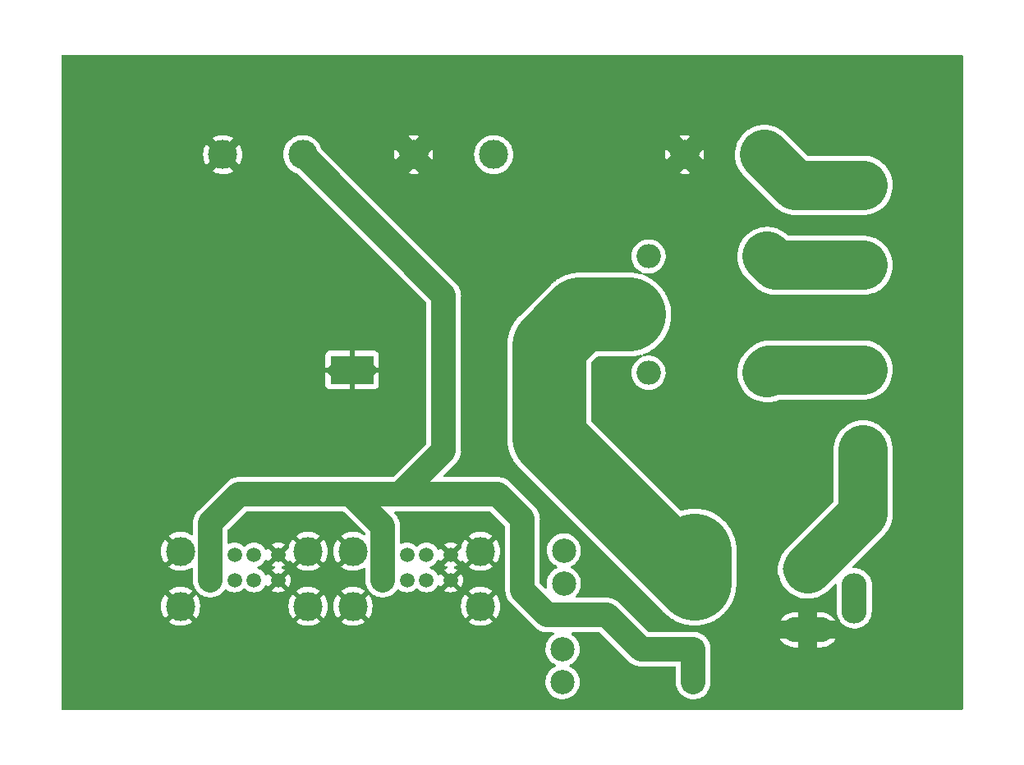
<source format=gbr>
%TF.GenerationSoftware,KiCad,Pcbnew,6.0.1+dfsg-1*%
%TF.CreationDate,2022-01-27T23:56:30+00:00*%
%TF.ProjectId,powerbox,706f7765-7262-46f7-982e-6b696361645f,rev?*%
%TF.SameCoordinates,Original*%
%TF.FileFunction,Copper,L2,Bot*%
%TF.FilePolarity,Positive*%
%FSLAX46Y46*%
G04 Gerber Fmt 4.6, Leading zero omitted, Abs format (unit mm)*
G04 Created by KiCad (PCBNEW 6.0.1+dfsg-1) date 2022-01-27 23:56:30*
%MOMM*%
%LPD*%
G01*
G04 APERTURE LIST*
%TA.AperFunction,ComponentPad*%
%ADD10O,5.200000X2.600000*%
%TD*%
%TA.AperFunction,ComponentPad*%
%ADD11O,2.600000X5.200000*%
%TD*%
%TA.AperFunction,ComponentPad*%
%ADD12C,3.000000*%
%TD*%
%TA.AperFunction,ComponentPad*%
%ADD13R,1.500000X1.500000*%
%TD*%
%TA.AperFunction,ComponentPad*%
%ADD14C,1.500000*%
%TD*%
%TA.AperFunction,ComponentPad*%
%ADD15R,2.500000X2.500000*%
%TD*%
%TA.AperFunction,ComponentPad*%
%ADD16O,2.500000X2.500000*%
%TD*%
%TA.AperFunction,ComponentPad*%
%ADD17C,6.400000*%
%TD*%
%TA.AperFunction,ComponentPad*%
%ADD18C,2.500000*%
%TD*%
%TA.AperFunction,ComponentPad*%
%ADD19C,0.600000*%
%TD*%
%TA.AperFunction,SMDPad,CuDef*%
%ADD20R,4.500000X2.950000*%
%TD*%
%TA.AperFunction,ViaPad*%
%ADD21C,0.800000*%
%TD*%
%TA.AperFunction,Conductor*%
%ADD22C,5.080000*%
%TD*%
%TA.AperFunction,Conductor*%
%ADD23C,2.540000*%
%TD*%
%TA.AperFunction,Conductor*%
%ADD24C,7.620000*%
%TD*%
G04 APERTURE END LIST*
D10*
%TO.P,J2,1,In*%
%TO.N,Net-(J2-Pad1)*%
X184150000Y-145000000D03*
%TO.P,J2,2,Ext*%
%TO.N,GND*%
X184150000Y-151250000D03*
D11*
%TO.P,J2,3*%
%TO.N,N/C*%
X188950000Y-148000000D03*
%TD*%
D12*
%TO.P,J8,1,Pin_1*%
%TO.N,GND*%
X143510000Y-102235000D03*
%TO.P,J8,2,Pin_2*%
%TO.N,+24V*%
X151760000Y-102235000D03*
%TD*%
%TO.P,SW2,1,Pin_1*%
%TO.N,Net-(J1-Pad2)*%
X189865000Y-105410000D03*
%TO.P,SW2,2,Pin_2*%
%TO.N,Net-(K1-Pad4)*%
X189865000Y-113660000D03*
%TD*%
D13*
%TO.P,J3,1,VBUS*%
%TO.N,+5V*%
X122555000Y-143510000D03*
D14*
%TO.P,J3,2,D-*%
%TO.N,unconnected-(J3-Pad2)*%
X125055000Y-143510000D03*
%TO.P,J3,3,D+*%
%TO.N,unconnected-(J3-Pad3)*%
X127055000Y-143510000D03*
%TO.P,J3,4,GND*%
%TO.N,GND*%
X129555000Y-143510000D03*
%TO.P,J3,5,VBUS*%
%TO.N,+5V*%
X122555000Y-146130000D03*
%TO.P,J3,6,D-*%
%TO.N,unconnected-(J3-Pad6)*%
X125055000Y-146130000D03*
%TO.P,J3,7,D+*%
%TO.N,unconnected-(J3-Pad7)*%
X127055000Y-146130000D03*
%TO.P,J3,8,GND*%
%TO.N,GND*%
X129555000Y-146130000D03*
D12*
%TO.P,J3,9,Shield*%
X132625000Y-143160000D03*
X119485000Y-148840000D03*
X132625000Y-148840000D03*
X119485000Y-143160000D03*
%TD*%
D15*
%TO.P,K1,1*%
%TO.N,Net-(F1-Pad1)*%
X165735000Y-118745000D03*
D16*
%TO.P,K1,2*%
%TO.N,Net-(D2-Pad2)*%
X167735000Y-124745000D03*
%TO.P,K1,3*%
%TO.N,Net-(D1-Pad2)*%
X179935000Y-124745000D03*
%TO.P,K1,4*%
%TO.N,Net-(K1-Pad4)*%
X179935000Y-112745000D03*
%TO.P,K1,5*%
%TO.N,Net-(D1-Pad2)*%
X167735000Y-112745000D03*
%TD*%
D17*
%TO.P,REF\u002A\u002A,1*%
%TO.N,GND*%
X195580000Y-96520000D03*
%TD*%
D12*
%TO.P,SW1,1,Pin_1*%
%TO.N,Net-(D1-Pad2)*%
X189865000Y-124460000D03*
%TO.P,SW1,2,Pin_2*%
%TO.N,Net-(J2-Pad1)*%
X189865000Y-132710000D03*
%TD*%
D17*
%TO.P,REF\u002A\u002A,1*%
%TO.N,GND*%
X111760000Y-154940000D03*
%TD*%
%TO.P,REF\u002A\u002A,1*%
%TO.N,GND*%
X111760000Y-96520000D03*
%TD*%
D13*
%TO.P,J4,1,VBUS*%
%TO.N,+5V*%
X140335000Y-143510000D03*
D14*
%TO.P,J4,2,D-*%
%TO.N,unconnected-(J4-Pad2)*%
X142835000Y-143510000D03*
%TO.P,J4,3,D+*%
%TO.N,unconnected-(J4-Pad3)*%
X144835000Y-143510000D03*
%TO.P,J4,4,GND*%
%TO.N,GND*%
X147335000Y-143510000D03*
%TO.P,J4,5,VBUS*%
%TO.N,+5V*%
X140335000Y-146130000D03*
%TO.P,J4,6,D-*%
%TO.N,unconnected-(J4-Pad6)*%
X142835000Y-146130000D03*
%TO.P,J4,7,D+*%
%TO.N,unconnected-(J4-Pad7)*%
X144835000Y-146130000D03*
%TO.P,J4,8,GND*%
%TO.N,GND*%
X147335000Y-146130000D03*
D12*
%TO.P,J4,9,Shield*%
X150405000Y-143160000D03*
X150405000Y-148840000D03*
X137265000Y-143160000D03*
X137265000Y-148840000D03*
%TD*%
D17*
%TO.P,REF\u002A\u002A,1*%
%TO.N,GND*%
X195580000Y-154940000D03*
%TD*%
D12*
%TO.P,J1,1,Pin_1*%
%TO.N,GND*%
X171450000Y-102235000D03*
%TO.P,J1,2,Pin_2*%
%TO.N,Net-(J1-Pad2)*%
X179700000Y-102235000D03*
%TD*%
%TO.P,J7,1,Pin_1*%
%TO.N,GND*%
X123825000Y-102235000D03*
%TO.P,J7,2,Pin_2*%
%TO.N,+5V*%
X132075000Y-102235000D03*
%TD*%
D18*
%TO.P,F1,1*%
%TO.N,Net-(F1-Pad1)*%
X172470000Y-143080000D03*
X172470000Y-146480000D03*
%TO.P,F1,2*%
%TO.N,Net-(F1-Pad2)*%
X159000000Y-143080000D03*
X159000000Y-146480000D03*
%TD*%
%TO.P,F2,1*%
%TO.N,Net-(C5-Pad1)*%
X158873000Y-153240000D03*
X158873000Y-156640000D03*
%TO.P,F2,2*%
%TO.N,+5V*%
X172343000Y-153240000D03*
X172343000Y-156640000D03*
%TD*%
D19*
%TO.P,U1,9*%
%TO.N,GND*%
X137860000Y-123860000D03*
X135360000Y-125060000D03*
D20*
X137160000Y-124460000D03*
D19*
X135360000Y-123860000D03*
X138960000Y-125060000D03*
X137860000Y-125060000D03*
X136560000Y-125060000D03*
X138960000Y-123860000D03*
X136560000Y-123860000D03*
%TD*%
D21*
%TO.N,GND*%
X133350000Y-123825000D03*
X133350000Y-125095000D03*
%TD*%
D22*
%TO.N,Net-(D1-Pad2)*%
X180220000Y-124460000D02*
X179935000Y-124745000D01*
X189865000Y-124460000D02*
X180220000Y-124460000D01*
D23*
%TO.N,+5V*%
X137033000Y-137287000D02*
X125488000Y-137287000D01*
X132075000Y-102235000D02*
X146621500Y-116781500D01*
X163449000Y-149733000D02*
X157289500Y-149733000D01*
X146621500Y-132778500D02*
X142113000Y-137287000D01*
X125488000Y-137287000D02*
X122555000Y-140220000D01*
X140335000Y-146130000D02*
X140335000Y-143510000D01*
X172343000Y-156640000D02*
X172343000Y-153240000D01*
X140335000Y-140589000D02*
X137033000Y-137287000D01*
X140335000Y-143510000D02*
X140335000Y-140589000D01*
X146621500Y-116781500D02*
X146621500Y-132778500D01*
X147193000Y-137287000D02*
X142113000Y-137287000D01*
X122555000Y-140220000D02*
X122555000Y-146130000D01*
X157289500Y-149733000D02*
X154749500Y-147193000D01*
X154749500Y-147193000D02*
X154749500Y-139827000D01*
X152209500Y-137287000D02*
X147193000Y-137287000D01*
X166956000Y-153240000D02*
X163449000Y-149733000D01*
X140652500Y-137287000D02*
X137033000Y-137287000D01*
X166956000Y-153240000D02*
X172343000Y-153240000D01*
X154749500Y-139827000D02*
X152209500Y-137287000D01*
X142113000Y-137287000D02*
X140652500Y-137287000D01*
D22*
%TO.N,Net-(J1-Pad2)*%
X189865000Y-105410000D02*
X182875000Y-105410000D01*
X182875000Y-105410000D02*
X179700000Y-102235000D01*
%TO.N,Net-(J2-Pad1)*%
X189865000Y-139285000D02*
X184150000Y-145000000D01*
X189865000Y-132710000D02*
X189865000Y-139285000D01*
%TO.N,Net-(K1-Pad4)*%
X180850000Y-113660000D02*
X179935000Y-112745000D01*
X189865000Y-113660000D02*
X180850000Y-113660000D01*
D24*
%TO.N,Net-(F1-Pad1)*%
X160655000Y-118745000D02*
X157480000Y-121920000D01*
X165735000Y-118745000D02*
X160655000Y-118745000D01*
X157480000Y-121920000D02*
X157480000Y-131490000D01*
X157480000Y-131490000D02*
X172470000Y-146480000D01*
X172470000Y-143080000D02*
X172470000Y-146480000D01*
%TD*%
%TA.AperFunction,Conductor*%
%TO.N,GND*%
G36*
X200094121Y-91968002D02*
G01*
X200140614Y-92021658D01*
X200152000Y-92074000D01*
X200152000Y-159386000D01*
X200131998Y-159454121D01*
X200078342Y-159500614D01*
X200026000Y-159512000D01*
X107314000Y-159512000D01*
X107245879Y-159491998D01*
X107199386Y-159438342D01*
X107188000Y-159386000D01*
X107188000Y-150429654D01*
X118260618Y-150429654D01*
X118267673Y-150439627D01*
X118298679Y-150465551D01*
X118305598Y-150470579D01*
X118530272Y-150611515D01*
X118537807Y-150615556D01*
X118779520Y-150724694D01*
X118787551Y-150727680D01*
X119041832Y-150803002D01*
X119050184Y-150804869D01*
X119312340Y-150844984D01*
X119320874Y-150845700D01*
X119586045Y-150849867D01*
X119594596Y-150849418D01*
X119857883Y-150817557D01*
X119866284Y-150815955D01*
X120122824Y-150748653D01*
X120130926Y-150745926D01*
X120375949Y-150644434D01*
X120383617Y-150640628D01*
X120612598Y-150506822D01*
X120619679Y-150502009D01*
X120699655Y-150439301D01*
X120706545Y-150429654D01*
X131400618Y-150429654D01*
X131407673Y-150439627D01*
X131438679Y-150465551D01*
X131445598Y-150470579D01*
X131670272Y-150611515D01*
X131677807Y-150615556D01*
X131919520Y-150724694D01*
X131927551Y-150727680D01*
X132181832Y-150803002D01*
X132190184Y-150804869D01*
X132452340Y-150844984D01*
X132460874Y-150845700D01*
X132726045Y-150849867D01*
X132734596Y-150849418D01*
X132997883Y-150817557D01*
X133006284Y-150815955D01*
X133262824Y-150748653D01*
X133270926Y-150745926D01*
X133515949Y-150644434D01*
X133523617Y-150640628D01*
X133752598Y-150506822D01*
X133759679Y-150502009D01*
X133839655Y-150439301D01*
X133846545Y-150429654D01*
X136040618Y-150429654D01*
X136047673Y-150439627D01*
X136078679Y-150465551D01*
X136085598Y-150470579D01*
X136310272Y-150611515D01*
X136317807Y-150615556D01*
X136559520Y-150724694D01*
X136567551Y-150727680D01*
X136821832Y-150803002D01*
X136830184Y-150804869D01*
X137092340Y-150844984D01*
X137100874Y-150845700D01*
X137366045Y-150849867D01*
X137374596Y-150849418D01*
X137637883Y-150817557D01*
X137646284Y-150815955D01*
X137902824Y-150748653D01*
X137910926Y-150745926D01*
X138155949Y-150644434D01*
X138163617Y-150640628D01*
X138392598Y-150506822D01*
X138399679Y-150502009D01*
X138479655Y-150439301D01*
X138486545Y-150429654D01*
X149180618Y-150429654D01*
X149187673Y-150439627D01*
X149218679Y-150465551D01*
X149225598Y-150470579D01*
X149450272Y-150611515D01*
X149457807Y-150615556D01*
X149699520Y-150724694D01*
X149707551Y-150727680D01*
X149961832Y-150803002D01*
X149970184Y-150804869D01*
X150232340Y-150844984D01*
X150240874Y-150845700D01*
X150506045Y-150849867D01*
X150514596Y-150849418D01*
X150777883Y-150817557D01*
X150786284Y-150815955D01*
X151042824Y-150748653D01*
X151050926Y-150745926D01*
X151295949Y-150644434D01*
X151303617Y-150640628D01*
X151532598Y-150506822D01*
X151539679Y-150502009D01*
X151619655Y-150439301D01*
X151628125Y-150427442D01*
X151621608Y-150415818D01*
X150417812Y-149212022D01*
X150403868Y-149204408D01*
X150402035Y-149204539D01*
X150395420Y-149208790D01*
X149187910Y-150416300D01*
X149180618Y-150429654D01*
X138486545Y-150429654D01*
X138488125Y-150427442D01*
X138481608Y-150415818D01*
X137277812Y-149212022D01*
X137263868Y-149204408D01*
X137262035Y-149204539D01*
X137255420Y-149208790D01*
X136047910Y-150416300D01*
X136040618Y-150429654D01*
X133846545Y-150429654D01*
X133848125Y-150427442D01*
X133841608Y-150415818D01*
X132637812Y-149212022D01*
X132623868Y-149204408D01*
X132622035Y-149204539D01*
X132615420Y-149208790D01*
X131407910Y-150416300D01*
X131400618Y-150429654D01*
X120706545Y-150429654D01*
X120708125Y-150427442D01*
X120701608Y-150415818D01*
X119497812Y-149212022D01*
X119483868Y-149204408D01*
X119482035Y-149204539D01*
X119475420Y-149208790D01*
X118267910Y-150416300D01*
X118260618Y-150429654D01*
X107188000Y-150429654D01*
X107188000Y-148823204D01*
X117472665Y-148823204D01*
X117487932Y-149087969D01*
X117489005Y-149096470D01*
X117540065Y-149356722D01*
X117542276Y-149364974D01*
X117628184Y-149615894D01*
X117631499Y-149623779D01*
X117750664Y-149860713D01*
X117755020Y-149868079D01*
X117884347Y-150056250D01*
X117894601Y-150064594D01*
X117908342Y-150057448D01*
X119112978Y-148852812D01*
X119119356Y-148841132D01*
X119849408Y-148841132D01*
X119849539Y-148842965D01*
X119853790Y-148849580D01*
X121060730Y-150056520D01*
X121072939Y-150063187D01*
X121084439Y-150054497D01*
X121181831Y-149921913D01*
X121186418Y-149914685D01*
X121312962Y-149681621D01*
X121316530Y-149673827D01*
X121410271Y-149425750D01*
X121412748Y-149417544D01*
X121471954Y-149159038D01*
X121473294Y-149150577D01*
X121497031Y-148884616D01*
X121497277Y-148879677D01*
X121497666Y-148842485D01*
X121497523Y-148837519D01*
X121496547Y-148823204D01*
X130612665Y-148823204D01*
X130627932Y-149087969D01*
X130629005Y-149096470D01*
X130680065Y-149356722D01*
X130682276Y-149364974D01*
X130768184Y-149615894D01*
X130771499Y-149623779D01*
X130890664Y-149860713D01*
X130895020Y-149868079D01*
X131024347Y-150056250D01*
X131034601Y-150064594D01*
X131048342Y-150057448D01*
X132252978Y-148852812D01*
X132259356Y-148841132D01*
X132989408Y-148841132D01*
X132989539Y-148842965D01*
X132993790Y-148849580D01*
X134200730Y-150056520D01*
X134212939Y-150063187D01*
X134224439Y-150054497D01*
X134321831Y-149921913D01*
X134326418Y-149914685D01*
X134452962Y-149681621D01*
X134456530Y-149673827D01*
X134550271Y-149425750D01*
X134552748Y-149417544D01*
X134611954Y-149159038D01*
X134613294Y-149150577D01*
X134637031Y-148884616D01*
X134637277Y-148879677D01*
X134637666Y-148842485D01*
X134637523Y-148837519D01*
X134636547Y-148823204D01*
X135252665Y-148823204D01*
X135267932Y-149087969D01*
X135269005Y-149096470D01*
X135320065Y-149356722D01*
X135322276Y-149364974D01*
X135408184Y-149615894D01*
X135411499Y-149623779D01*
X135530664Y-149860713D01*
X135535020Y-149868079D01*
X135664347Y-150056250D01*
X135674601Y-150064594D01*
X135688342Y-150057448D01*
X136892978Y-148852812D01*
X136899356Y-148841132D01*
X137629408Y-148841132D01*
X137629539Y-148842965D01*
X137633790Y-148849580D01*
X138840730Y-150056520D01*
X138852939Y-150063187D01*
X138864439Y-150054497D01*
X138961831Y-149921913D01*
X138966418Y-149914685D01*
X139092962Y-149681621D01*
X139096530Y-149673827D01*
X139190271Y-149425750D01*
X139192748Y-149417544D01*
X139251954Y-149159038D01*
X139253294Y-149150577D01*
X139277031Y-148884616D01*
X139277277Y-148879677D01*
X139277666Y-148842485D01*
X139277523Y-148837519D01*
X139276547Y-148823204D01*
X148392665Y-148823204D01*
X148407932Y-149087969D01*
X148409005Y-149096470D01*
X148460065Y-149356722D01*
X148462276Y-149364974D01*
X148548184Y-149615894D01*
X148551499Y-149623779D01*
X148670664Y-149860713D01*
X148675020Y-149868079D01*
X148804347Y-150056250D01*
X148814601Y-150064594D01*
X148828342Y-150057448D01*
X150032978Y-148852812D01*
X150039356Y-148841132D01*
X150769408Y-148841132D01*
X150769539Y-148842965D01*
X150773790Y-148849580D01*
X151980730Y-150056520D01*
X151992939Y-150063187D01*
X152004439Y-150054497D01*
X152101831Y-149921913D01*
X152106418Y-149914685D01*
X152232962Y-149681621D01*
X152236530Y-149673827D01*
X152330271Y-149425750D01*
X152332748Y-149417544D01*
X152391954Y-149159038D01*
X152393294Y-149150577D01*
X152417031Y-148884616D01*
X152417277Y-148879677D01*
X152417666Y-148842485D01*
X152417523Y-148837519D01*
X152399362Y-148571123D01*
X152398201Y-148562649D01*
X152344419Y-148302944D01*
X152342120Y-148294709D01*
X152253588Y-148044705D01*
X152250191Y-148036854D01*
X152128550Y-147801178D01*
X152124122Y-147793866D01*
X152005031Y-147624417D01*
X151994509Y-147616037D01*
X151981121Y-147623089D01*
X150777022Y-148827188D01*
X150769408Y-148841132D01*
X150039356Y-148841132D01*
X150040592Y-148838868D01*
X150040461Y-148837035D01*
X150036210Y-148830420D01*
X148828814Y-147623024D01*
X148816804Y-147616466D01*
X148805064Y-147625434D01*
X148696935Y-147775911D01*
X148692418Y-147783196D01*
X148568325Y-148017567D01*
X148564839Y-148025395D01*
X148473700Y-148274446D01*
X148471311Y-148282670D01*
X148414812Y-148541795D01*
X148413563Y-148550250D01*
X148392754Y-148814653D01*
X148392665Y-148823204D01*
X139276547Y-148823204D01*
X139259362Y-148571123D01*
X139258201Y-148562649D01*
X139204419Y-148302944D01*
X139202120Y-148294709D01*
X139113588Y-148044705D01*
X139110191Y-148036854D01*
X138988550Y-147801178D01*
X138984122Y-147793866D01*
X138865031Y-147624417D01*
X138854509Y-147616037D01*
X138841121Y-147623089D01*
X137637022Y-148827188D01*
X137629408Y-148841132D01*
X136899356Y-148841132D01*
X136900592Y-148838868D01*
X136900461Y-148837035D01*
X136896210Y-148830420D01*
X135688814Y-147623024D01*
X135676804Y-147616466D01*
X135665064Y-147625434D01*
X135556935Y-147775911D01*
X135552418Y-147783196D01*
X135428325Y-148017567D01*
X135424839Y-148025395D01*
X135333700Y-148274446D01*
X135331311Y-148282670D01*
X135274812Y-148541795D01*
X135273563Y-148550250D01*
X135252754Y-148814653D01*
X135252665Y-148823204D01*
X134636547Y-148823204D01*
X134619362Y-148571123D01*
X134618201Y-148562649D01*
X134564419Y-148302944D01*
X134562120Y-148294709D01*
X134473588Y-148044705D01*
X134470191Y-148036854D01*
X134348550Y-147801178D01*
X134344122Y-147793866D01*
X134225031Y-147624417D01*
X134214509Y-147616037D01*
X134201121Y-147623089D01*
X132997022Y-148827188D01*
X132989408Y-148841132D01*
X132259356Y-148841132D01*
X132260592Y-148838868D01*
X132260461Y-148837035D01*
X132256210Y-148830420D01*
X131048814Y-147623024D01*
X131036804Y-147616466D01*
X131025064Y-147625434D01*
X130916935Y-147775911D01*
X130912418Y-147783196D01*
X130788325Y-148017567D01*
X130784839Y-148025395D01*
X130693700Y-148274446D01*
X130691311Y-148282670D01*
X130634812Y-148541795D01*
X130633563Y-148550250D01*
X130612754Y-148814653D01*
X130612665Y-148823204D01*
X121496547Y-148823204D01*
X121479362Y-148571123D01*
X121478201Y-148562649D01*
X121424419Y-148302944D01*
X121422120Y-148294709D01*
X121333588Y-148044705D01*
X121330191Y-148036854D01*
X121208550Y-147801178D01*
X121204122Y-147793866D01*
X121085031Y-147624417D01*
X121074509Y-147616037D01*
X121061121Y-147623089D01*
X119857022Y-148827188D01*
X119849408Y-148841132D01*
X119119356Y-148841132D01*
X119120592Y-148838868D01*
X119120461Y-148837035D01*
X119116210Y-148830420D01*
X117908814Y-147623024D01*
X117896804Y-147616466D01*
X117885064Y-147625434D01*
X117776935Y-147775911D01*
X117772418Y-147783196D01*
X117648325Y-148017567D01*
X117644839Y-148025395D01*
X117553700Y-148274446D01*
X117551311Y-148282670D01*
X117494812Y-148541795D01*
X117493563Y-148550250D01*
X117472754Y-148814653D01*
X117472665Y-148823204D01*
X107188000Y-148823204D01*
X107188000Y-147252500D01*
X118261584Y-147252500D01*
X118267980Y-147263770D01*
X119472188Y-148467978D01*
X119486132Y-148475592D01*
X119487965Y-148475461D01*
X119494580Y-148471210D01*
X120701604Y-147264186D01*
X120708795Y-147251017D01*
X120701473Y-147240780D01*
X120654233Y-147202115D01*
X120647261Y-147197160D01*
X120421122Y-147058582D01*
X120413552Y-147054624D01*
X120170704Y-146948022D01*
X120162644Y-146945120D01*
X119907592Y-146872467D01*
X119899214Y-146870685D01*
X119636656Y-146833318D01*
X119628111Y-146832691D01*
X119362908Y-146831302D01*
X119354374Y-146831839D01*
X119091433Y-146866456D01*
X119083035Y-146868149D01*
X118827238Y-146938127D01*
X118819143Y-146940946D01*
X118575199Y-147044997D01*
X118567577Y-147048881D01*
X118340013Y-147185075D01*
X118332981Y-147189962D01*
X118270053Y-147240377D01*
X118261584Y-147252500D01*
X107188000Y-147252500D01*
X107188000Y-144749654D01*
X118260618Y-144749654D01*
X118267673Y-144759627D01*
X118298679Y-144785551D01*
X118305598Y-144790579D01*
X118530272Y-144931515D01*
X118537807Y-144935556D01*
X118779520Y-145044694D01*
X118787551Y-145047680D01*
X119041832Y-145123002D01*
X119050184Y-145124869D01*
X119312340Y-145164984D01*
X119320874Y-145165700D01*
X119586045Y-145169867D01*
X119594596Y-145169418D01*
X119857883Y-145137557D01*
X119866284Y-145135955D01*
X120122824Y-145068653D01*
X120130926Y-145065926D01*
X120375949Y-144964434D01*
X120383617Y-144960628D01*
X120586929Y-144841822D01*
X120655836Y-144824723D01*
X120723049Y-144847592D01*
X120767228Y-144903169D01*
X120776500Y-144950610D01*
X120776500Y-146197108D01*
X120776673Y-146199433D01*
X120776673Y-146199439D01*
X120788204Y-146354599D01*
X120791103Y-146393616D01*
X120849443Y-146651441D01*
X120851135Y-146655793D01*
X120851136Y-146655795D01*
X120921244Y-146836076D01*
X120945251Y-146897811D01*
X120947568Y-146901865D01*
X120947569Y-146901867D01*
X120968293Y-146938127D01*
X121076422Y-147127313D01*
X121240075Y-147334906D01*
X121432615Y-147516030D01*
X121436458Y-147518696D01*
X121645974Y-147664042D01*
X121645979Y-147664045D01*
X121649812Y-147666704D01*
X121654001Y-147668770D01*
X121654003Y-147668771D01*
X121882706Y-147781555D01*
X121882709Y-147781556D01*
X121886894Y-147783620D01*
X121891337Y-147785042D01*
X121891339Y-147785043D01*
X121971079Y-147810568D01*
X122138653Y-147864209D01*
X122205803Y-147875145D01*
X122394947Y-147905949D01*
X122394948Y-147905949D01*
X122399559Y-147906700D01*
X122531719Y-147908430D01*
X122659202Y-147910099D01*
X122659205Y-147910099D01*
X122663879Y-147910160D01*
X122925808Y-147874514D01*
X122930298Y-147873205D01*
X122930304Y-147873204D01*
X123038268Y-147841735D01*
X123179590Y-147800543D01*
X123183837Y-147798585D01*
X123183840Y-147798584D01*
X123313892Y-147738629D01*
X123419652Y-147689873D01*
X123467737Y-147658347D01*
X123636805Y-147547501D01*
X123636810Y-147547497D01*
X123640718Y-147544935D01*
X123837933Y-147368914D01*
X124006964Y-147165676D01*
X124009385Y-147161687D01*
X124009391Y-147161678D01*
X124038453Y-147113784D01*
X124090892Y-147065923D01*
X124160882Y-147054011D01*
X124226201Y-147081828D01*
X124235267Y-147090054D01*
X124242962Y-147097749D01*
X124247471Y-147100906D01*
X124247473Y-147100908D01*
X124290422Y-147130981D01*
X124423346Y-147224056D01*
X124622924Y-147317120D01*
X124835629Y-147374115D01*
X125055000Y-147393307D01*
X125274371Y-147374115D01*
X125487076Y-147317120D01*
X125686654Y-147224056D01*
X125819578Y-147130981D01*
X125862527Y-147100908D01*
X125862529Y-147100906D01*
X125867038Y-147097749D01*
X125965905Y-146998882D01*
X126028217Y-146964856D01*
X126099032Y-146969921D01*
X126144095Y-146998882D01*
X126242962Y-147097749D01*
X126247471Y-147100906D01*
X126247473Y-147100908D01*
X126290422Y-147130981D01*
X126423346Y-147224056D01*
X126622924Y-147317120D01*
X126835629Y-147374115D01*
X127055000Y-147393307D01*
X127274371Y-147374115D01*
X127487076Y-147317120D01*
X127686654Y-147224056D01*
X127749342Y-147180161D01*
X128869393Y-147180161D01*
X128878687Y-147192175D01*
X128919088Y-147220464D01*
X128928584Y-147225947D01*
X129118113Y-147314326D01*
X129128405Y-147318072D01*
X129330401Y-147372196D01*
X129341196Y-147374099D01*
X129549525Y-147392326D01*
X129560475Y-147392326D01*
X129768804Y-147374099D01*
X129779599Y-147372196D01*
X129981595Y-147318072D01*
X129991887Y-147314326D01*
X130124473Y-147252500D01*
X131401584Y-147252500D01*
X131407980Y-147263770D01*
X132612188Y-148467978D01*
X132626132Y-148475592D01*
X132627965Y-148475461D01*
X132634580Y-148471210D01*
X133841604Y-147264186D01*
X133847985Y-147252500D01*
X136041584Y-147252500D01*
X136047980Y-147263770D01*
X137252188Y-148467978D01*
X137266132Y-148475592D01*
X137267965Y-148475461D01*
X137274580Y-148471210D01*
X138481604Y-147264186D01*
X138488795Y-147251017D01*
X138481473Y-147240780D01*
X138434233Y-147202115D01*
X138427261Y-147197160D01*
X138201122Y-147058582D01*
X138193552Y-147054624D01*
X137950704Y-146948022D01*
X137942644Y-146945120D01*
X137687592Y-146872467D01*
X137679214Y-146870685D01*
X137416656Y-146833318D01*
X137408111Y-146832691D01*
X137142908Y-146831302D01*
X137134374Y-146831839D01*
X136871433Y-146866456D01*
X136863035Y-146868149D01*
X136607238Y-146938127D01*
X136599143Y-146940946D01*
X136355199Y-147044997D01*
X136347577Y-147048881D01*
X136120013Y-147185075D01*
X136112981Y-147189962D01*
X136050053Y-147240377D01*
X136041584Y-147252500D01*
X133847985Y-147252500D01*
X133848795Y-147251017D01*
X133841473Y-147240780D01*
X133794233Y-147202115D01*
X133787261Y-147197160D01*
X133561122Y-147058582D01*
X133553552Y-147054624D01*
X133310704Y-146948022D01*
X133302644Y-146945120D01*
X133047592Y-146872467D01*
X133039214Y-146870685D01*
X132776656Y-146833318D01*
X132768111Y-146832691D01*
X132502908Y-146831302D01*
X132494374Y-146831839D01*
X132231433Y-146866456D01*
X132223035Y-146868149D01*
X131967238Y-146938127D01*
X131959143Y-146940946D01*
X131715199Y-147044997D01*
X131707577Y-147048881D01*
X131480013Y-147185075D01*
X131472981Y-147189962D01*
X131410053Y-147240377D01*
X131401584Y-147252500D01*
X130124473Y-147252500D01*
X130181416Y-147225947D01*
X130190912Y-147220464D01*
X130232148Y-147191590D01*
X130240523Y-147181112D01*
X130233457Y-147167668D01*
X129567811Y-146502021D01*
X129553868Y-146494408D01*
X129552034Y-146494539D01*
X129545420Y-146498790D01*
X128875820Y-147168391D01*
X128869393Y-147180161D01*
X127749342Y-147180161D01*
X127819578Y-147130981D01*
X127862527Y-147100908D01*
X127862529Y-147100906D01*
X127867038Y-147097749D01*
X128022749Y-146942038D01*
X128096945Y-146836076D01*
X128145899Y-146766162D01*
X128145900Y-146766160D01*
X128149056Y-146761653D01*
X128151379Y-146756671D01*
X128151382Y-146756666D01*
X128191081Y-146671530D01*
X128237998Y-146618245D01*
X128306276Y-146598784D01*
X128374235Y-146619326D01*
X128419471Y-146671530D01*
X128459054Y-146756417D01*
X128464534Y-146765907D01*
X128493411Y-146807149D01*
X128503887Y-146815523D01*
X128517334Y-146808455D01*
X129182979Y-146142811D01*
X129189356Y-146131132D01*
X129919408Y-146131132D01*
X129919539Y-146132966D01*
X129923790Y-146139580D01*
X130593391Y-146809180D01*
X130605161Y-146815607D01*
X130617176Y-146806311D01*
X130645466Y-146765907D01*
X130650946Y-146756417D01*
X130739326Y-146566887D01*
X130743072Y-146556595D01*
X130797196Y-146354599D01*
X130799099Y-146343804D01*
X130817326Y-146135475D01*
X130817326Y-146124525D01*
X130799099Y-145916196D01*
X130797196Y-145905401D01*
X130743072Y-145703405D01*
X130739326Y-145693113D01*
X130650946Y-145503583D01*
X130645466Y-145494093D01*
X130616589Y-145452851D01*
X130606113Y-145444477D01*
X130592666Y-145451545D01*
X129927021Y-146117189D01*
X129919408Y-146131132D01*
X129189356Y-146131132D01*
X129190592Y-146128868D01*
X129190461Y-146127034D01*
X129186210Y-146120420D01*
X128516609Y-145450820D01*
X128504839Y-145444393D01*
X128492824Y-145453689D01*
X128464534Y-145494093D01*
X128459054Y-145503583D01*
X128419471Y-145588470D01*
X128372554Y-145641755D01*
X128304276Y-145661216D01*
X128236316Y-145640674D01*
X128191081Y-145588470D01*
X128151382Y-145503334D01*
X128151379Y-145503329D01*
X128149056Y-145498347D01*
X128135115Y-145478437D01*
X128025908Y-145322473D01*
X128025906Y-145322470D01*
X128022749Y-145317962D01*
X127867038Y-145162251D01*
X127686654Y-145035944D01*
X127487076Y-144942880D01*
X127481763Y-144941456D01*
X127476592Y-144939574D01*
X127477066Y-144938272D01*
X127422078Y-144904757D01*
X127391055Y-144840897D01*
X127399482Y-144770402D01*
X127444684Y-144715654D01*
X127476797Y-144700989D01*
X127476592Y-144700426D01*
X127481763Y-144698544D01*
X127487076Y-144697120D01*
X127686654Y-144604056D01*
X127749342Y-144560161D01*
X128869393Y-144560161D01*
X128878687Y-144572175D01*
X128919088Y-144600464D01*
X128928584Y-144605947D01*
X129118113Y-144694326D01*
X129128409Y-144698073D01*
X129129229Y-144698293D01*
X129129550Y-144698488D01*
X129133579Y-144699955D01*
X129133284Y-144700765D01*
X129189852Y-144735243D01*
X129220875Y-144799103D01*
X129212448Y-144869598D01*
X129167246Y-144924345D01*
X129133478Y-144939767D01*
X129133579Y-144940045D01*
X129130078Y-144941319D01*
X129129229Y-144941707D01*
X129128409Y-144941927D01*
X129118113Y-144945674D01*
X128928583Y-145034054D01*
X128919093Y-145039534D01*
X128877851Y-145068411D01*
X128869477Y-145078887D01*
X128876545Y-145092334D01*
X129542189Y-145757979D01*
X129556132Y-145765592D01*
X129557966Y-145765461D01*
X129564580Y-145761210D01*
X130234180Y-145091609D01*
X130240607Y-145079839D01*
X130231313Y-145067825D01*
X130190912Y-145039536D01*
X130181416Y-145034053D01*
X129991887Y-144945674D01*
X129981591Y-144941927D01*
X129980771Y-144941707D01*
X129980450Y-144941512D01*
X129976421Y-144940045D01*
X129976716Y-144939235D01*
X129920148Y-144904757D01*
X129889125Y-144840897D01*
X129897552Y-144770402D01*
X129914683Y-144749654D01*
X131400618Y-144749654D01*
X131407673Y-144759627D01*
X131438679Y-144785551D01*
X131445598Y-144790579D01*
X131670272Y-144931515D01*
X131677807Y-144935556D01*
X131919520Y-145044694D01*
X131927551Y-145047680D01*
X132181832Y-145123002D01*
X132190184Y-145124869D01*
X132452340Y-145164984D01*
X132460874Y-145165700D01*
X132726045Y-145169867D01*
X132734596Y-145169418D01*
X132997883Y-145137557D01*
X133006284Y-145135955D01*
X133262824Y-145068653D01*
X133270926Y-145065926D01*
X133515949Y-144964434D01*
X133523617Y-144960628D01*
X133752598Y-144826822D01*
X133759679Y-144822009D01*
X133839655Y-144759301D01*
X133848125Y-144747442D01*
X133841608Y-144735818D01*
X132637812Y-143532022D01*
X132623868Y-143524408D01*
X132622035Y-143524539D01*
X132615420Y-143528790D01*
X131407910Y-144736300D01*
X131400618Y-144749654D01*
X129914683Y-144749654D01*
X129942754Y-144715655D01*
X129976522Y-144700233D01*
X129976421Y-144699955D01*
X129979922Y-144698681D01*
X129980771Y-144698293D01*
X129981591Y-144698073D01*
X129991887Y-144694326D01*
X130181416Y-144605947D01*
X130190912Y-144600464D01*
X130232148Y-144571590D01*
X130240523Y-144561112D01*
X130233457Y-144547668D01*
X129567811Y-143882021D01*
X129553868Y-143874408D01*
X129552034Y-143874539D01*
X129545420Y-143878790D01*
X128875820Y-144548391D01*
X128869393Y-144560161D01*
X127749342Y-144560161D01*
X127867038Y-144477749D01*
X128022749Y-144322038D01*
X128035130Y-144304357D01*
X128145899Y-144146162D01*
X128145900Y-144146160D01*
X128149056Y-144141653D01*
X128151379Y-144136671D01*
X128151382Y-144136666D01*
X128191081Y-144051530D01*
X128237998Y-143998245D01*
X128306276Y-143978784D01*
X128374235Y-143999326D01*
X128419471Y-144051530D01*
X128459054Y-144136417D01*
X128464534Y-144145907D01*
X128493411Y-144187149D01*
X128503887Y-144195523D01*
X128517334Y-144188455D01*
X129182979Y-143522811D01*
X129189356Y-143511132D01*
X129919408Y-143511132D01*
X129919539Y-143512966D01*
X129923790Y-143519580D01*
X130593391Y-144189180D01*
X130605161Y-144195607D01*
X130617176Y-144186311D01*
X130645466Y-144145907D01*
X130650393Y-144137374D01*
X130701775Y-144088380D01*
X130771489Y-144074943D01*
X130837400Y-144101330D01*
X130872077Y-144143758D01*
X130890661Y-144180707D01*
X130895020Y-144188079D01*
X131024347Y-144376250D01*
X131034601Y-144384594D01*
X131048342Y-144377448D01*
X132252978Y-143172812D01*
X132259356Y-143161132D01*
X132989408Y-143161132D01*
X132989539Y-143162965D01*
X132993790Y-143169580D01*
X134200730Y-144376520D01*
X134212939Y-144383187D01*
X134224439Y-144374497D01*
X134321831Y-144241913D01*
X134326418Y-144234685D01*
X134452962Y-144001621D01*
X134456530Y-143993827D01*
X134550271Y-143745750D01*
X134552748Y-143737544D01*
X134611954Y-143479038D01*
X134613294Y-143470577D01*
X134637031Y-143204616D01*
X134637277Y-143199677D01*
X134637666Y-143162485D01*
X134637523Y-143157519D01*
X134636547Y-143143204D01*
X135252665Y-143143204D01*
X135267932Y-143407969D01*
X135269005Y-143416470D01*
X135320065Y-143676722D01*
X135322276Y-143684974D01*
X135408184Y-143935894D01*
X135411499Y-143943779D01*
X135530664Y-144180713D01*
X135535020Y-144188079D01*
X135664347Y-144376250D01*
X135674601Y-144384594D01*
X135688342Y-144377448D01*
X136892978Y-143172812D01*
X136900592Y-143158868D01*
X136900461Y-143157035D01*
X136896210Y-143150420D01*
X135688814Y-141943024D01*
X135676804Y-141936466D01*
X135665064Y-141945434D01*
X135556935Y-142095911D01*
X135552418Y-142103196D01*
X135428325Y-142337567D01*
X135424839Y-142345395D01*
X135333700Y-142594446D01*
X135331311Y-142602670D01*
X135274812Y-142861795D01*
X135273563Y-142870250D01*
X135252754Y-143134653D01*
X135252665Y-143143204D01*
X134636547Y-143143204D01*
X134619362Y-142891123D01*
X134618201Y-142882649D01*
X134564419Y-142622944D01*
X134562120Y-142614709D01*
X134473588Y-142364705D01*
X134470191Y-142356854D01*
X134348550Y-142121178D01*
X134344122Y-142113866D01*
X134225031Y-141944417D01*
X134214509Y-141936037D01*
X134201121Y-141943089D01*
X132997022Y-143147188D01*
X132989408Y-143161132D01*
X132259356Y-143161132D01*
X132260592Y-143158868D01*
X132260461Y-143157035D01*
X132256210Y-143150420D01*
X131048814Y-141943024D01*
X131036804Y-141936466D01*
X131025064Y-141945434D01*
X130916935Y-142095911D01*
X130912418Y-142103196D01*
X130788325Y-142337567D01*
X130784839Y-142345395D01*
X130693700Y-142594446D01*
X130691311Y-142602670D01*
X130660225Y-142745239D01*
X130626170Y-142807535D01*
X130595739Y-142829929D01*
X130592668Y-142831543D01*
X129927021Y-143497189D01*
X129919408Y-143511132D01*
X129189356Y-143511132D01*
X129190592Y-143508868D01*
X129190461Y-143507034D01*
X129186210Y-143500420D01*
X128516609Y-142830820D01*
X128504839Y-142824393D01*
X128492824Y-142833689D01*
X128464534Y-142874093D01*
X128459054Y-142883583D01*
X128419471Y-142968470D01*
X128372554Y-143021755D01*
X128304276Y-143041216D01*
X128236316Y-143020674D01*
X128191081Y-142968470D01*
X128151382Y-142883334D01*
X128151379Y-142883329D01*
X128149056Y-142878347D01*
X128145899Y-142873838D01*
X128025908Y-142702473D01*
X128025906Y-142702470D01*
X128022749Y-142697962D01*
X127867038Y-142542251D01*
X127835911Y-142520455D01*
X127749342Y-142459839D01*
X127747982Y-142458887D01*
X128869477Y-142458887D01*
X128876545Y-142472334D01*
X129542189Y-143137979D01*
X129556132Y-143145592D01*
X129557966Y-143145461D01*
X129564580Y-143141210D01*
X130234180Y-142471609D01*
X130240607Y-142459839D01*
X130231313Y-142447825D01*
X130190912Y-142419536D01*
X130181416Y-142414053D01*
X129991887Y-142325674D01*
X129981595Y-142321928D01*
X129779599Y-142267804D01*
X129768804Y-142265901D01*
X129560475Y-142247674D01*
X129549525Y-142247674D01*
X129341196Y-142265901D01*
X129330401Y-142267804D01*
X129128405Y-142321928D01*
X129118113Y-142325674D01*
X128928583Y-142414054D01*
X128919093Y-142419534D01*
X128877851Y-142448411D01*
X128869477Y-142458887D01*
X127747982Y-142458887D01*
X127686654Y-142415944D01*
X127487076Y-142322880D01*
X127274371Y-142265885D01*
X127055000Y-142246693D01*
X126835629Y-142265885D01*
X126622924Y-142322880D01*
X126533230Y-142364705D01*
X126428334Y-142413618D01*
X126428329Y-142413621D01*
X126423347Y-142415944D01*
X126418840Y-142419100D01*
X126418838Y-142419101D01*
X126247473Y-142539092D01*
X126247470Y-142539094D01*
X126242962Y-142542251D01*
X126144095Y-142641118D01*
X126081783Y-142675144D01*
X126010968Y-142670079D01*
X125965905Y-142641118D01*
X125867038Y-142542251D01*
X125835911Y-142520455D01*
X125749342Y-142459839D01*
X125686654Y-142415944D01*
X125487076Y-142322880D01*
X125274371Y-142265885D01*
X125055000Y-142246693D01*
X124835629Y-142265885D01*
X124622924Y-142322880D01*
X124533230Y-142364705D01*
X124512750Y-142374255D01*
X124442558Y-142384916D01*
X124377746Y-142355936D01*
X124338889Y-142296516D01*
X124333500Y-142260060D01*
X124333500Y-141572500D01*
X131401584Y-141572500D01*
X131407980Y-141583770D01*
X132612188Y-142787978D01*
X132626132Y-142795592D01*
X132627965Y-142795461D01*
X132634580Y-142791210D01*
X133841604Y-141584186D01*
X133848795Y-141571017D01*
X133841473Y-141560780D01*
X133794233Y-141522115D01*
X133787261Y-141517160D01*
X133561122Y-141378582D01*
X133553552Y-141374624D01*
X133310704Y-141268022D01*
X133302644Y-141265120D01*
X133047592Y-141192467D01*
X133039214Y-141190685D01*
X132776656Y-141153318D01*
X132768111Y-141152691D01*
X132502908Y-141151302D01*
X132494374Y-141151839D01*
X132231433Y-141186456D01*
X132223035Y-141188149D01*
X131967238Y-141258127D01*
X131959143Y-141260946D01*
X131715199Y-141364997D01*
X131707577Y-141368881D01*
X131480013Y-141505075D01*
X131472981Y-141509962D01*
X131410053Y-141560377D01*
X131401584Y-141572500D01*
X124333500Y-141572500D01*
X124333500Y-141008869D01*
X124353502Y-140940748D01*
X124370405Y-140919774D01*
X126187774Y-139102405D01*
X126250086Y-139068379D01*
X126276869Y-139065500D01*
X136244131Y-139065500D01*
X136312252Y-139085502D01*
X136333226Y-139102405D01*
X138502805Y-141271984D01*
X138536831Y-141334296D01*
X138531766Y-141405111D01*
X138489219Y-141461947D01*
X138422699Y-141486758D01*
X138347875Y-141468512D01*
X138201122Y-141378582D01*
X138193552Y-141374624D01*
X137950704Y-141268022D01*
X137942644Y-141265120D01*
X137687592Y-141192467D01*
X137679214Y-141190685D01*
X137416656Y-141153318D01*
X137408111Y-141152691D01*
X137142908Y-141151302D01*
X137134374Y-141151839D01*
X136871433Y-141186456D01*
X136863035Y-141188149D01*
X136607238Y-141258127D01*
X136599143Y-141260946D01*
X136355199Y-141364997D01*
X136347577Y-141368881D01*
X136120013Y-141505075D01*
X136112981Y-141509962D01*
X136050053Y-141560377D01*
X136041584Y-141572500D01*
X136047980Y-141583770D01*
X137535115Y-143070905D01*
X137569141Y-143133217D01*
X137564076Y-143204032D01*
X137535115Y-143249095D01*
X136047910Y-144736300D01*
X136040618Y-144749654D01*
X136047673Y-144759627D01*
X136078679Y-144785551D01*
X136085598Y-144790579D01*
X136310272Y-144931515D01*
X136317807Y-144935556D01*
X136559520Y-145044694D01*
X136567551Y-145047680D01*
X136821832Y-145123002D01*
X136830184Y-145124869D01*
X137092340Y-145164984D01*
X137100874Y-145165700D01*
X137366045Y-145169867D01*
X137374596Y-145169418D01*
X137637883Y-145137557D01*
X137646284Y-145135955D01*
X137902824Y-145068653D01*
X137910926Y-145065926D01*
X138155949Y-144964434D01*
X138163617Y-144960628D01*
X138366929Y-144841822D01*
X138435836Y-144824723D01*
X138503049Y-144847592D01*
X138547228Y-144903169D01*
X138556500Y-144950610D01*
X138556500Y-146197108D01*
X138556673Y-146199433D01*
X138556673Y-146199439D01*
X138568204Y-146354599D01*
X138571103Y-146393616D01*
X138629443Y-146651441D01*
X138631135Y-146655793D01*
X138631136Y-146655795D01*
X138701244Y-146836076D01*
X138725251Y-146897811D01*
X138727568Y-146901865D01*
X138727569Y-146901867D01*
X138748293Y-146938127D01*
X138856422Y-147127313D01*
X139020075Y-147334906D01*
X139212615Y-147516030D01*
X139216458Y-147518696D01*
X139425974Y-147664042D01*
X139425979Y-147664045D01*
X139429812Y-147666704D01*
X139434001Y-147668770D01*
X139434003Y-147668771D01*
X139662706Y-147781555D01*
X139662709Y-147781556D01*
X139666894Y-147783620D01*
X139671337Y-147785042D01*
X139671339Y-147785043D01*
X139751079Y-147810568D01*
X139918653Y-147864209D01*
X139985803Y-147875145D01*
X140174947Y-147905949D01*
X140174948Y-147905949D01*
X140179559Y-147906700D01*
X140311719Y-147908430D01*
X140439202Y-147910099D01*
X140439205Y-147910099D01*
X140443879Y-147910160D01*
X140705808Y-147874514D01*
X140710298Y-147873205D01*
X140710304Y-147873204D01*
X140818268Y-147841735D01*
X140959590Y-147800543D01*
X140963837Y-147798585D01*
X140963840Y-147798584D01*
X141093892Y-147738629D01*
X141199652Y-147689873D01*
X141247737Y-147658347D01*
X141416805Y-147547501D01*
X141416810Y-147547497D01*
X141420718Y-147544935D01*
X141617933Y-147368914D01*
X141786964Y-147165676D01*
X141789385Y-147161687D01*
X141789391Y-147161678D01*
X141818453Y-147113784D01*
X141870892Y-147065923D01*
X141940882Y-147054011D01*
X142006201Y-147081828D01*
X142015267Y-147090054D01*
X142022962Y-147097749D01*
X142027471Y-147100906D01*
X142027473Y-147100908D01*
X142070422Y-147130981D01*
X142203346Y-147224056D01*
X142402924Y-147317120D01*
X142615629Y-147374115D01*
X142835000Y-147393307D01*
X143054371Y-147374115D01*
X143267076Y-147317120D01*
X143466654Y-147224056D01*
X143599578Y-147130981D01*
X143642527Y-147100908D01*
X143642529Y-147100906D01*
X143647038Y-147097749D01*
X143745905Y-146998882D01*
X143808217Y-146964856D01*
X143879032Y-146969921D01*
X143924095Y-146998882D01*
X144022962Y-147097749D01*
X144027471Y-147100906D01*
X144027473Y-147100908D01*
X144070422Y-147130981D01*
X144203346Y-147224056D01*
X144402924Y-147317120D01*
X144615629Y-147374115D01*
X144835000Y-147393307D01*
X145054371Y-147374115D01*
X145267076Y-147317120D01*
X145466654Y-147224056D01*
X145529342Y-147180161D01*
X146649393Y-147180161D01*
X146658687Y-147192175D01*
X146699088Y-147220464D01*
X146708584Y-147225947D01*
X146898113Y-147314326D01*
X146908405Y-147318072D01*
X147110401Y-147372196D01*
X147121196Y-147374099D01*
X147329525Y-147392326D01*
X147340475Y-147392326D01*
X147548804Y-147374099D01*
X147559599Y-147372196D01*
X147761595Y-147318072D01*
X147771887Y-147314326D01*
X147904473Y-147252500D01*
X149181584Y-147252500D01*
X149187980Y-147263770D01*
X150392188Y-148467978D01*
X150406132Y-148475592D01*
X150407965Y-148475461D01*
X150414580Y-148471210D01*
X151621604Y-147264186D01*
X151628795Y-147251017D01*
X151621473Y-147240780D01*
X151574233Y-147202115D01*
X151567261Y-147197160D01*
X151341122Y-147058582D01*
X151333552Y-147054624D01*
X151090704Y-146948022D01*
X151082644Y-146945120D01*
X150827592Y-146872467D01*
X150819214Y-146870685D01*
X150556656Y-146833318D01*
X150548111Y-146832691D01*
X150282908Y-146831302D01*
X150274374Y-146831839D01*
X150011433Y-146866456D01*
X150003035Y-146868149D01*
X149747238Y-146938127D01*
X149739143Y-146940946D01*
X149495199Y-147044997D01*
X149487577Y-147048881D01*
X149260013Y-147185075D01*
X149252981Y-147189962D01*
X149190053Y-147240377D01*
X149181584Y-147252500D01*
X147904473Y-147252500D01*
X147961416Y-147225947D01*
X147970912Y-147220464D01*
X148012148Y-147191590D01*
X148020523Y-147181112D01*
X148013457Y-147167668D01*
X147347811Y-146502021D01*
X147333868Y-146494408D01*
X147332034Y-146494539D01*
X147325420Y-146498790D01*
X146655820Y-147168391D01*
X146649393Y-147180161D01*
X145529342Y-147180161D01*
X145599578Y-147130981D01*
X145642527Y-147100908D01*
X145642529Y-147100906D01*
X145647038Y-147097749D01*
X145802749Y-146942038D01*
X145876945Y-146836076D01*
X145925899Y-146766162D01*
X145925900Y-146766160D01*
X145929056Y-146761653D01*
X145931379Y-146756671D01*
X145931382Y-146756666D01*
X145971081Y-146671530D01*
X146017998Y-146618245D01*
X146086276Y-146598784D01*
X146154235Y-146619326D01*
X146199471Y-146671530D01*
X146239054Y-146756417D01*
X146244534Y-146765907D01*
X146273411Y-146807149D01*
X146283887Y-146815523D01*
X146297334Y-146808455D01*
X146962979Y-146142811D01*
X146969356Y-146131132D01*
X147699408Y-146131132D01*
X147699539Y-146132966D01*
X147703790Y-146139580D01*
X148373391Y-146809180D01*
X148385161Y-146815607D01*
X148397176Y-146806311D01*
X148425466Y-146765907D01*
X148430946Y-146756417D01*
X148519326Y-146566887D01*
X148523072Y-146556595D01*
X148577196Y-146354599D01*
X148579099Y-146343804D01*
X148597326Y-146135475D01*
X148597326Y-146124525D01*
X148579099Y-145916196D01*
X148577196Y-145905401D01*
X148523072Y-145703405D01*
X148519326Y-145693113D01*
X148430946Y-145503583D01*
X148425466Y-145494093D01*
X148396589Y-145452851D01*
X148386113Y-145444477D01*
X148372666Y-145451545D01*
X147707021Y-146117189D01*
X147699408Y-146131132D01*
X146969356Y-146131132D01*
X146970592Y-146128868D01*
X146970461Y-146127034D01*
X146966210Y-146120420D01*
X146296609Y-145450820D01*
X146284839Y-145444393D01*
X146272824Y-145453689D01*
X146244534Y-145494093D01*
X146239054Y-145503583D01*
X146199471Y-145588470D01*
X146152554Y-145641755D01*
X146084276Y-145661216D01*
X146016316Y-145640674D01*
X145971081Y-145588470D01*
X145931382Y-145503334D01*
X145931379Y-145503329D01*
X145929056Y-145498347D01*
X145915115Y-145478437D01*
X145805908Y-145322473D01*
X145805906Y-145322470D01*
X145802749Y-145317962D01*
X145647038Y-145162251D01*
X145466654Y-145035944D01*
X145267076Y-144942880D01*
X145261763Y-144941456D01*
X145256592Y-144939574D01*
X145257066Y-144938272D01*
X145202078Y-144904757D01*
X145171055Y-144840897D01*
X145179482Y-144770402D01*
X145224684Y-144715654D01*
X145256797Y-144700989D01*
X145256592Y-144700426D01*
X145261763Y-144698544D01*
X145267076Y-144697120D01*
X145466654Y-144604056D01*
X145529342Y-144560161D01*
X146649393Y-144560161D01*
X146658687Y-144572175D01*
X146699088Y-144600464D01*
X146708584Y-144605947D01*
X146898113Y-144694326D01*
X146908409Y-144698073D01*
X146909229Y-144698293D01*
X146909550Y-144698488D01*
X146913579Y-144699955D01*
X146913284Y-144700765D01*
X146969852Y-144735243D01*
X147000875Y-144799103D01*
X146992448Y-144869598D01*
X146947246Y-144924345D01*
X146913478Y-144939767D01*
X146913579Y-144940045D01*
X146910078Y-144941319D01*
X146909229Y-144941707D01*
X146908409Y-144941927D01*
X146898113Y-144945674D01*
X146708583Y-145034054D01*
X146699093Y-145039534D01*
X146657851Y-145068411D01*
X146649477Y-145078887D01*
X146656545Y-145092334D01*
X147322189Y-145757979D01*
X147336132Y-145765592D01*
X147337966Y-145765461D01*
X147344580Y-145761210D01*
X148014180Y-145091609D01*
X148020607Y-145079839D01*
X148011313Y-145067825D01*
X147970912Y-145039536D01*
X147961416Y-145034053D01*
X147771887Y-144945674D01*
X147761591Y-144941927D01*
X147760771Y-144941707D01*
X147760450Y-144941512D01*
X147756421Y-144940045D01*
X147756716Y-144939235D01*
X147700148Y-144904757D01*
X147669125Y-144840897D01*
X147677552Y-144770402D01*
X147694683Y-144749654D01*
X149180618Y-144749654D01*
X149187673Y-144759627D01*
X149218679Y-144785551D01*
X149225598Y-144790579D01*
X149450272Y-144931515D01*
X149457807Y-144935556D01*
X149699520Y-145044694D01*
X149707551Y-145047680D01*
X149961832Y-145123002D01*
X149970184Y-145124869D01*
X150232340Y-145164984D01*
X150240874Y-145165700D01*
X150506045Y-145169867D01*
X150514596Y-145169418D01*
X150777883Y-145137557D01*
X150786284Y-145135955D01*
X151042824Y-145068653D01*
X151050926Y-145065926D01*
X151295949Y-144964434D01*
X151303617Y-144960628D01*
X151532598Y-144826822D01*
X151539679Y-144822009D01*
X151619655Y-144759301D01*
X151628125Y-144747442D01*
X151621608Y-144735818D01*
X150417812Y-143532022D01*
X150403868Y-143524408D01*
X150402035Y-143524539D01*
X150395420Y-143528790D01*
X149187910Y-144736300D01*
X149180618Y-144749654D01*
X147694683Y-144749654D01*
X147722754Y-144715655D01*
X147756522Y-144700233D01*
X147756421Y-144699955D01*
X147759922Y-144698681D01*
X147760771Y-144698293D01*
X147761591Y-144698073D01*
X147771887Y-144694326D01*
X147961416Y-144605947D01*
X147970912Y-144600464D01*
X148012148Y-144571590D01*
X148020523Y-144561112D01*
X148013457Y-144547668D01*
X147347811Y-143882021D01*
X147333868Y-143874408D01*
X147332034Y-143874539D01*
X147325420Y-143878790D01*
X146655820Y-144548391D01*
X146649393Y-144560161D01*
X145529342Y-144560161D01*
X145647038Y-144477749D01*
X145802749Y-144322038D01*
X145815130Y-144304357D01*
X145925899Y-144146162D01*
X145925900Y-144146160D01*
X145929056Y-144141653D01*
X145931379Y-144136671D01*
X145931382Y-144136666D01*
X145971081Y-144051530D01*
X146017998Y-143998245D01*
X146086276Y-143978784D01*
X146154235Y-143999326D01*
X146199471Y-144051530D01*
X146239054Y-144136417D01*
X146244534Y-144145907D01*
X146273411Y-144187149D01*
X146283887Y-144195523D01*
X146297334Y-144188455D01*
X146962979Y-143522811D01*
X146969356Y-143511132D01*
X147699408Y-143511132D01*
X147699539Y-143512966D01*
X147703790Y-143519580D01*
X148373391Y-144189180D01*
X148385161Y-144195607D01*
X148397176Y-144186311D01*
X148425466Y-144145907D01*
X148430393Y-144137374D01*
X148481775Y-144088380D01*
X148551489Y-144074943D01*
X148617400Y-144101330D01*
X148652077Y-144143758D01*
X148670661Y-144180707D01*
X148675020Y-144188079D01*
X148804347Y-144376250D01*
X148814601Y-144384594D01*
X148828342Y-144377448D01*
X150032978Y-143172812D01*
X150039356Y-143161132D01*
X150769408Y-143161132D01*
X150769539Y-143162965D01*
X150773790Y-143169580D01*
X151980730Y-144376520D01*
X151992939Y-144383187D01*
X152004439Y-144374497D01*
X152101831Y-144241913D01*
X152106418Y-144234685D01*
X152232962Y-144001621D01*
X152236530Y-143993827D01*
X152330271Y-143745750D01*
X152332748Y-143737544D01*
X152391954Y-143479038D01*
X152393294Y-143470577D01*
X152417031Y-143204616D01*
X152417277Y-143199677D01*
X152417666Y-143162485D01*
X152417523Y-143157519D01*
X152399362Y-142891123D01*
X152398201Y-142882649D01*
X152344419Y-142622944D01*
X152342120Y-142614709D01*
X152253588Y-142364705D01*
X152250191Y-142356854D01*
X152128550Y-142121178D01*
X152124122Y-142113866D01*
X152005031Y-141944417D01*
X151994509Y-141936037D01*
X151981121Y-141943089D01*
X150777022Y-143147188D01*
X150769408Y-143161132D01*
X150039356Y-143161132D01*
X150040592Y-143158868D01*
X150040461Y-143157035D01*
X150036210Y-143150420D01*
X148828814Y-141943024D01*
X148816804Y-141936466D01*
X148805064Y-141945434D01*
X148696935Y-142095911D01*
X148692418Y-142103196D01*
X148568325Y-142337567D01*
X148564839Y-142345395D01*
X148473700Y-142594446D01*
X148471311Y-142602670D01*
X148440225Y-142745239D01*
X148406170Y-142807535D01*
X148375739Y-142829929D01*
X148372668Y-142831543D01*
X147707021Y-143497189D01*
X147699408Y-143511132D01*
X146969356Y-143511132D01*
X146970592Y-143508868D01*
X146970461Y-143507034D01*
X146966210Y-143500420D01*
X146296609Y-142830820D01*
X146284839Y-142824393D01*
X146272824Y-142833689D01*
X146244534Y-142874093D01*
X146239054Y-142883583D01*
X146199471Y-142968470D01*
X146152554Y-143021755D01*
X146084276Y-143041216D01*
X146016316Y-143020674D01*
X145971081Y-142968470D01*
X145931382Y-142883334D01*
X145931379Y-142883329D01*
X145929056Y-142878347D01*
X145925899Y-142873838D01*
X145805908Y-142702473D01*
X145805906Y-142702470D01*
X145802749Y-142697962D01*
X145647038Y-142542251D01*
X145615911Y-142520455D01*
X145529342Y-142459839D01*
X145527982Y-142458887D01*
X146649477Y-142458887D01*
X146656545Y-142472334D01*
X147322189Y-143137979D01*
X147336132Y-143145592D01*
X147337966Y-143145461D01*
X147344580Y-143141210D01*
X148014180Y-142471609D01*
X148020607Y-142459839D01*
X148011313Y-142447825D01*
X147970912Y-142419536D01*
X147961416Y-142414053D01*
X147771887Y-142325674D01*
X147761595Y-142321928D01*
X147559599Y-142267804D01*
X147548804Y-142265901D01*
X147340475Y-142247674D01*
X147329525Y-142247674D01*
X147121196Y-142265901D01*
X147110401Y-142267804D01*
X146908405Y-142321928D01*
X146898113Y-142325674D01*
X146708583Y-142414054D01*
X146699093Y-142419534D01*
X146657851Y-142448411D01*
X146649477Y-142458887D01*
X145527982Y-142458887D01*
X145466654Y-142415944D01*
X145267076Y-142322880D01*
X145054371Y-142265885D01*
X144835000Y-142246693D01*
X144615629Y-142265885D01*
X144402924Y-142322880D01*
X144313230Y-142364705D01*
X144208334Y-142413618D01*
X144208329Y-142413621D01*
X144203347Y-142415944D01*
X144198840Y-142419100D01*
X144198838Y-142419101D01*
X144027473Y-142539092D01*
X144027470Y-142539094D01*
X144022962Y-142542251D01*
X143924095Y-142641118D01*
X143861783Y-142675144D01*
X143790968Y-142670079D01*
X143745905Y-142641118D01*
X143647038Y-142542251D01*
X143615911Y-142520455D01*
X143529342Y-142459839D01*
X143466654Y-142415944D01*
X143267076Y-142322880D01*
X143054371Y-142265885D01*
X142835000Y-142246693D01*
X142615629Y-142265885D01*
X142402924Y-142322880D01*
X142313230Y-142364705D01*
X142292750Y-142374255D01*
X142222558Y-142384916D01*
X142157746Y-142355936D01*
X142118889Y-142296516D01*
X142113500Y-142260060D01*
X142113500Y-141572500D01*
X149181584Y-141572500D01*
X149187980Y-141583770D01*
X150392188Y-142787978D01*
X150406132Y-142795592D01*
X150407965Y-142795461D01*
X150414580Y-142791210D01*
X151621604Y-141584186D01*
X151628795Y-141571017D01*
X151621473Y-141560780D01*
X151574233Y-141522115D01*
X151567261Y-141517160D01*
X151341122Y-141378582D01*
X151333552Y-141374624D01*
X151090704Y-141268022D01*
X151082644Y-141265120D01*
X150827592Y-141192467D01*
X150819214Y-141190685D01*
X150556656Y-141153318D01*
X150548111Y-141152691D01*
X150282908Y-141151302D01*
X150274374Y-141151839D01*
X150011433Y-141186456D01*
X150003035Y-141188149D01*
X149747238Y-141258127D01*
X149739143Y-141260946D01*
X149495199Y-141364997D01*
X149487577Y-141368881D01*
X149260013Y-141505075D01*
X149252981Y-141509962D01*
X149190053Y-141560377D01*
X149181584Y-141572500D01*
X142113500Y-141572500D01*
X142113500Y-140644477D01*
X142113703Y-140637334D01*
X142117950Y-140562550D01*
X142117950Y-140562543D01*
X142118215Y-140557874D01*
X142114720Y-140519839D01*
X142107650Y-140442887D01*
X142107468Y-140440697D01*
X142099245Y-140330053D01*
X142099243Y-140330039D01*
X142098897Y-140325384D01*
X142097275Y-140318214D01*
X142094698Y-140301942D01*
X142094455Y-140299297D01*
X142094027Y-140294640D01*
X142082603Y-140247952D01*
X142066567Y-140182418D01*
X142066063Y-140180278D01*
X142041588Y-140072116D01*
X142040557Y-140067559D01*
X142037897Y-140060717D01*
X142032943Y-140045007D01*
X142031197Y-140037872D01*
X141987444Y-139930925D01*
X141986630Y-139928885D01*
X141968581Y-139882473D01*
X141944749Y-139821189D01*
X141942435Y-139817140D01*
X141942429Y-139817128D01*
X141941107Y-139814816D01*
X141933884Y-139800007D01*
X141932878Y-139797547D01*
X141932875Y-139797540D01*
X141931104Y-139793212D01*
X141872014Y-139693890D01*
X141870907Y-139691992D01*
X141845382Y-139647333D01*
X141813578Y-139591687D01*
X141809032Y-139585920D01*
X141799702Y-139572345D01*
X141798339Y-139570054D01*
X141795947Y-139566033D01*
X141792989Y-139562413D01*
X141792983Y-139562404D01*
X141722798Y-139476503D01*
X141721421Y-139474787D01*
X141652822Y-139387769D01*
X141649925Y-139384094D01*
X141646526Y-139380896D01*
X141646520Y-139380890D01*
X141572848Y-139311587D01*
X141570086Y-139308907D01*
X141541774Y-139280595D01*
X141507748Y-139218283D01*
X141512813Y-139147468D01*
X141555360Y-139090632D01*
X141621880Y-139065821D01*
X141630869Y-139065500D01*
X142057522Y-139065500D01*
X142064665Y-139065703D01*
X142139450Y-139069950D01*
X142139457Y-139069950D01*
X142144126Y-139070215D01*
X142189682Y-139066029D01*
X142201211Y-139065500D01*
X151420631Y-139065500D01*
X151488752Y-139085502D01*
X151509726Y-139102405D01*
X152934095Y-140526774D01*
X152968121Y-140589086D01*
X152971000Y-140615869D01*
X152971000Y-147137522D01*
X152970797Y-147144665D01*
X152966550Y-147219450D01*
X152966550Y-147219457D01*
X152966285Y-147224126D01*
X152966714Y-147228792D01*
X152976850Y-147339113D01*
X152977032Y-147341303D01*
X152985255Y-147451947D01*
X152985257Y-147451961D01*
X152985603Y-147456616D01*
X152986634Y-147461172D01*
X152986634Y-147461173D01*
X152987225Y-147463786D01*
X152989802Y-147480057D01*
X152990473Y-147487360D01*
X152991585Y-147491904D01*
X153017933Y-147599582D01*
X153018437Y-147601722D01*
X153023803Y-147625434D01*
X153043943Y-147714441D01*
X153046603Y-147721283D01*
X153051557Y-147736993D01*
X153053303Y-147744128D01*
X153076383Y-147800543D01*
X153097055Y-147851073D01*
X153097870Y-147853114D01*
X153139751Y-147960811D01*
X153142065Y-147964860D01*
X153142071Y-147964872D01*
X153143393Y-147967184D01*
X153150616Y-147981993D01*
X153151622Y-147984453D01*
X153151625Y-147984460D01*
X153153396Y-147988788D01*
X153155790Y-147992812D01*
X153212479Y-148088097D01*
X153213585Y-148089994D01*
X153270922Y-148190313D01*
X153275466Y-148196077D01*
X153284798Y-148209655D01*
X153288553Y-148215966D01*
X153291509Y-148219584D01*
X153291516Y-148219594D01*
X153361674Y-148305462D01*
X153363051Y-148307178D01*
X153431678Y-148394232D01*
X153431683Y-148394237D01*
X153434575Y-148397906D01*
X153437977Y-148401106D01*
X153511652Y-148470413D01*
X153514414Y-148473093D01*
X155992674Y-150951353D01*
X155997582Y-150956547D01*
X156035225Y-150998722D01*
X156050586Y-151015933D01*
X156121090Y-151074570D01*
X156139396Y-151089795D01*
X156141048Y-151091193D01*
X156228641Y-151166668D01*
X156232595Y-151169163D01*
X156232602Y-151169168D01*
X156234853Y-151170588D01*
X156248178Y-151180270D01*
X156250221Y-151181969D01*
X156250234Y-151181978D01*
X156253824Y-151184964D01*
X156257821Y-151187390D01*
X156257826Y-151187393D01*
X156352627Y-151244921D01*
X156354496Y-151246077D01*
X156448245Y-151305228D01*
X156452203Y-151307725D01*
X156457916Y-151310239D01*
X156458923Y-151310682D01*
X156473527Y-151318285D01*
X156475809Y-151319669D01*
X156475813Y-151319671D01*
X156479814Y-151322099D01*
X156484128Y-151323908D01*
X156586407Y-151366797D01*
X156588428Y-151367665D01*
X156694160Y-151414188D01*
X156698672Y-151415418D01*
X156698674Y-151415419D01*
X156701247Y-151416121D01*
X156716806Y-151421479D01*
X156719277Y-151422515D01*
X156719287Y-151422518D01*
X156723591Y-151424323D01*
X156835649Y-151452782D01*
X156837690Y-151453319D01*
X156949194Y-151483719D01*
X156953825Y-151484267D01*
X156953840Y-151484270D01*
X156956487Y-151484583D01*
X156972686Y-151487585D01*
X156975264Y-151488240D01*
X156975267Y-151488241D01*
X156979801Y-151489392D01*
X157094808Y-151500973D01*
X157096929Y-151501205D01*
X157211705Y-151514789D01*
X157317432Y-151511559D01*
X157321281Y-151511500D01*
X157880039Y-151511500D01*
X157948160Y-151531502D01*
X157994653Y-151585158D01*
X158004757Y-151655432D01*
X157975263Y-151720012D01*
X157949124Y-151742872D01*
X157803404Y-151838410D01*
X157803399Y-151838414D01*
X157799491Y-151840976D01*
X157604494Y-152015018D01*
X157437363Y-152215970D01*
X157434934Y-152219973D01*
X157310606Y-152424860D01*
X157301771Y-152439419D01*
X157200697Y-152680455D01*
X157136359Y-152933783D01*
X157135891Y-152938434D01*
X157135890Y-152938438D01*
X157131488Y-152982154D01*
X157110173Y-153193839D01*
X157110397Y-153198505D01*
X157110397Y-153198511D01*
X157116443Y-153324374D01*
X157122713Y-153454908D01*
X157173704Y-153711256D01*
X157262026Y-153957252D01*
X157264242Y-153961376D01*
X157328753Y-154081437D01*
X157385737Y-154187491D01*
X157388532Y-154191234D01*
X157388534Y-154191237D01*
X157539330Y-154393177D01*
X157539335Y-154393183D01*
X157542122Y-154396915D01*
X157545431Y-154400195D01*
X157545436Y-154400201D01*
X157672264Y-154525926D01*
X157727743Y-154580923D01*
X157731505Y-154583681D01*
X157731508Y-154583684D01*
X157882488Y-154694387D01*
X157938524Y-154735474D01*
X158092740Y-154816611D01*
X158116474Y-154829098D01*
X158167446Y-154878517D01*
X158183609Y-154947650D01*
X158159830Y-155014546D01*
X158110558Y-155055032D01*
X158018072Y-155097668D01*
X157979067Y-155123241D01*
X157803404Y-155238410D01*
X157803399Y-155238414D01*
X157799491Y-155240976D01*
X157604494Y-155415018D01*
X157437363Y-155615970D01*
X157301771Y-155839419D01*
X157200697Y-156080455D01*
X157136359Y-156333783D01*
X157110173Y-156593839D01*
X157122713Y-156854908D01*
X157173704Y-157111256D01*
X157262026Y-157357252D01*
X157299850Y-157427647D01*
X157328753Y-157481437D01*
X157385737Y-157587491D01*
X157388532Y-157591234D01*
X157388534Y-157591237D01*
X157539330Y-157793177D01*
X157539335Y-157793183D01*
X157542122Y-157796915D01*
X157545431Y-157800195D01*
X157545436Y-157800201D01*
X157724426Y-157977635D01*
X157727743Y-157980923D01*
X157731505Y-157983681D01*
X157731508Y-157983684D01*
X157934750Y-158132707D01*
X157938524Y-158135474D01*
X157942667Y-158137654D01*
X157942669Y-158137655D01*
X158165684Y-158254989D01*
X158165689Y-158254991D01*
X158169834Y-158257172D01*
X158416590Y-158343344D01*
X158421183Y-158344216D01*
X158668785Y-158391224D01*
X158668788Y-158391224D01*
X158673374Y-158392095D01*
X158803959Y-158397226D01*
X158929875Y-158402174D01*
X158929881Y-158402174D01*
X158934543Y-158402357D01*
X159013977Y-158393657D01*
X159189707Y-158374412D01*
X159189712Y-158374411D01*
X159194360Y-158373902D01*
X159307116Y-158344216D01*
X159442594Y-158308548D01*
X159442596Y-158308547D01*
X159447117Y-158307357D01*
X159475779Y-158295043D01*
X159682972Y-158206025D01*
X159687262Y-158204182D01*
X159909519Y-158066646D01*
X159913082Y-158063629D01*
X159913087Y-158063626D01*
X160105439Y-157900787D01*
X160105440Y-157900786D01*
X160109005Y-157897768D01*
X160129736Y-157874128D01*
X160278257Y-157704774D01*
X160278261Y-157704769D01*
X160281339Y-157701259D01*
X160422733Y-157481437D01*
X160530083Y-157243129D01*
X160601030Y-156991572D01*
X160617832Y-156859496D01*
X160633616Y-156735421D01*
X160633616Y-156735417D01*
X160634014Y-156732291D01*
X160634613Y-156709439D01*
X160636348Y-156643160D01*
X160636431Y-156640000D01*
X160617061Y-156379348D01*
X160605725Y-156329248D01*
X160560408Y-156128980D01*
X160559377Y-156124423D01*
X160464647Y-155880823D01*
X160334951Y-155653902D01*
X160173138Y-155448643D01*
X159982763Y-155269557D01*
X159768009Y-155120576D01*
X159726754Y-155100231D01*
X159695750Y-155084942D01*
X159632672Y-155053836D01*
X159580424Y-155005768D01*
X159562457Y-154937082D01*
X159584476Y-154869587D01*
X159638663Y-154825062D01*
X159662723Y-154814725D01*
X159687262Y-154804182D01*
X159771703Y-154751929D01*
X159905547Y-154669104D01*
X159905548Y-154669104D01*
X159909519Y-154666646D01*
X159913082Y-154663629D01*
X159913087Y-154663626D01*
X160105439Y-154500787D01*
X160105440Y-154500786D01*
X160109005Y-154497768D01*
X160200729Y-154393177D01*
X160278257Y-154304774D01*
X160278261Y-154304769D01*
X160281339Y-154301259D01*
X160422733Y-154081437D01*
X160530083Y-153843129D01*
X160601030Y-153591572D01*
X160617832Y-153459496D01*
X160633616Y-153335421D01*
X160633616Y-153335417D01*
X160634014Y-153332291D01*
X160636431Y-153240000D01*
X160622893Y-153057827D01*
X160617407Y-152984000D01*
X160617406Y-152983996D01*
X160617061Y-152979348D01*
X160615066Y-152970529D01*
X160560408Y-152728980D01*
X160559377Y-152724423D01*
X160539334Y-152672881D01*
X160466340Y-152485176D01*
X160466339Y-152485173D01*
X160464647Y-152480823D01*
X160462206Y-152476551D01*
X160402125Y-152371433D01*
X160334951Y-152253902D01*
X160173138Y-152048643D01*
X159982763Y-151869557D01*
X159910424Y-151819373D01*
X159797489Y-151741027D01*
X159752919Y-151685764D01*
X159745302Y-151615177D01*
X159777057Y-151551678D01*
X159838100Y-151515426D01*
X159869309Y-151511500D01*
X162660131Y-151511500D01*
X162728252Y-151531502D01*
X162749226Y-151548405D01*
X165659174Y-154458353D01*
X165664082Y-154463547D01*
X165717086Y-154522933D01*
X165790132Y-154583684D01*
X165805896Y-154596795D01*
X165807575Y-154598216D01*
X165891603Y-154670620D01*
X165891607Y-154670623D01*
X165895141Y-154673668D01*
X165899094Y-154676162D01*
X165901352Y-154677587D01*
X165914678Y-154687269D01*
X165916725Y-154688971D01*
X165920324Y-154691964D01*
X165924317Y-154694387D01*
X166019142Y-154751929D01*
X166021011Y-154753086D01*
X166101994Y-154804182D01*
X166118704Y-154814725D01*
X166122983Y-154816608D01*
X166122989Y-154816611D01*
X166125414Y-154817678D01*
X166140027Y-154825284D01*
X166146314Y-154829099D01*
X166150622Y-154830906D01*
X166150623Y-154830906D01*
X166252910Y-154873799D01*
X166254930Y-154874667D01*
X166263680Y-154878517D01*
X166360660Y-154921189D01*
X166365169Y-154922418D01*
X166365174Y-154922420D01*
X166367735Y-154923118D01*
X166383320Y-154928483D01*
X166390091Y-154931323D01*
X166502152Y-154959783D01*
X166504166Y-154960313D01*
X166615694Y-154990719D01*
X166620325Y-154991267D01*
X166620340Y-154991270D01*
X166622987Y-154991583D01*
X166639186Y-154994585D01*
X166641764Y-154995240D01*
X166641767Y-154995241D01*
X166646301Y-154996392D01*
X166761304Y-155007973D01*
X166763372Y-155008199D01*
X166878205Y-155021790D01*
X166983952Y-155018559D01*
X166987800Y-155018500D01*
X170438500Y-155018500D01*
X170506621Y-155038502D01*
X170553114Y-155092158D01*
X170564500Y-155144500D01*
X170564500Y-156707108D01*
X170579103Y-156903616D01*
X170637443Y-157161441D01*
X170639135Y-157165793D01*
X170639136Y-157165795D01*
X170713590Y-157357252D01*
X170733251Y-157407811D01*
X170735568Y-157411865D01*
X170735569Y-157411867D01*
X170772896Y-157477176D01*
X170864422Y-157637313D01*
X171028075Y-157844906D01*
X171220615Y-158026030D01*
X171224458Y-158028696D01*
X171433974Y-158174042D01*
X171433979Y-158174045D01*
X171437812Y-158176704D01*
X171442001Y-158178770D01*
X171442003Y-158178771D01*
X171670706Y-158291555D01*
X171670709Y-158291556D01*
X171674894Y-158293620D01*
X171679337Y-158295042D01*
X171679339Y-158295043D01*
X171800774Y-158333915D01*
X171926653Y-158374209D01*
X172069175Y-158397420D01*
X172182947Y-158415949D01*
X172182948Y-158415949D01*
X172187559Y-158416700D01*
X172319719Y-158418430D01*
X172447202Y-158420099D01*
X172447205Y-158420099D01*
X172451879Y-158420160D01*
X172713808Y-158384514D01*
X172718298Y-158383205D01*
X172718304Y-158383204D01*
X172826268Y-158351735D01*
X172967590Y-158310543D01*
X172971837Y-158308585D01*
X172971840Y-158308584D01*
X173088096Y-158254989D01*
X173207652Y-158199873D01*
X173302550Y-158137655D01*
X173424805Y-158057501D01*
X173424810Y-158057497D01*
X173428718Y-158054935D01*
X173527325Y-157966925D01*
X173622441Y-157882031D01*
X173622443Y-157882029D01*
X173625933Y-157878914D01*
X173747813Y-157732369D01*
X173791975Y-157679270D01*
X173791976Y-157679269D01*
X173794964Y-157675676D01*
X173932099Y-157449686D01*
X173951484Y-157403458D01*
X174032514Y-157210224D01*
X174032516Y-157210219D01*
X174034323Y-157205909D01*
X174045617Y-157161441D01*
X174087614Y-156996076D01*
X174099392Y-156949699D01*
X174121500Y-156730144D01*
X174121500Y-153258742D01*
X174121511Y-153257093D01*
X174123099Y-153135798D01*
X174123099Y-153135795D01*
X174123160Y-153131121D01*
X174113183Y-153057811D01*
X174112380Y-153050174D01*
X174111885Y-153043501D01*
X174106897Y-152976384D01*
X174096078Y-152928572D01*
X174094124Y-152917763D01*
X174088146Y-152873834D01*
X174088145Y-152873830D01*
X174087514Y-152869192D01*
X174066802Y-152798135D01*
X174064881Y-152790704D01*
X174049589Y-152723119D01*
X174049588Y-152723117D01*
X174048557Y-152718559D01*
X174030793Y-152672878D01*
X174027262Y-152662476D01*
X174014852Y-152619902D01*
X174013543Y-152615410D01*
X173982561Y-152548204D01*
X173979558Y-152541129D01*
X173954446Y-152476551D01*
X173954442Y-152476543D01*
X173952749Y-152472189D01*
X173950431Y-152468133D01*
X173950427Y-152468125D01*
X173928424Y-152429628D01*
X173923391Y-152419856D01*
X173902873Y-152375348D01*
X173862310Y-152313480D01*
X173858289Y-152306918D01*
X173823902Y-152246753D01*
X173823901Y-152246752D01*
X173821578Y-152242687D01*
X173793003Y-152206439D01*
X181317146Y-152206439D01*
X181320032Y-152214071D01*
X181409029Y-152349814D01*
X181414712Y-152357219D01*
X181587419Y-152550721D01*
X181594135Y-152557206D01*
X181793551Y-152723059D01*
X181801138Y-152728471D01*
X182022891Y-152863035D01*
X182031192Y-152867264D01*
X182270389Y-152967568D01*
X182279239Y-152970529D01*
X182530625Y-153034372D01*
X182539822Y-153035994D01*
X182755219Y-153057684D01*
X182761511Y-153058000D01*
X183179385Y-153058000D01*
X183194624Y-153053525D01*
X183195829Y-153052135D01*
X183197500Y-153044452D01*
X183197500Y-153039885D01*
X185102500Y-153039885D01*
X185106975Y-153055124D01*
X185108365Y-153056329D01*
X185116048Y-153058000D01*
X185515881Y-153058000D01*
X185520556Y-153057827D01*
X185713337Y-153043501D01*
X185722543Y-153042125D01*
X185975533Y-152984878D01*
X185984444Y-152982154D01*
X186226194Y-152888143D01*
X186234603Y-152884132D01*
X186459798Y-152755422D01*
X186467524Y-152750211D01*
X186671224Y-152589627D01*
X186678092Y-152583333D01*
X186855814Y-152394410D01*
X186861688Y-152387155D01*
X186979462Y-152217387D01*
X186983734Y-152204535D01*
X186975115Y-152202500D01*
X185120615Y-152202500D01*
X185105376Y-152206975D01*
X185104171Y-152208365D01*
X185102500Y-152216048D01*
X185102500Y-153039885D01*
X183197500Y-153039885D01*
X183197500Y-152220615D01*
X183193025Y-152205376D01*
X183191635Y-152204171D01*
X183183952Y-152202500D01*
X181330561Y-152202500D01*
X181317146Y-152206439D01*
X173793003Y-152206439D01*
X173791215Y-152204171D01*
X173784817Y-152195283D01*
X173757935Y-152154282D01*
X173708673Y-152099088D01*
X173703727Y-152093193D01*
X173660817Y-152038762D01*
X173660814Y-152038759D01*
X173657925Y-152035094D01*
X173654523Y-152031894D01*
X173654516Y-152031886D01*
X173622222Y-152001506D01*
X173614554Y-151993635D01*
X173585032Y-151960559D01*
X173585023Y-151960550D01*
X173581914Y-151957067D01*
X173578320Y-151954078D01*
X173578316Y-151954074D01*
X173525039Y-151909764D01*
X173519275Y-151904664D01*
X173468801Y-151857182D01*
X173468790Y-151857173D01*
X173465385Y-151853970D01*
X173425103Y-151826025D01*
X173416355Y-151819373D01*
X173382271Y-151791026D01*
X173378676Y-151788036D01*
X173315425Y-151749654D01*
X173308972Y-151745463D01*
X173252031Y-151705962D01*
X173248188Y-151703296D01*
X173204219Y-151681613D01*
X173194597Y-151676333D01*
X173156687Y-151653329D01*
X173152686Y-151650901D01*
X173120201Y-151637279D01*
X173084450Y-151622287D01*
X173077450Y-151619096D01*
X173015310Y-151588453D01*
X173015308Y-151588452D01*
X173011106Y-151586380D01*
X172964414Y-151571433D01*
X172954137Y-151567642D01*
X172908909Y-151548677D01*
X172837213Y-151530469D01*
X172829815Y-151528348D01*
X172763803Y-151507217D01*
X172763798Y-151507216D01*
X172759347Y-151505791D01*
X172710953Y-151497909D01*
X172700213Y-151495675D01*
X172657236Y-151484760D01*
X172657233Y-151484759D01*
X172652699Y-151483608D01*
X172648043Y-151483139D01*
X172648042Y-151483139D01*
X172579079Y-151476195D01*
X172571475Y-151475195D01*
X172498441Y-151463300D01*
X172461569Y-151462817D01*
X172449437Y-151462658D01*
X172438471Y-151462036D01*
X172437811Y-151461970D01*
X172433144Y-151461500D01*
X172361742Y-151461500D01*
X172360093Y-151461489D01*
X172238798Y-151459901D01*
X172238795Y-151459901D01*
X172234121Y-151459840D01*
X172229487Y-151460471D01*
X172224823Y-151460756D01*
X172224821Y-151460726D01*
X172213391Y-151461500D01*
X167744869Y-151461500D01*
X167676748Y-151441498D01*
X167655774Y-151424595D01*
X164745826Y-148514647D01*
X164740918Y-148509453D01*
X164691031Y-148453559D01*
X164691029Y-148453557D01*
X164687914Y-148450067D01*
X164599076Y-148376181D01*
X164597425Y-148374784D01*
X164594826Y-148372544D01*
X164517945Y-148306299D01*
X164513397Y-148302380D01*
X164513393Y-148302377D01*
X164509859Y-148299332D01*
X164503648Y-148295413D01*
X164490322Y-148285731D01*
X164488275Y-148284029D01*
X164488273Y-148284027D01*
X164484676Y-148281036D01*
X164473816Y-148274446D01*
X164385858Y-148221071D01*
X164383989Y-148219914D01*
X164290249Y-148160769D01*
X164290247Y-148160768D01*
X164286296Y-148158275D01*
X164282017Y-148156392D01*
X164282011Y-148156389D01*
X164279586Y-148155322D01*
X164264973Y-148147716D01*
X164262677Y-148146323D01*
X164258686Y-148143901D01*
X164254377Y-148142094D01*
X164152090Y-148099201D01*
X164150070Y-148098333D01*
X164048622Y-148053695D01*
X164048621Y-148053694D01*
X164044340Y-148051811D01*
X164039831Y-148050582D01*
X164039826Y-148050580D01*
X164037265Y-148049882D01*
X164021680Y-148044517D01*
X164014909Y-148041677D01*
X163902848Y-148013217D01*
X163900834Y-148012687D01*
X163789306Y-147982281D01*
X163784675Y-147981733D01*
X163784660Y-147981730D01*
X163782013Y-147981417D01*
X163765814Y-147978415D01*
X163763236Y-147977760D01*
X163763233Y-147977759D01*
X163758699Y-147976608D01*
X163643696Y-147965027D01*
X163641628Y-147964801D01*
X163526795Y-147951210D01*
X163421088Y-147954440D01*
X163421048Y-147954441D01*
X163417200Y-147954500D01*
X160322948Y-147954500D01*
X160254827Y-147934498D01*
X160208334Y-147880842D01*
X160198230Y-147810568D01*
X160227724Y-147745988D01*
X160233266Y-147740087D01*
X160236005Y-147737768D01*
X160300661Y-147664042D01*
X160405257Y-147544774D01*
X160405261Y-147544769D01*
X160408339Y-147541259D01*
X160420088Y-147522994D01*
X160524569Y-147360559D01*
X160549733Y-147321437D01*
X160657083Y-147083129D01*
X160694876Y-146949128D01*
X160726760Y-146836076D01*
X160726761Y-146836073D01*
X160728030Y-146831572D01*
X160744832Y-146699496D01*
X160760616Y-146575421D01*
X160760616Y-146575417D01*
X160761014Y-146572291D01*
X160761640Y-146548411D01*
X160762758Y-146505693D01*
X160763431Y-146480000D01*
X160757350Y-146398170D01*
X160744407Y-146224000D01*
X160744406Y-146223996D01*
X160744061Y-146219348D01*
X160738499Y-146194764D01*
X160687408Y-145968980D01*
X160686377Y-145964423D01*
X160591647Y-145720823D01*
X160589030Y-145716243D01*
X160467342Y-145503334D01*
X160461951Y-145493902D01*
X160300138Y-145288643D01*
X160109763Y-145109557D01*
X159943557Y-144994255D01*
X159898851Y-144963241D01*
X159898848Y-144963239D01*
X159895009Y-144960576D01*
X159856747Y-144941707D01*
X159778599Y-144903169D01*
X159759672Y-144893836D01*
X159707424Y-144845768D01*
X159689457Y-144777082D01*
X159711476Y-144709587D01*
X159765663Y-144665062D01*
X159809972Y-144646025D01*
X159814262Y-144644182D01*
X159876050Y-144605947D01*
X160032547Y-144509104D01*
X160032548Y-144509104D01*
X160036519Y-144506646D01*
X160040082Y-144503629D01*
X160040087Y-144503626D01*
X160232439Y-144340787D01*
X160232440Y-144340786D01*
X160236005Y-144337768D01*
X160324451Y-144236915D01*
X160405257Y-144144774D01*
X160405261Y-144144769D01*
X160408339Y-144141259D01*
X160411294Y-144136666D01*
X160535362Y-143943779D01*
X160549733Y-143921437D01*
X160657083Y-143683129D01*
X160699700Y-143532022D01*
X160726760Y-143436076D01*
X160726761Y-143436073D01*
X160728030Y-143431572D01*
X160744832Y-143299496D01*
X160760616Y-143175421D01*
X160760616Y-143175417D01*
X160761014Y-143172291D01*
X160761259Y-143162965D01*
X160762422Y-143118527D01*
X160763431Y-143080000D01*
X160748765Y-142882649D01*
X160744407Y-142824000D01*
X160744406Y-142823996D01*
X160744061Y-142819348D01*
X160732725Y-142769248D01*
X160695031Y-142602670D01*
X160686377Y-142564423D01*
X160677755Y-142542251D01*
X160593340Y-142325176D01*
X160593339Y-142325173D01*
X160591647Y-142320823D01*
X160577755Y-142296516D01*
X160543626Y-142236804D01*
X160461951Y-142093902D01*
X160300138Y-141888643D01*
X160109763Y-141709557D01*
X159957437Y-141603884D01*
X159898851Y-141563241D01*
X159898848Y-141563239D01*
X159895009Y-141560576D01*
X159890816Y-141558508D01*
X159664781Y-141447040D01*
X159664778Y-141447039D01*
X159660593Y-141444975D01*
X159614449Y-141430204D01*
X159416123Y-141366720D01*
X159411665Y-141365293D01*
X159153693Y-141323279D01*
X159039942Y-141321790D01*
X158897022Y-141319919D01*
X158897019Y-141319919D01*
X158892345Y-141319858D01*
X158633362Y-141355104D01*
X158628876Y-141356412D01*
X158628874Y-141356412D01*
X158598405Y-141365293D01*
X158382433Y-141428243D01*
X158378180Y-141430203D01*
X158378179Y-141430204D01*
X158341659Y-141447040D01*
X158145072Y-141537668D01*
X158109820Y-141560780D01*
X157930404Y-141678410D01*
X157930399Y-141678414D01*
X157926491Y-141680976D01*
X157731494Y-141855018D01*
X157564363Y-142055970D01*
X157561934Y-142059973D01*
X157436974Y-142265901D01*
X157428771Y-142279419D01*
X157327697Y-142520455D01*
X157263359Y-142773783D01*
X157262891Y-142778434D01*
X157262890Y-142778438D01*
X157261604Y-142791210D01*
X157237173Y-143033839D01*
X157237397Y-143038505D01*
X157237397Y-143038511D01*
X157243114Y-143157519D01*
X157249713Y-143294908D01*
X157300704Y-143551256D01*
X157389026Y-143797252D01*
X157391242Y-143801376D01*
X157498837Y-144001621D01*
X157512737Y-144027491D01*
X157515532Y-144031234D01*
X157515534Y-144031237D01*
X157666330Y-144233177D01*
X157666335Y-144233183D01*
X157669122Y-144236915D01*
X157672431Y-144240195D01*
X157672436Y-144240201D01*
X157851426Y-144417635D01*
X157854743Y-144420923D01*
X157858505Y-144423681D01*
X157858508Y-144423684D01*
X158061030Y-144572179D01*
X158065524Y-144575474D01*
X158235803Y-144665062D01*
X158243474Y-144669098D01*
X158294446Y-144718517D01*
X158310609Y-144787650D01*
X158286830Y-144854546D01*
X158237558Y-144895032D01*
X158145072Y-144937668D01*
X158110052Y-144960628D01*
X157930404Y-145078410D01*
X157930399Y-145078414D01*
X157926491Y-145080976D01*
X157731494Y-145255018D01*
X157564363Y-145455970D01*
X157561934Y-145459973D01*
X157439817Y-145661216D01*
X157428771Y-145679419D01*
X157327697Y-145920455D01*
X157263359Y-146173783D01*
X157262891Y-146178434D01*
X157262890Y-146178438D01*
X157259229Y-146214794D01*
X157237173Y-146433839D01*
X157237397Y-146438505D01*
X157237397Y-146438511D01*
X157242024Y-146534825D01*
X157249713Y-146694908D01*
X157267470Y-146784177D01*
X157288641Y-146890612D01*
X157282313Y-146961326D01*
X157238759Y-147017393D01*
X157171806Y-147041012D01*
X157102712Y-147024685D01*
X157075967Y-147004288D01*
X156564905Y-146493226D01*
X156530879Y-146430914D01*
X156528000Y-146404131D01*
X156528000Y-139882473D01*
X156528203Y-139875329D01*
X156532450Y-139800549D01*
X156532450Y-139800543D01*
X156532715Y-139795874D01*
X156528546Y-139750497D01*
X156522150Y-139680887D01*
X156521968Y-139678697D01*
X156513745Y-139568053D01*
X156513743Y-139568039D01*
X156513397Y-139563384D01*
X156511775Y-139556214D01*
X156509198Y-139539942D01*
X156508955Y-139537297D01*
X156508527Y-139532640D01*
X156507416Y-139528101D01*
X156507415Y-139528093D01*
X156481066Y-139420411D01*
X156480562Y-139418273D01*
X156456421Y-139311587D01*
X156455057Y-139305559D01*
X156452399Y-139298725D01*
X156447443Y-139283007D01*
X156445697Y-139275871D01*
X156439990Y-139261920D01*
X156401932Y-139168896D01*
X156401117Y-139166853D01*
X156360944Y-139063547D01*
X156360942Y-139063544D01*
X156359249Y-139059189D01*
X156355604Y-139052811D01*
X156348386Y-139038011D01*
X156347375Y-139035540D01*
X156347373Y-139035537D01*
X156345604Y-139031212D01*
X156286514Y-138931890D01*
X156285407Y-138929992D01*
X156249554Y-138867263D01*
X156228078Y-138829687D01*
X156223532Y-138823920D01*
X156214202Y-138810345D01*
X156212839Y-138808054D01*
X156210447Y-138804033D01*
X156207489Y-138800413D01*
X156207483Y-138800404D01*
X156137298Y-138714503D01*
X156135921Y-138712787D01*
X156067322Y-138625769D01*
X156064425Y-138622094D01*
X156061026Y-138618896D01*
X156061020Y-138618890D01*
X155987348Y-138549587D01*
X155984586Y-138546907D01*
X153506326Y-136068647D01*
X153501418Y-136063453D01*
X153451531Y-136007559D01*
X153451529Y-136007557D01*
X153448414Y-136004067D01*
X153359576Y-135930181D01*
X153357925Y-135928784D01*
X153273897Y-135856380D01*
X153273893Y-135856377D01*
X153270359Y-135853332D01*
X153264148Y-135849413D01*
X153250822Y-135839731D01*
X153248775Y-135838029D01*
X153248773Y-135838027D01*
X153245176Y-135835036D01*
X153197493Y-135806101D01*
X153146358Y-135775071D01*
X153144489Y-135773914D01*
X153050749Y-135714769D01*
X153050747Y-135714768D01*
X153046796Y-135712275D01*
X153042517Y-135710392D01*
X153042511Y-135710389D01*
X153040086Y-135709322D01*
X153025473Y-135701716D01*
X153023177Y-135700323D01*
X153019186Y-135697901D01*
X152978627Y-135680893D01*
X152912590Y-135653201D01*
X152910570Y-135652333D01*
X152809122Y-135607695D01*
X152809121Y-135607694D01*
X152804840Y-135605811D01*
X152800331Y-135604582D01*
X152800326Y-135604580D01*
X152797765Y-135603882D01*
X152782180Y-135598517D01*
X152775409Y-135595677D01*
X152663348Y-135567217D01*
X152661334Y-135566687D01*
X152549806Y-135536281D01*
X152545175Y-135535733D01*
X152545160Y-135535730D01*
X152542513Y-135535417D01*
X152526314Y-135532415D01*
X152523736Y-135531760D01*
X152523733Y-135531759D01*
X152519199Y-135530608D01*
X152404196Y-135519027D01*
X152402128Y-135518801D01*
X152287295Y-135505210D01*
X152186261Y-135508297D01*
X152181548Y-135508441D01*
X152177700Y-135508500D01*
X146710869Y-135508500D01*
X146642748Y-135488498D01*
X146596255Y-135434842D01*
X146586151Y-135364568D01*
X146615645Y-135299988D01*
X146621774Y-135293405D01*
X147839853Y-134075326D01*
X147845047Y-134070418D01*
X147900941Y-134020531D01*
X147900943Y-134020529D01*
X147904433Y-134017414D01*
X147978319Y-133928576D01*
X147979716Y-133926925D01*
X147982143Y-133924109D01*
X148048382Y-133847235D01*
X148052120Y-133842897D01*
X148052123Y-133842893D01*
X148055168Y-133839359D01*
X148059087Y-133833148D01*
X148068769Y-133819822D01*
X148070471Y-133817775D01*
X148070473Y-133817773D01*
X148073464Y-133814176D01*
X148133429Y-133715358D01*
X148134586Y-133713489D01*
X148193731Y-133619749D01*
X148193732Y-133619747D01*
X148196225Y-133615796D01*
X148198108Y-133611517D01*
X148198111Y-133611511D01*
X148199178Y-133609086D01*
X148206784Y-133594473D01*
X148208177Y-133592177D01*
X148210599Y-133588186D01*
X148253285Y-133486393D01*
X148255299Y-133481590D01*
X148256167Y-133479570D01*
X148300805Y-133378122D01*
X148300806Y-133378121D01*
X148302689Y-133373840D01*
X148304618Y-133366765D01*
X148309983Y-133351180D01*
X148312823Y-133344409D01*
X148341283Y-133232348D01*
X148341813Y-133230334D01*
X148372219Y-133118806D01*
X148372767Y-133114175D01*
X148372770Y-133114160D01*
X148373083Y-133111513D01*
X148376085Y-133095314D01*
X148376740Y-133092736D01*
X148376741Y-133092733D01*
X148377892Y-133088199D01*
X148389473Y-132973196D01*
X148389699Y-132971128D01*
X148403290Y-132856295D01*
X148400059Y-132750548D01*
X148400000Y-132746700D01*
X148400000Y-121844544D01*
X153157109Y-121844544D01*
X153158337Y-121884721D01*
X153161441Y-121986315D01*
X153161500Y-121990163D01*
X153161500Y-131464189D01*
X153161499Y-131464739D01*
X153160566Y-131678591D01*
X153166426Y-131742367D01*
X153170672Y-131788579D01*
X153171056Y-131794062D01*
X153176356Y-131904394D01*
X153189424Y-131994522D01*
X153190191Y-132000995D01*
X153198527Y-132091722D01*
X153199092Y-132094697D01*
X153219134Y-132200260D01*
X153220038Y-132205662D01*
X153235887Y-132314972D01*
X153248840Y-132367904D01*
X153257526Y-132403401D01*
X153258926Y-132409849D01*
X153275345Y-132496335D01*
X153275348Y-132496347D01*
X153275911Y-132499313D01*
X153276760Y-132502226D01*
X153276761Y-132502230D01*
X153306822Y-132605365D01*
X153308245Y-132610675D01*
X153334496Y-132717954D01*
X153335493Y-132720809D01*
X153364514Y-132803913D01*
X153366525Y-132810194D01*
X153392004Y-132897610D01*
X153393122Y-132900412D01*
X153432934Y-133000203D01*
X153434858Y-133005348D01*
X153471275Y-133109630D01*
X153472543Y-133112380D01*
X153472544Y-133112383D01*
X153509398Y-133192325D01*
X153511999Y-133198380D01*
X153545738Y-133282946D01*
X153547126Y-133285641D01*
X153596308Y-133381135D01*
X153598718Y-133386076D01*
X153642751Y-133481590D01*
X153644965Y-133486393D01*
X153646493Y-133489013D01*
X153690837Y-133565050D01*
X153693991Y-133570798D01*
X153735696Y-133651775D01*
X153737331Y-133654318D01*
X153737334Y-133654322D01*
X153795465Y-133744696D01*
X153798330Y-133749371D01*
X153853967Y-133844774D01*
X153855739Y-133847235D01*
X153907155Y-133918657D01*
X153910868Y-133924109D01*
X153958493Y-133998150D01*
X153960132Y-134000698D01*
X154028519Y-134087447D01*
X154031806Y-134091809D01*
X154096355Y-134181473D01*
X154098346Y-134183743D01*
X154156400Y-134249941D01*
X154160613Y-134255007D01*
X154216976Y-134326503D01*
X154324123Y-134441404D01*
X154324224Y-134441505D01*
X154327867Y-134445462D01*
X154369899Y-134493390D01*
X154372095Y-134495455D01*
X154372100Y-134495461D01*
X154473240Y-134590603D01*
X154476002Y-134593283D01*
X169312710Y-149429992D01*
X169318347Y-149436009D01*
X169359899Y-149483390D01*
X169362095Y-149485455D01*
X169362100Y-149485461D01*
X169463223Y-149580587D01*
X169465985Y-149583267D01*
X169490685Y-149607967D01*
X169491813Y-149608992D01*
X169491825Y-149609003D01*
X169537618Y-149650597D01*
X169539234Y-149652090D01*
X169659881Y-149765584D01*
X169659888Y-149765590D01*
X169662080Y-149767652D01*
X169688039Y-149787752D01*
X169695593Y-149794091D01*
X169719885Y-149816156D01*
X169722298Y-149817958D01*
X169722303Y-149817962D01*
X169744582Y-149834598D01*
X169855027Y-149917071D01*
X169856729Y-149918366D01*
X169987711Y-150019784D01*
X169987719Y-150019790D01*
X169990114Y-150021644D01*
X170009627Y-150033956D01*
X170017867Y-150039155D01*
X170026018Y-150044757D01*
X170049886Y-150062580D01*
X170052302Y-150064384D01*
X170120208Y-150105590D01*
X170196471Y-150151868D01*
X170198341Y-150153025D01*
X170338432Y-150241416D01*
X170338441Y-150241421D01*
X170340983Y-150243025D01*
X170343679Y-150244384D01*
X170343681Y-150244385D01*
X170370286Y-150257795D01*
X170378927Y-150262585D01*
X170406980Y-150279608D01*
X170439855Y-150295465D01*
X170558869Y-150352871D01*
X170560842Y-150353844D01*
X170708757Y-150428400D01*
X170708764Y-150428403D01*
X170711454Y-150429759D01*
X170736831Y-150439627D01*
X170742038Y-150441652D01*
X170751095Y-150445590D01*
X170780655Y-150459848D01*
X170938907Y-150518230D01*
X170940887Y-150518981D01*
X171098118Y-150580124D01*
X171101023Y-150580943D01*
X171101028Y-150580945D01*
X171129699Y-150589031D01*
X171139108Y-150592088D01*
X171169884Y-150603442D01*
X171271588Y-150630218D01*
X171332982Y-150646382D01*
X171335104Y-150646961D01*
X171362311Y-150654634D01*
X171497413Y-150692737D01*
X171500392Y-150693276D01*
X171500402Y-150693278D01*
X171522642Y-150697299D01*
X171529707Y-150698577D01*
X171539338Y-150700711D01*
X171571084Y-150709069D01*
X171737639Y-150736194D01*
X171739687Y-150736546D01*
X171905664Y-150766560D01*
X171908670Y-150766810D01*
X171908679Y-150766811D01*
X171925981Y-150768248D01*
X171938348Y-150769276D01*
X171948162Y-150770481D01*
X171977563Y-150775270D01*
X171977585Y-150775273D01*
X171980560Y-150775757D01*
X172148919Y-150786792D01*
X172151059Y-150786951D01*
X172202459Y-150791222D01*
X172316096Y-150800665D01*
X172316105Y-150800665D01*
X172319110Y-150800915D01*
X172341147Y-150800627D01*
X172351909Y-150800486D01*
X172361797Y-150800745D01*
X172391516Y-150802693D01*
X172391526Y-150802693D01*
X172394544Y-150802891D01*
X172476668Y-150800382D01*
X172563103Y-150797741D01*
X172565301Y-150797693D01*
X172730919Y-150795525D01*
X172730927Y-150795525D01*
X172733946Y-150795485D01*
X172750474Y-150793675D01*
X172766575Y-150791912D01*
X172776441Y-150791222D01*
X172785585Y-150790942D01*
X172809222Y-150790220D01*
X172812215Y-150789839D01*
X172812218Y-150789839D01*
X172872903Y-150782119D01*
X172976522Y-150768937D01*
X172978654Y-150768685D01*
X173146352Y-150750319D01*
X173149309Y-150749704D01*
X173149315Y-150749703D01*
X173178479Y-150743637D01*
X173188233Y-150742004D01*
X173220776Y-150737864D01*
X173223719Y-150737198D01*
X173223725Y-150737197D01*
X173385203Y-150700658D01*
X173387352Y-150700191D01*
X173463649Y-150684321D01*
X173552530Y-150665834D01*
X173583880Y-150656099D01*
X173593426Y-150653542D01*
X173625418Y-150646303D01*
X173730918Y-150611515D01*
X173785567Y-150593495D01*
X173787660Y-150592825D01*
X173905567Y-150556213D01*
X173948741Y-150542807D01*
X173951540Y-150541633D01*
X173951549Y-150541630D01*
X173979001Y-150530119D01*
X173988268Y-150526654D01*
X174016544Y-150517330D01*
X174016549Y-150517328D01*
X174019421Y-150516381D01*
X174173782Y-150448460D01*
X174175803Y-150447592D01*
X174328536Y-150383546D01*
X174331336Y-150382372D01*
X174334005Y-150380938D01*
X174334011Y-150380935D01*
X174360242Y-150366840D01*
X174369138Y-150362501D01*
X174396391Y-150350510D01*
X174396400Y-150350506D01*
X174399158Y-150349292D01*
X174495273Y-150295465D01*
X181316266Y-150295465D01*
X181324885Y-150297500D01*
X183179385Y-150297500D01*
X183194624Y-150293025D01*
X183195829Y-150291635D01*
X183197500Y-150283952D01*
X183197500Y-150279385D01*
X185102500Y-150279385D01*
X185106975Y-150294624D01*
X185108365Y-150295829D01*
X185116048Y-150297500D01*
X186969439Y-150297500D01*
X186982854Y-150293561D01*
X186979968Y-150285929D01*
X186890971Y-150150186D01*
X186885288Y-150142781D01*
X186712581Y-149949279D01*
X186705865Y-149942794D01*
X186506449Y-149776941D01*
X186498862Y-149771529D01*
X186277109Y-149636965D01*
X186268808Y-149632736D01*
X186029611Y-149532432D01*
X186020761Y-149529471D01*
X185769375Y-149465628D01*
X185760178Y-149464006D01*
X185544781Y-149442316D01*
X185538489Y-149442000D01*
X185120615Y-149442000D01*
X185105376Y-149446475D01*
X185104171Y-149447865D01*
X185102500Y-149455548D01*
X185102500Y-150279385D01*
X183197500Y-150279385D01*
X183197500Y-149460115D01*
X183193025Y-149444876D01*
X183191635Y-149443671D01*
X183183952Y-149442000D01*
X182784119Y-149442000D01*
X182779444Y-149442173D01*
X182586663Y-149456499D01*
X182577457Y-149457875D01*
X182324467Y-149515122D01*
X182315556Y-149517846D01*
X182073806Y-149611857D01*
X182065397Y-149615868D01*
X181840202Y-149744578D01*
X181832476Y-149749789D01*
X181628776Y-149910373D01*
X181621908Y-149916667D01*
X181444186Y-150105590D01*
X181438312Y-150112845D01*
X181320538Y-150282613D01*
X181316266Y-150295465D01*
X174495273Y-150295465D01*
X174546335Y-150266869D01*
X174548251Y-150265819D01*
X174554255Y-150262593D01*
X174696792Y-150186005D01*
X174724069Y-150167779D01*
X174732503Y-150162611D01*
X174758490Y-150148058D01*
X174758497Y-150148054D01*
X174761132Y-150146578D01*
X174899713Y-150050440D01*
X174901508Y-150049218D01*
X174908185Y-150044757D01*
X175041745Y-149955515D01*
X175067166Y-149934746D01*
X175075043Y-149928809D01*
X175102010Y-149910101D01*
X175230679Y-149801174D01*
X175232367Y-149799770D01*
X175360684Y-149694931D01*
X175360687Y-149694929D01*
X175363019Y-149693023D01*
X175386327Y-149669918D01*
X175393609Y-149663244D01*
X175418653Y-149642043D01*
X175420756Y-149639884D01*
X175420768Y-149639873D01*
X175536308Y-149521267D01*
X175537857Y-149519704D01*
X175655507Y-149403077D01*
X175655514Y-149403070D01*
X175657655Y-149400947D01*
X175665374Y-149391666D01*
X175678637Y-149375720D01*
X175685255Y-149368371D01*
X175706025Y-149347050D01*
X175706041Y-149347031D01*
X175708147Y-149344870D01*
X175813721Y-149213327D01*
X175815039Y-149211713D01*
X175922940Y-149081977D01*
X175941423Y-149054831D01*
X175947300Y-149046891D01*
X175965926Y-149023683D01*
X175965927Y-149023682D01*
X175967824Y-149021318D01*
X176060279Y-148880301D01*
X176061490Y-148878488D01*
X176154726Y-148741554D01*
X176154729Y-148741550D01*
X176156432Y-148739048D01*
X176172214Y-148710281D01*
X176177310Y-148701800D01*
X176177822Y-148701018D01*
X176195296Y-148674367D01*
X176273817Y-148525122D01*
X176274849Y-148523201D01*
X176282392Y-148509453D01*
X176341833Y-148401106D01*
X176354527Y-148377968D01*
X176354529Y-148377963D01*
X176355980Y-148375319D01*
X176368936Y-148345163D01*
X176373188Y-148336248D01*
X176387054Y-148309895D01*
X176387059Y-148309883D01*
X176388466Y-148307210D01*
X176390212Y-148302944D01*
X176428377Y-148209656D01*
X176452328Y-148151111D01*
X176453164Y-148149117D01*
X176454365Y-148146323D01*
X176499199Y-148041969D01*
X176518553Y-147996921D01*
X176518555Y-147996917D01*
X176519748Y-147994139D01*
X176520670Y-147991259D01*
X176520674Y-147991248D01*
X176529750Y-147962893D01*
X176533128Y-147953611D01*
X176545557Y-147923230D01*
X176594163Y-147761730D01*
X176594809Y-147759649D01*
X176598391Y-147748461D01*
X176637772Y-147625434D01*
X176645307Y-147601895D01*
X176645308Y-147601890D01*
X176646228Y-147599017D01*
X176646869Y-147596067D01*
X176646872Y-147596054D01*
X176653191Y-147566948D01*
X176655662Y-147557392D01*
X176665121Y-147525961D01*
X176698029Y-147360519D01*
X176698469Y-147358406D01*
X176702183Y-147341303D01*
X176734254Y-147193591D01*
X176734684Y-147189962D01*
X176738110Y-147161009D01*
X176739658Y-147151234D01*
X176745470Y-147122018D01*
X176746058Y-147119062D01*
X176746361Y-147116057D01*
X176762950Y-146951313D01*
X176763189Y-146949128D01*
X176782712Y-146784177D01*
X176782713Y-146784166D01*
X176783017Y-146781596D01*
X176783888Y-146756666D01*
X176784454Y-146740444D01*
X176785011Y-146732217D01*
X176787321Y-146709282D01*
X176787322Y-146709269D01*
X176787623Y-146706277D01*
X176787897Y-146643527D01*
X176787973Y-146639680D01*
X176788461Y-146625714D01*
X176788461Y-146625687D01*
X176788500Y-146624584D01*
X176788500Y-146505693D01*
X176788501Y-146505143D01*
X176789421Y-146294436D01*
X176789421Y-146294432D01*
X176789434Y-146291409D01*
X176789027Y-146286981D01*
X176788500Y-146275472D01*
X176788500Y-145110716D01*
X181039812Y-145110716D01*
X181076060Y-145377063D01*
X181151278Y-145635126D01*
X181170171Y-145676108D01*
X181179732Y-145706433D01*
X181180250Y-145709294D01*
X181180888Y-145712821D01*
X181280667Y-146044352D01*
X181417336Y-146362456D01*
X181589136Y-146663044D01*
X181591244Y-146665919D01*
X181591246Y-146665922D01*
X181791747Y-146939371D01*
X181791752Y-146939377D01*
X181793860Y-146942252D01*
X181802183Y-146951256D01*
X182023426Y-147190595D01*
X182028875Y-147196490D01*
X182291159Y-147422488D01*
X182375711Y-147480058D01*
X182574384Y-147615331D01*
X182574389Y-147615334D01*
X182577341Y-147617344D01*
X182883742Y-147778549D01*
X182940300Y-147800543D01*
X183146790Y-147880842D01*
X183206423Y-147904032D01*
X183209867Y-147904939D01*
X183209874Y-147904941D01*
X183537780Y-147991272D01*
X183537786Y-147991273D01*
X183541234Y-147992181D01*
X183544772Y-147992694D01*
X183716322Y-148017567D01*
X183883872Y-148041860D01*
X184069254Y-148047524D01*
X184226351Y-148052325D01*
X184226358Y-148052325D01*
X184229931Y-148052434D01*
X184574963Y-148023764D01*
X184870783Y-147964921D01*
X184911037Y-147956914D01*
X184911040Y-147956913D01*
X184914530Y-147956219D01*
X185071574Y-147905949D01*
X185240869Y-147851758D01*
X185240874Y-147851756D01*
X185244270Y-147850669D01*
X185247529Y-147849201D01*
X185556679Y-147709940D01*
X185556687Y-147709936D01*
X185559941Y-147708470D01*
X185857485Y-147531449D01*
X186133077Y-147321884D01*
X186135293Y-147319836D01*
X186215093Y-147246070D01*
X186215117Y-147246047D01*
X186215991Y-147245239D01*
X186926405Y-146534825D01*
X186988717Y-146500799D01*
X187059532Y-146505864D01*
X187116368Y-146548411D01*
X187141179Y-146614931D01*
X187141500Y-146623920D01*
X187141500Y-149368237D01*
X187141673Y-149370562D01*
X187141673Y-149370568D01*
X187150211Y-149485461D01*
X187156350Y-149568063D01*
X187157380Y-149572616D01*
X187157381Y-149572621D01*
X187212487Y-149816156D01*
X187215673Y-149830237D01*
X187313098Y-150080762D01*
X187446482Y-150314136D01*
X187449372Y-150317802D01*
X187449374Y-150317805D01*
X187488030Y-150366840D01*
X187612895Y-150525231D01*
X187808683Y-150709409D01*
X188029543Y-150862626D01*
X188033733Y-150864693D01*
X188033736Y-150864694D01*
X188266436Y-150979449D01*
X188266439Y-150979450D01*
X188270624Y-150981514D01*
X188275067Y-150982936D01*
X188275069Y-150982937D01*
X188324382Y-150998722D01*
X188526630Y-151063462D01*
X188531237Y-151064212D01*
X188531240Y-151064213D01*
X188697046Y-151091216D01*
X188791937Y-151106670D01*
X188922281Y-151108376D01*
X189056039Y-151110127D01*
X189056042Y-151110127D01*
X189060716Y-151110188D01*
X189327063Y-151073940D01*
X189585126Y-150998722D01*
X189829237Y-150886185D01*
X189953265Y-150804869D01*
X190050119Y-150741369D01*
X190050124Y-150741365D01*
X190054032Y-150738803D01*
X190205691Y-150603442D01*
X190251082Y-150562929D01*
X190251084Y-150562927D01*
X190254574Y-150559812D01*
X190426456Y-150353146D01*
X190565904Y-150123344D01*
X190591385Y-150062580D01*
X190668043Y-149879769D01*
X190669852Y-149875455D01*
X190736019Y-149614923D01*
X190758500Y-149391666D01*
X190758500Y-146631763D01*
X190758051Y-146625714D01*
X190743996Y-146436592D01*
X190743996Y-146436591D01*
X190743650Y-146431937D01*
X190742619Y-146427379D01*
X190685361Y-146174331D01*
X190685360Y-146174326D01*
X190684327Y-146169763D01*
X190586902Y-145919238D01*
X190453518Y-145685864D01*
X190448438Y-145679419D01*
X190309820Y-145503583D01*
X190287105Y-145474769D01*
X190091317Y-145290591D01*
X189911289Y-145165700D01*
X189874299Y-145140039D01*
X189874296Y-145140037D01*
X189870457Y-145137374D01*
X189866264Y-145135306D01*
X189633564Y-145020551D01*
X189633561Y-145020550D01*
X189629376Y-145018486D01*
X189586984Y-145004916D01*
X189527621Y-144985914D01*
X189373370Y-144936538D01*
X189368763Y-144935788D01*
X189368760Y-144935787D01*
X189161846Y-144902089D01*
X189108063Y-144893330D01*
X188873499Y-144890260D01*
X188805647Y-144869368D01*
X188759860Y-144815109D01*
X188750677Y-144744709D01*
X188781013Y-144680519D01*
X188786054Y-144675176D01*
X191984719Y-141476511D01*
X191987481Y-141473831D01*
X192018156Y-141444975D01*
X192079916Y-141386877D01*
X192164917Y-141286470D01*
X192167081Y-141283981D01*
X192252292Y-141188511D01*
X192252296Y-141188505D01*
X192254679Y-141185836D01*
X192274596Y-141157654D01*
X192281321Y-141148969D01*
X192301314Y-141125352D01*
X192301317Y-141125349D01*
X192303618Y-141122630D01*
X192376696Y-141013260D01*
X192378555Y-141010556D01*
X192379748Y-141008869D01*
X192454499Y-140903098D01*
X192461719Y-140889938D01*
X192471102Y-140872836D01*
X192476801Y-140863444D01*
X192493982Y-140837729D01*
X192493983Y-140837727D01*
X192495967Y-140834758D01*
X192556192Y-140717824D01*
X192557739Y-140714916D01*
X192598340Y-140640909D01*
X192621027Y-140599556D01*
X192625311Y-140589086D01*
X192634095Y-140567614D01*
X192638697Y-140557632D01*
X192654493Y-140526962D01*
X192701098Y-140403951D01*
X192702307Y-140400882D01*
X192750769Y-140282425D01*
X192750770Y-140282422D01*
X192752123Y-140279115D01*
X192753093Y-140275677D01*
X192753096Y-140275667D01*
X192761490Y-140245904D01*
X192764932Y-140235466D01*
X192775887Y-140206552D01*
X192775894Y-140206530D01*
X192777156Y-140203199D01*
X192782707Y-140181345D01*
X192809538Y-140075694D01*
X192810392Y-140072508D01*
X192845129Y-139949341D01*
X192845131Y-139949334D01*
X192846101Y-139945893D01*
X192851648Y-139911838D01*
X192853885Y-139901080D01*
X192861500Y-139871095D01*
X192861502Y-139871083D01*
X192862379Y-139867631D01*
X192880114Y-139737314D01*
X192880601Y-139734055D01*
X192887142Y-139693892D01*
X192901753Y-139604176D01*
X192903410Y-139569694D01*
X192904415Y-139558754D01*
X192906940Y-139540206D01*
X192909067Y-139524573D01*
X192913500Y-139411747D01*
X192913500Y-139362642D01*
X192913645Y-139356597D01*
X192918193Y-139261920D01*
X192918193Y-139261914D01*
X192918364Y-139258353D01*
X192913770Y-139188262D01*
X192913500Y-139180021D01*
X192913500Y-132622298D01*
X192904706Y-132467434D01*
X192899055Y-132367904D01*
X192899054Y-132367897D01*
X192898852Y-132364336D01*
X192852009Y-132091722D01*
X192840825Y-132026634D01*
X192840823Y-132026626D01*
X192840220Y-132023116D01*
X192743337Y-131690727D01*
X192609450Y-131371442D01*
X192440279Y-131069366D01*
X192238000Y-130788383D01*
X192074263Y-130608123D01*
X192007617Y-130534751D01*
X192007611Y-130534745D01*
X192005212Y-130532104D01*
X191744910Y-130303825D01*
X191460439Y-130106480D01*
X191155456Y-129942607D01*
X190833883Y-129814313D01*
X190499854Y-129723246D01*
X190157663Y-129670578D01*
X190031966Y-129665639D01*
X189815279Y-129657125D01*
X189815274Y-129657125D01*
X189811709Y-129656985D01*
X189605154Y-129672335D01*
X189470003Y-129682378D01*
X189469998Y-129682379D01*
X189466441Y-129682643D01*
X189126296Y-129747221D01*
X188795649Y-129849890D01*
X188792371Y-129851333D01*
X188792364Y-129851335D01*
X188482030Y-129987885D01*
X188482025Y-129987887D01*
X188478749Y-129989329D01*
X188179671Y-130163746D01*
X187902261Y-130370899D01*
X187899663Y-130373343D01*
X187899657Y-130373348D01*
X187776172Y-130489511D01*
X187650084Y-130608123D01*
X187426382Y-130872370D01*
X187234033Y-131160242D01*
X187232394Y-131163424D01*
X187232393Y-131163426D01*
X187123555Y-131374748D01*
X187075507Y-131468038D01*
X186952844Y-131791801D01*
X186951966Y-131795260D01*
X186951963Y-131795268D01*
X186868501Y-132123902D01*
X186868499Y-132123910D01*
X186867621Y-132127369D01*
X186820933Y-132470427D01*
X186816500Y-132583253D01*
X186816500Y-137970080D01*
X186796498Y-138038201D01*
X186779595Y-138059175D01*
X181932370Y-142906400D01*
X181760321Y-143099164D01*
X181716526Y-143161132D01*
X181562564Y-143378982D01*
X181562559Y-143378990D01*
X181560501Y-143381902D01*
X181393974Y-143685443D01*
X181392622Y-143688748D01*
X181392620Y-143688752D01*
X181264231Y-144002573D01*
X181264228Y-144002582D01*
X181262877Y-144005884D01*
X181216691Y-144169649D01*
X181184769Y-144282833D01*
X181176507Y-144304357D01*
X181170556Y-144316426D01*
X181168486Y-144320624D01*
X181086538Y-144576630D01*
X181085788Y-144581237D01*
X181085787Y-144581240D01*
X181063896Y-144715654D01*
X181043330Y-144841937D01*
X181042052Y-144939574D01*
X181040053Y-145092334D01*
X181039812Y-145110716D01*
X176788500Y-145110716D01*
X176788500Y-142974887D01*
X176773644Y-142665606D01*
X176723065Y-142316767D01*
X176714548Y-142258027D01*
X176714547Y-142258024D01*
X176714113Y-142255028D01*
X176637766Y-141943024D01*
X176616223Y-141854983D01*
X176616221Y-141854977D01*
X176615504Y-141852046D01*
X176554868Y-141678410D01*
X176479725Y-141463233D01*
X176479724Y-141463229D01*
X176478725Y-141460370D01*
X176305035Y-141083607D01*
X176303511Y-141080994D01*
X176303507Y-141080986D01*
X176097553Y-140727832D01*
X176097551Y-140727829D01*
X176096033Y-140725226D01*
X176003182Y-140596247D01*
X175855417Y-140390988D01*
X175855413Y-140390984D01*
X175853645Y-140388527D01*
X175775393Y-140299297D01*
X175582092Y-140078880D01*
X175582089Y-140078877D01*
X175580101Y-140076610D01*
X175577905Y-140074545D01*
X175577900Y-140074539D01*
X175280120Y-139794417D01*
X175280114Y-139794412D01*
X175277920Y-139792348D01*
X175273839Y-139789188D01*
X174952276Y-139540206D01*
X174952269Y-139540201D01*
X174949886Y-139538356D01*
X174725808Y-139396974D01*
X174601574Y-139318588D01*
X174601569Y-139318585D01*
X174599017Y-139316975D01*
X174588328Y-139311587D01*
X174278863Y-139155603D01*
X174228546Y-139130241D01*
X173862768Y-138987998D01*
X173844698Y-138980971D01*
X173844697Y-138980971D01*
X173841882Y-138979876D01*
X173535797Y-138893551D01*
X173445495Y-138868083D01*
X173445492Y-138868082D01*
X173442587Y-138867263D01*
X173034336Y-138793440D01*
X172827613Y-138776263D01*
X172623904Y-138759335D01*
X172623895Y-138759335D01*
X172620890Y-138759085D01*
X172403382Y-138761932D01*
X172209081Y-138764475D01*
X172209073Y-138764475D01*
X172206054Y-138764515D01*
X172203055Y-138764843D01*
X172203046Y-138764844D01*
X171941943Y-138793440D01*
X171793648Y-138809681D01*
X171790704Y-138810293D01*
X171790700Y-138810294D01*
X171697465Y-138829687D01*
X171387470Y-138894166D01*
X171384596Y-138895059D01*
X171384586Y-138895061D01*
X171294048Y-138923174D01*
X171157939Y-138965437D01*
X171086952Y-138966535D01*
X171031481Y-138934199D01*
X161835405Y-129738123D01*
X161801379Y-129675811D01*
X161798500Y-129649028D01*
X161798500Y-123760972D01*
X161818502Y-123692851D01*
X161835405Y-123671876D01*
X162406878Y-123100404D01*
X162469190Y-123066379D01*
X162495973Y-123063500D01*
X165840113Y-123063500D01*
X166149394Y-123048644D01*
X166416296Y-123009945D01*
X166556973Y-122989548D01*
X166556976Y-122989547D01*
X166559972Y-122989113D01*
X166958401Y-122891618D01*
X167029323Y-122894855D01*
X167087237Y-122935923D01*
X167113754Y-123001781D01*
X167100457Y-123071521D01*
X167051565Y-123123001D01*
X167041100Y-123128433D01*
X166880072Y-123202668D01*
X166841067Y-123228241D01*
X166665404Y-123343410D01*
X166665399Y-123343414D01*
X166661491Y-123345976D01*
X166466494Y-123520018D01*
X166299363Y-123720970D01*
X166296934Y-123724973D01*
X166207226Y-123872808D01*
X166163771Y-123944419D01*
X166062697Y-124185455D01*
X165998359Y-124438783D01*
X165972173Y-124698839D01*
X165972397Y-124703505D01*
X165972397Y-124703511D01*
X165978205Y-124824409D01*
X165984713Y-124959908D01*
X166035704Y-125216256D01*
X166124026Y-125462252D01*
X166126242Y-125466376D01*
X166190753Y-125586437D01*
X166247737Y-125692491D01*
X166250532Y-125696234D01*
X166250534Y-125696237D01*
X166401330Y-125898177D01*
X166401335Y-125898183D01*
X166404122Y-125901915D01*
X166407431Y-125905195D01*
X166407436Y-125905201D01*
X166586426Y-126082635D01*
X166589743Y-126085923D01*
X166593505Y-126088681D01*
X166593508Y-126088684D01*
X166796750Y-126237707D01*
X166800524Y-126240474D01*
X166804667Y-126242654D01*
X166804669Y-126242655D01*
X167027684Y-126359989D01*
X167027689Y-126359991D01*
X167031834Y-126362172D01*
X167106721Y-126388324D01*
X167262231Y-126442631D01*
X167278590Y-126448344D01*
X167283183Y-126449216D01*
X167530785Y-126496224D01*
X167530788Y-126496224D01*
X167535374Y-126497095D01*
X167665959Y-126502226D01*
X167791875Y-126507174D01*
X167791881Y-126507174D01*
X167796543Y-126507357D01*
X167875977Y-126498657D01*
X168051707Y-126479412D01*
X168051712Y-126479411D01*
X168056360Y-126478902D01*
X168169116Y-126449216D01*
X168304594Y-126413548D01*
X168304596Y-126413547D01*
X168309117Y-126412357D01*
X168549262Y-126309182D01*
X168771519Y-126171646D01*
X168775082Y-126168629D01*
X168775087Y-126168626D01*
X168967439Y-126005787D01*
X168967440Y-126005786D01*
X168971005Y-126002768D01*
X169062729Y-125898177D01*
X169140257Y-125809774D01*
X169140261Y-125809769D01*
X169143339Y-125806259D01*
X169174586Y-125757681D01*
X169282205Y-125590367D01*
X169284733Y-125586437D01*
X169392083Y-125348129D01*
X169453976Y-125128674D01*
X169461760Y-125101076D01*
X169461761Y-125101073D01*
X169463030Y-125096572D01*
X169479832Y-124964496D01*
X169495616Y-124840421D01*
X169495616Y-124840417D01*
X169496014Y-124837291D01*
X169496352Y-124824409D01*
X169497733Y-124771647D01*
X176881637Y-124771647D01*
X176904280Y-125117126D01*
X176927487Y-125245460D01*
X176961223Y-125432021D01*
X176965888Y-125457821D01*
X177065667Y-125789352D01*
X177202336Y-126107456D01*
X177374136Y-126408044D01*
X177376244Y-126410919D01*
X177376246Y-126410922D01*
X177576747Y-126684371D01*
X177576752Y-126684377D01*
X177578860Y-126687252D01*
X177813875Y-126941490D01*
X178076159Y-127167488D01*
X178130445Y-127204450D01*
X178359384Y-127360331D01*
X178359389Y-127360334D01*
X178362341Y-127362344D01*
X178668742Y-127523549D01*
X178991423Y-127649032D01*
X178994867Y-127649939D01*
X178994874Y-127649941D01*
X179322780Y-127736272D01*
X179322786Y-127736273D01*
X179326234Y-127737181D01*
X179668872Y-127786860D01*
X179854254Y-127792524D01*
X180011351Y-127797325D01*
X180011358Y-127797325D01*
X180014931Y-127797434D01*
X180359963Y-127768764D01*
X180588976Y-127723210D01*
X180696037Y-127701914D01*
X180696040Y-127701913D01*
X180699530Y-127701219D01*
X180829811Y-127659516D01*
X181025869Y-127596758D01*
X181025874Y-127596756D01*
X181029270Y-127595669D01*
X181189371Y-127523549D01*
X181198098Y-127519618D01*
X181249848Y-127508500D01*
X189952702Y-127508500D01*
X190091676Y-127500609D01*
X190207096Y-127494055D01*
X190207103Y-127494054D01*
X190210664Y-127493852D01*
X190346634Y-127470488D01*
X190548366Y-127435825D01*
X190548374Y-127435823D01*
X190551884Y-127435220D01*
X190555309Y-127434222D01*
X190555312Y-127434221D01*
X190880832Y-127339340D01*
X190880833Y-127339340D01*
X190884273Y-127338337D01*
X191203558Y-127204450D01*
X191505634Y-127035279D01*
X191786617Y-126833000D01*
X191947073Y-126687252D01*
X192040249Y-126602617D01*
X192040255Y-126602611D01*
X192042896Y-126600212D01*
X192271175Y-126339910D01*
X192468520Y-126055439D01*
X192632393Y-125750456D01*
X192760687Y-125428883D01*
X192851754Y-125094854D01*
X192904422Y-124752663D01*
X192914782Y-124489000D01*
X192917875Y-124410279D01*
X192917875Y-124410274D01*
X192918015Y-124406709D01*
X192894885Y-124095460D01*
X192892622Y-124065003D01*
X192892621Y-124064998D01*
X192892357Y-124061441D01*
X192827779Y-123721296D01*
X192725110Y-123390649D01*
X192718030Y-123374557D01*
X192587115Y-123077030D01*
X192587113Y-123077025D01*
X192585671Y-123073749D01*
X192411254Y-122774671D01*
X192204101Y-122497261D01*
X192201657Y-122494663D01*
X192201652Y-122494657D01*
X191974944Y-122253660D01*
X191966877Y-122245084D01*
X191702630Y-122021382D01*
X191414758Y-121829033D01*
X191411574Y-121827393D01*
X191110145Y-121672146D01*
X191110140Y-121672144D01*
X191106962Y-121670507D01*
X191103621Y-121669241D01*
X191103616Y-121669239D01*
X190962645Y-121615830D01*
X190783199Y-121547844D01*
X190779740Y-121546966D01*
X190779732Y-121546963D01*
X190451098Y-121463501D01*
X190451090Y-121463499D01*
X190447631Y-121462621D01*
X190234256Y-121433582D01*
X190107566Y-121416340D01*
X190107559Y-121416339D01*
X190104573Y-121415933D01*
X189991747Y-121411500D01*
X180270735Y-121411500D01*
X180266887Y-121411441D01*
X180143649Y-121407675D01*
X180143642Y-121407675D01*
X180140069Y-121407566D01*
X180008941Y-121418462D01*
X180005680Y-121418690D01*
X179963751Y-121421071D01*
X179877904Y-121425945D01*
X179877897Y-121425946D01*
X179874336Y-121426148D01*
X179870823Y-121426752D01*
X179870820Y-121426752D01*
X179866014Y-121427578D01*
X179840318Y-121431993D01*
X179829428Y-121433378D01*
X179795037Y-121436236D01*
X179666019Y-121461900D01*
X179662780Y-121462500D01*
X179533116Y-121484780D01*
X179529684Y-121485780D01*
X179529681Y-121485781D01*
X179499984Y-121494437D01*
X179489308Y-121497050D01*
X179458963Y-121503086D01*
X179458960Y-121503087D01*
X179455470Y-121503781D01*
X179452083Y-121504865D01*
X179452072Y-121504868D01*
X179330192Y-121543882D01*
X179327039Y-121544846D01*
X179204150Y-121580665D01*
X179204145Y-121580667D01*
X179200727Y-121581663D01*
X179197444Y-121583040D01*
X179197443Y-121583040D01*
X179168900Y-121595009D01*
X179158588Y-121598813D01*
X179129134Y-121608241D01*
X179129128Y-121608243D01*
X179125730Y-121609331D01*
X179099813Y-121621006D01*
X179005773Y-121663368D01*
X179002756Y-121664679D01*
X178881442Y-121715550D01*
X178851313Y-121732422D01*
X178841532Y-121737352D01*
X178810060Y-121751530D01*
X178806979Y-121753363D01*
X178697019Y-121818782D01*
X178694163Y-121820431D01*
X178582483Y-121882975D01*
X178582478Y-121882978D01*
X178579366Y-121884721D01*
X178576472Y-121886804D01*
X178576460Y-121886812D01*
X178551352Y-121904887D01*
X178542162Y-121910912D01*
X178515592Y-121926720D01*
X178515588Y-121926723D01*
X178512515Y-121928551D01*
X178407735Y-122008228D01*
X178405227Y-122010084D01*
X178298383Y-122087000D01*
X178272832Y-122110210D01*
X178264392Y-122117228D01*
X178239348Y-122136271D01*
X178239335Y-122136282D01*
X178236923Y-122138116D01*
X178234698Y-122140173D01*
X178154907Y-122213930D01*
X178154883Y-122213953D01*
X178154009Y-122214761D01*
X178119282Y-122249488D01*
X178114905Y-122253660D01*
X178044751Y-122317383D01*
X178044745Y-122317389D01*
X178042104Y-122319788D01*
X178039752Y-122322470D01*
X178039751Y-122322471D01*
X177995783Y-122372607D01*
X177990146Y-122378624D01*
X177717370Y-122651400D01*
X177545321Y-122844164D01*
X177480472Y-122935923D01*
X177347564Y-123123982D01*
X177347559Y-123123990D01*
X177345501Y-123126902D01*
X177178974Y-123430443D01*
X177177622Y-123433748D01*
X177177620Y-123433752D01*
X177129880Y-123550443D01*
X177047877Y-123750884D01*
X177019805Y-123850421D01*
X176959287Y-124065003D01*
X176953899Y-124084106D01*
X176898247Y-124425824D01*
X176897625Y-124438783D01*
X176883536Y-124732115D01*
X176881637Y-124771647D01*
X169497733Y-124771647D01*
X169498431Y-124745000D01*
X169479061Y-124484348D01*
X169467725Y-124434248D01*
X169422408Y-124233980D01*
X169421377Y-124229423D01*
X169419684Y-124225069D01*
X169328340Y-123990176D01*
X169328339Y-123990173D01*
X169326647Y-123985823D01*
X169196951Y-123758902D01*
X169035138Y-123553643D01*
X168844763Y-123374557D01*
X168630009Y-123225576D01*
X168625816Y-123223508D01*
X168399781Y-123112040D01*
X168399778Y-123112039D01*
X168395593Y-123109975D01*
X168292673Y-123077030D01*
X168151123Y-123031720D01*
X168146665Y-123030293D01*
X167888693Y-122988279D01*
X167774942Y-122986790D01*
X167632022Y-122984919D01*
X167632019Y-122984919D01*
X167627345Y-122984858D01*
X167368362Y-123020104D01*
X167291569Y-123042487D01*
X167220574Y-123042347D01*
X167160924Y-123003845D01*
X167131559Y-122939206D01*
X167141802Y-122868952D01*
X167188401Y-122815388D01*
X167214771Y-122802566D01*
X167351767Y-122754725D01*
X167351771Y-122754724D01*
X167354630Y-122753725D01*
X167731393Y-122580035D01*
X167734006Y-122578511D01*
X167734014Y-122578507D01*
X168087168Y-122372553D01*
X168087171Y-122372551D01*
X168089774Y-122371033D01*
X168258611Y-122249488D01*
X168424012Y-122130417D01*
X168424016Y-122130413D01*
X168426473Y-122128645D01*
X168443286Y-122113901D01*
X168736120Y-121857092D01*
X168736123Y-121857089D01*
X168738390Y-121855101D01*
X168740455Y-121852905D01*
X168740461Y-121852900D01*
X169020583Y-121555120D01*
X169020588Y-121555114D01*
X169022652Y-121552920D01*
X169024499Y-121550535D01*
X169274794Y-121227276D01*
X169274799Y-121227269D01*
X169276644Y-121224886D01*
X169407070Y-121018172D01*
X169496412Y-120876574D01*
X169496415Y-120876569D01*
X169498025Y-120874017D01*
X169684759Y-120503546D01*
X169830533Y-120128689D01*
X169834029Y-120119698D01*
X169834029Y-120119697D01*
X169835124Y-120116882D01*
X169947737Y-119717587D01*
X170021560Y-119309336D01*
X170055915Y-118895890D01*
X170050485Y-118481054D01*
X170005319Y-118068648D01*
X169920834Y-117662470D01*
X169797807Y-117266259D01*
X169637372Y-116883664D01*
X169610370Y-116833410D01*
X169469992Y-116572156D01*
X169441005Y-116518208D01*
X169427049Y-116497320D01*
X169212194Y-116175768D01*
X169210515Y-116173255D01*
X169168136Y-116121385D01*
X168949943Y-115854331D01*
X168948023Y-115851981D01*
X168765840Y-115668201D01*
X168658077Y-115559493D01*
X168658070Y-115559486D01*
X168655947Y-115557345D01*
X168336977Y-115292060D01*
X167994048Y-115058568D01*
X167802738Y-114953612D01*
X167632968Y-114860473D01*
X167632963Y-114860471D01*
X167630319Y-114859020D01*
X167439417Y-114777002D01*
X167253153Y-114696976D01*
X167198460Y-114651708D01*
X167176923Y-114584056D01*
X167195380Y-114515501D01*
X167247971Y-114467807D01*
X167317999Y-114456117D01*
X167326379Y-114457417D01*
X167447390Y-114480391D01*
X167530785Y-114496224D01*
X167530788Y-114496224D01*
X167535374Y-114497095D01*
X167665959Y-114502226D01*
X167791875Y-114507174D01*
X167791881Y-114507174D01*
X167796543Y-114507357D01*
X167875977Y-114498657D01*
X168051707Y-114479412D01*
X168051712Y-114479411D01*
X168056360Y-114478902D01*
X168114759Y-114463527D01*
X168304594Y-114413548D01*
X168304596Y-114413547D01*
X168309117Y-114412357D01*
X168321165Y-114407181D01*
X168544972Y-114311025D01*
X168549262Y-114309182D01*
X168771519Y-114171646D01*
X168775082Y-114168629D01*
X168775087Y-114168626D01*
X168967439Y-114005787D01*
X168967440Y-114005786D01*
X168971005Y-114002768D01*
X169111531Y-113842529D01*
X169140257Y-113809774D01*
X169140261Y-113809769D01*
X169143339Y-113806259D01*
X169284733Y-113586437D01*
X169392083Y-113348129D01*
X169441344Y-113173465D01*
X169461760Y-113101076D01*
X169461761Y-113101073D01*
X169463030Y-113096572D01*
X169479832Y-112964496D01*
X169495616Y-112840421D01*
X169495616Y-112840417D01*
X169496014Y-112837291D01*
X169496245Y-112828501D01*
X169496338Y-112824931D01*
X176882566Y-112824931D01*
X176911236Y-113169963D01*
X176978781Y-113509530D01*
X177084331Y-113839270D01*
X177085799Y-113842528D01*
X177085799Y-113842529D01*
X177225060Y-114151679D01*
X177225064Y-114151687D01*
X177226530Y-114154941D01*
X177403551Y-114452485D01*
X177613116Y-114728077D01*
X177615160Y-114730288D01*
X177615164Y-114730293D01*
X177688930Y-114810093D01*
X177688953Y-114810117D01*
X177689761Y-114810991D01*
X178658489Y-115779719D01*
X178661169Y-115782481D01*
X178748123Y-115874916D01*
X178750852Y-115877226D01*
X178848542Y-115959927D01*
X178851031Y-115962091D01*
X178946489Y-116047291D01*
X178946494Y-116047295D01*
X178949164Y-116049678D01*
X178977336Y-116069588D01*
X178986024Y-116076315D01*
X179012370Y-116098618D01*
X179015331Y-116100597D01*
X179015345Y-116100607D01*
X179121751Y-116171704D01*
X179124422Y-116173539D01*
X179231902Y-116249498D01*
X179243225Y-116255710D01*
X179262166Y-116266102D01*
X179271560Y-116271803D01*
X179300242Y-116290967D01*
X179417197Y-116351203D01*
X179420089Y-116352741D01*
X179535443Y-116416026D01*
X179538758Y-116417382D01*
X179567371Y-116429088D01*
X179577355Y-116433690D01*
X179608038Y-116449493D01*
X179611378Y-116450758D01*
X179611377Y-116450758D01*
X179731082Y-116496111D01*
X179734150Y-116497320D01*
X179831020Y-116536950D01*
X179855884Y-116547122D01*
X179859322Y-116548092D01*
X179859329Y-116548094D01*
X179889088Y-116556487D01*
X179899526Y-116559929D01*
X179928448Y-116570887D01*
X179928470Y-116570894D01*
X179931801Y-116572156D01*
X179935264Y-116573035D01*
X179935272Y-116573038D01*
X180028010Y-116596589D01*
X180059332Y-116604544D01*
X180062478Y-116605387D01*
X180152057Y-116630651D01*
X180185659Y-116640128D01*
X180185662Y-116640129D01*
X180189106Y-116641100D01*
X180192634Y-116641674D01*
X180192636Y-116641675D01*
X180223161Y-116646646D01*
X180233923Y-116648885D01*
X180263907Y-116656500D01*
X180263912Y-116656501D01*
X180267369Y-116657379D01*
X180270902Y-116657860D01*
X180270908Y-116657861D01*
X180365988Y-116670800D01*
X180397734Y-116675120D01*
X180400958Y-116675602D01*
X180530824Y-116696753D01*
X180534385Y-116696924D01*
X180534394Y-116696925D01*
X180554879Y-116697909D01*
X180565305Y-116698410D01*
X180576235Y-116699414D01*
X180599549Y-116702587D01*
X180607435Y-116703660D01*
X180607438Y-116703660D01*
X180610427Y-116704067D01*
X180723253Y-116708500D01*
X180772372Y-116708500D01*
X180778417Y-116708645D01*
X180873079Y-116713192D01*
X180873085Y-116713192D01*
X180876646Y-116713363D01*
X180946721Y-116708770D01*
X180954963Y-116708500D01*
X189952702Y-116708500D01*
X190091676Y-116700609D01*
X190207096Y-116694055D01*
X190207103Y-116694054D01*
X190210664Y-116693852D01*
X190346634Y-116670488D01*
X190548366Y-116635825D01*
X190548374Y-116635823D01*
X190551884Y-116635220D01*
X190555309Y-116634222D01*
X190555312Y-116634221D01*
X190880832Y-116539340D01*
X190880833Y-116539340D01*
X190884273Y-116538337D01*
X190932276Y-116518208D01*
X191006364Y-116487140D01*
X191203558Y-116404450D01*
X191483923Y-116247438D01*
X191502513Y-116237027D01*
X191502515Y-116237026D01*
X191505634Y-116235279D01*
X191786617Y-116033000D01*
X191867064Y-115959927D01*
X192040249Y-115802617D01*
X192040255Y-115802611D01*
X192042896Y-115800212D01*
X192062005Y-115778423D01*
X192158667Y-115668201D01*
X192271175Y-115539910D01*
X192468520Y-115255439D01*
X192632393Y-114950456D01*
X192760687Y-114628883D01*
X192851754Y-114294854D01*
X192904422Y-113952663D01*
X192914645Y-113692491D01*
X192917875Y-113610279D01*
X192917875Y-113610274D01*
X192918015Y-113606709D01*
X192898799Y-113348129D01*
X192892622Y-113265003D01*
X192892621Y-113264998D01*
X192892357Y-113261441D01*
X192827779Y-112921296D01*
X192725110Y-112590649D01*
X192680384Y-112489000D01*
X192587115Y-112277030D01*
X192587113Y-112277025D01*
X192585671Y-112273749D01*
X192411254Y-111974671D01*
X192204101Y-111697261D01*
X192201657Y-111694663D01*
X192201652Y-111694657D01*
X192065989Y-111550443D01*
X191966877Y-111445084D01*
X191846775Y-111343410D01*
X191705352Y-111223686D01*
X191705348Y-111223683D01*
X191702630Y-111221382D01*
X191463900Y-111061868D01*
X191417735Y-111031022D01*
X191417733Y-111031021D01*
X191414758Y-111029033D01*
X191399961Y-111021412D01*
X191110145Y-110872146D01*
X191110140Y-110872144D01*
X191106962Y-110870507D01*
X191103621Y-110869241D01*
X191103616Y-110869239D01*
X190973535Y-110819956D01*
X190783199Y-110747844D01*
X190779740Y-110746966D01*
X190779732Y-110746963D01*
X190451098Y-110663501D01*
X190451090Y-110663499D01*
X190447631Y-110662621D01*
X190279073Y-110639681D01*
X190107566Y-110616340D01*
X190107559Y-110616339D01*
X190104573Y-110615933D01*
X189991747Y-110611500D01*
X182164920Y-110611500D01*
X182096799Y-110591498D01*
X182075825Y-110574595D01*
X182028600Y-110527370D01*
X181835836Y-110355321D01*
X181715447Y-110270239D01*
X181556018Y-110157564D01*
X181556010Y-110157559D01*
X181553098Y-110155501D01*
X181249557Y-109988974D01*
X181246252Y-109987622D01*
X181246248Y-109987620D01*
X180932428Y-109859232D01*
X180929116Y-109857877D01*
X180762505Y-109810888D01*
X180599342Y-109764871D01*
X180599335Y-109764869D01*
X180595894Y-109763899D01*
X180592370Y-109763325D01*
X180592365Y-109763324D01*
X180459581Y-109741699D01*
X180254176Y-109708247D01*
X180081265Y-109699942D01*
X179911920Y-109691808D01*
X179911914Y-109691808D01*
X179908353Y-109691637D01*
X179562874Y-109714280D01*
X179353522Y-109752137D01*
X179225700Y-109775251D01*
X179225695Y-109775252D01*
X179222179Y-109775888D01*
X178890648Y-109875667D01*
X178572544Y-110012336D01*
X178347152Y-110141158D01*
X178325065Y-110153782D01*
X178271956Y-110184136D01*
X178269081Y-110186244D01*
X178269078Y-110186246D01*
X177995629Y-110386747D01*
X177995623Y-110386752D01*
X177992748Y-110388860D01*
X177990127Y-110391283D01*
X177747102Y-110615933D01*
X177738510Y-110623875D01*
X177512512Y-110886159D01*
X177317656Y-111172341D01*
X177156451Y-111478742D01*
X177155157Y-111482070D01*
X177060698Y-111724973D01*
X177030968Y-111801423D01*
X177030061Y-111804867D01*
X177030059Y-111804874D01*
X176983487Y-111981767D01*
X176942819Y-112136234D01*
X176893140Y-112478872D01*
X176893031Y-112482454D01*
X176885105Y-112741851D01*
X176882566Y-112824931D01*
X169496338Y-112824931D01*
X169498348Y-112748160D01*
X169498431Y-112745000D01*
X169486961Y-112590649D01*
X169479407Y-112489000D01*
X169479406Y-112488996D01*
X169479061Y-112484348D01*
X169467725Y-112434248D01*
X169422408Y-112233980D01*
X169421377Y-112229423D01*
X169326647Y-111985823D01*
X169196951Y-111758902D01*
X169035138Y-111553643D01*
X168844763Y-111374557D01*
X168630009Y-111225576D01*
X168625816Y-111223508D01*
X168399781Y-111112040D01*
X168399778Y-111112039D01*
X168395593Y-111109975D01*
X168349449Y-111095204D01*
X168151123Y-111031720D01*
X168146665Y-111030293D01*
X167888693Y-110988279D01*
X167774942Y-110986790D01*
X167632022Y-110984919D01*
X167632019Y-110984919D01*
X167627345Y-110984858D01*
X167368362Y-111020104D01*
X167363876Y-111021412D01*
X167363874Y-111021412D01*
X167337728Y-111029033D01*
X167117433Y-111093243D01*
X167113180Y-111095203D01*
X167113179Y-111095204D01*
X167076659Y-111112040D01*
X166880072Y-111202668D01*
X166841067Y-111228241D01*
X166665404Y-111343410D01*
X166665399Y-111343414D01*
X166661491Y-111345976D01*
X166466494Y-111520018D01*
X166299363Y-111720970D01*
X166163771Y-111944419D01*
X166062697Y-112185455D01*
X165998359Y-112438783D01*
X165997891Y-112443434D01*
X165997890Y-112443438D01*
X165993771Y-112484348D01*
X165972173Y-112698839D01*
X165984713Y-112959908D01*
X166035704Y-113216256D01*
X166124026Y-113462252D01*
X166126242Y-113466376D01*
X166190753Y-113586437D01*
X166247737Y-113692491D01*
X166250532Y-113696234D01*
X166250534Y-113696237D01*
X166401330Y-113898177D01*
X166401335Y-113898183D01*
X166404122Y-113901915D01*
X166407431Y-113905195D01*
X166407436Y-113905201D01*
X166586426Y-114082635D01*
X166589743Y-114085923D01*
X166593505Y-114088681D01*
X166593508Y-114088684D01*
X166796750Y-114237707D01*
X166800524Y-114240474D01*
X167031834Y-114362172D01*
X167032383Y-114362364D01*
X167086050Y-114407181D01*
X167107289Y-114474926D01*
X167088531Y-114543400D01*
X167035731Y-114590862D01*
X166965653Y-114602244D01*
X166942899Y-114597223D01*
X166854017Y-114568772D01*
X166448591Y-114480746D01*
X166445596Y-114480392D01*
X166445593Y-114480391D01*
X166039174Y-114432288D01*
X166039171Y-114432288D01*
X166036596Y-114431983D01*
X166033997Y-114431892D01*
X166033994Y-114431892D01*
X165880712Y-114426539D01*
X165880690Y-114426539D01*
X165879584Y-114426500D01*
X160680811Y-114426500D01*
X160680261Y-114426499D01*
X160469436Y-114425579D01*
X160469432Y-114425579D01*
X160466409Y-114425566D01*
X160402633Y-114431426D01*
X160356421Y-114435672D01*
X160350938Y-114436056D01*
X160295070Y-114438740D01*
X160240606Y-114441356D01*
X160237616Y-114441789D01*
X160237611Y-114441790D01*
X160213640Y-114445266D01*
X160150478Y-114454424D01*
X160144005Y-114455191D01*
X160053278Y-114463527D01*
X159944719Y-114484137D01*
X159939338Y-114485038D01*
X159886827Y-114492651D01*
X159833018Y-114500453D01*
X159833009Y-114500455D01*
X159830028Y-114500887D01*
X159741590Y-114522528D01*
X159735151Y-114523926D01*
X159648665Y-114540345D01*
X159648653Y-114540348D01*
X159645687Y-114540911D01*
X159642774Y-114541760D01*
X159642770Y-114541761D01*
X159539635Y-114571822D01*
X159534325Y-114573245D01*
X159429983Y-114598777D01*
X159429977Y-114598779D01*
X159427046Y-114599496D01*
X159424191Y-114600493D01*
X159341087Y-114629514D01*
X159334806Y-114631525D01*
X159247390Y-114657004D01*
X159244588Y-114658122D01*
X159144797Y-114697934D01*
X159139652Y-114699858D01*
X159035370Y-114736275D01*
X159032620Y-114737543D01*
X159032617Y-114737544D01*
X158952675Y-114774398D01*
X158946620Y-114776999D01*
X158862054Y-114810738D01*
X158859359Y-114812126D01*
X158763865Y-114861308D01*
X158758924Y-114863718D01*
X158661363Y-114908694D01*
X158661355Y-114908698D01*
X158658607Y-114909965D01*
X158589177Y-114950456D01*
X158579950Y-114955837D01*
X158574202Y-114958991D01*
X158493225Y-115000696D01*
X158490682Y-115002331D01*
X158490678Y-115002334D01*
X158400304Y-115060465D01*
X158395629Y-115063330D01*
X158300226Y-115118967D01*
X158297765Y-115120739D01*
X158226343Y-115172155D01*
X158220891Y-115175868D01*
X158144302Y-115225132D01*
X158057553Y-115293519D01*
X158053191Y-115296806D01*
X157963527Y-115361355D01*
X157961257Y-115363346D01*
X157895059Y-115421400D01*
X157889987Y-115425618D01*
X157820540Y-115480365D01*
X157820534Y-115480370D01*
X157818497Y-115481976D01*
X157703596Y-115589123D01*
X157703495Y-115589224D01*
X157699538Y-115592867D01*
X157651610Y-115634899D01*
X157649545Y-115637095D01*
X157649539Y-115637100D01*
X157554398Y-115738239D01*
X157551718Y-115741001D01*
X154444544Y-118848174D01*
X154444155Y-118848562D01*
X154294493Y-118996923D01*
X154294486Y-118996930D01*
X154292345Y-118999053D01*
X154223725Y-119081559D01*
X154221713Y-119083979D01*
X154218109Y-119088124D01*
X154143843Y-119169885D01*
X154142027Y-119172317D01*
X154089365Y-119242839D01*
X154085288Y-119248011D01*
X154027060Y-119318023D01*
X154025358Y-119320523D01*
X154025354Y-119320528D01*
X153964887Y-119409336D01*
X153961696Y-119413810D01*
X153895616Y-119502302D01*
X153894050Y-119504883D01*
X153848387Y-119580132D01*
X153844819Y-119585679D01*
X153793568Y-119660952D01*
X153792118Y-119663595D01*
X153740441Y-119757791D01*
X153737692Y-119762553D01*
X153680391Y-119856981D01*
X153679079Y-119859700D01*
X153679079Y-119859701D01*
X153640832Y-119938996D01*
X153637811Y-119944861D01*
X153594020Y-120024681D01*
X153554408Y-120116882D01*
X153550420Y-120126164D01*
X153548140Y-120131166D01*
X153500152Y-120230655D01*
X153499103Y-120233499D01*
X153468637Y-120316080D01*
X153466201Y-120322186D01*
X153430252Y-120405861D01*
X153429333Y-120408732D01*
X153396576Y-120511064D01*
X153394786Y-120516262D01*
X153356558Y-120619884D01*
X153355792Y-120622794D01*
X153355789Y-120622803D01*
X153333378Y-120707928D01*
X153331536Y-120714248D01*
X153303772Y-120800983D01*
X153303128Y-120803950D01*
X153280337Y-120908921D01*
X153279058Y-120914249D01*
X153250931Y-121021084D01*
X153250448Y-121024049D01*
X153250443Y-121024073D01*
X153236293Y-121110958D01*
X153235063Y-121117438D01*
X153217683Y-121197487D01*
X153215746Y-121206409D01*
X153215392Y-121209400D01*
X153202764Y-121316090D01*
X153201999Y-121321533D01*
X153184243Y-121430560D01*
X153179886Y-121497050D01*
X153178289Y-121521411D01*
X153177688Y-121527965D01*
X153166983Y-121618404D01*
X153166892Y-121621003D01*
X153166892Y-121621006D01*
X153163530Y-121717296D01*
X153161500Y-121775416D01*
X153161500Y-121775595D01*
X153161277Y-121780944D01*
X153157995Y-121831022D01*
X153157109Y-121844544D01*
X148400000Y-121844544D01*
X148400000Y-116836978D01*
X148400203Y-116829835D01*
X148404450Y-116755050D01*
X148404450Y-116755043D01*
X148404715Y-116750374D01*
X148400033Y-116699415D01*
X148394150Y-116635387D01*
X148393968Y-116633197D01*
X148385745Y-116522553D01*
X148385743Y-116522539D01*
X148385397Y-116517884D01*
X148383775Y-116510714D01*
X148381198Y-116494442D01*
X148380955Y-116491797D01*
X148380527Y-116487140D01*
X148366322Y-116429088D01*
X148353067Y-116374918D01*
X148352563Y-116372778D01*
X148328088Y-116264616D01*
X148327057Y-116260059D01*
X148324397Y-116253217D01*
X148319443Y-116237507D01*
X148317697Y-116230372D01*
X148273944Y-116123425D01*
X148273130Y-116121385D01*
X148255603Y-116076315D01*
X148231249Y-116013689D01*
X148228935Y-116009640D01*
X148228929Y-116009628D01*
X148227607Y-116007316D01*
X148220384Y-115992507D01*
X148219378Y-115990047D01*
X148219375Y-115990040D01*
X148217604Y-115985712D01*
X148202894Y-115960986D01*
X148158521Y-115886403D01*
X148157413Y-115884503D01*
X148102402Y-115788253D01*
X148102401Y-115788252D01*
X148100078Y-115784187D01*
X148095533Y-115778422D01*
X148086201Y-115764844D01*
X148084838Y-115762553D01*
X148082447Y-115758534D01*
X148079491Y-115754916D01*
X148079484Y-115754906D01*
X148009326Y-115669038D01*
X148007949Y-115667322D01*
X147939322Y-115580268D01*
X147939317Y-115580263D01*
X147936425Y-115576594D01*
X147859348Y-115504087D01*
X147856586Y-115501407D01*
X136513261Y-104158082D01*
X142939577Y-104158082D01*
X142941088Y-104160100D01*
X142944264Y-104161695D01*
X143066832Y-104198002D01*
X143075184Y-104199869D01*
X143337340Y-104239984D01*
X143345874Y-104240700D01*
X143611045Y-104244867D01*
X143619596Y-104244418D01*
X143882883Y-104212557D01*
X143891283Y-104210955D01*
X144069930Y-104164088D01*
X144082008Y-104156812D01*
X144081841Y-104155344D01*
X144078826Y-104150865D01*
X143522812Y-103594851D01*
X143508868Y-103587237D01*
X143507035Y-103587368D01*
X143500420Y-103591619D01*
X142946337Y-104145702D01*
X142939577Y-104158082D01*
X136513261Y-104158082D01*
X134573383Y-102218204D01*
X141497665Y-102218204D01*
X141512932Y-102482969D01*
X141514005Y-102491470D01*
X141565064Y-102751716D01*
X141567277Y-102759978D01*
X141579443Y-102795510D01*
X141587584Y-102807025D01*
X141591429Y-102806297D01*
X141592292Y-102805669D01*
X142150149Y-102247812D01*
X142156527Y-102236132D01*
X144862237Y-102236132D01*
X144862368Y-102237965D01*
X144866619Y-102244580D01*
X145424346Y-102802307D01*
X145436726Y-102809067D01*
X145437066Y-102808812D01*
X145440104Y-102802255D01*
X145496955Y-102554034D01*
X145498293Y-102545580D01*
X145522031Y-102279616D01*
X145522277Y-102274677D01*
X145522666Y-102237485D01*
X145522523Y-102232519D01*
X145521255Y-102213918D01*
X149746917Y-102213918D01*
X149762682Y-102487320D01*
X149763507Y-102491525D01*
X149763508Y-102491533D01*
X149775771Y-102554038D01*
X149815405Y-102756053D01*
X149816792Y-102760103D01*
X149816793Y-102760108D01*
X149897570Y-102996037D01*
X149904112Y-103015144D01*
X149906039Y-103018975D01*
X149995922Y-103197688D01*
X150027160Y-103259799D01*
X150029586Y-103263328D01*
X150029589Y-103263334D01*
X150074906Y-103329270D01*
X150182274Y-103485490D01*
X150185161Y-103488663D01*
X150185162Y-103488664D01*
X150363692Y-103684867D01*
X150366582Y-103688043D01*
X150576675Y-103863707D01*
X150580316Y-103865991D01*
X150805024Y-104006951D01*
X150805028Y-104006953D01*
X150808664Y-104009234D01*
X150876544Y-104039883D01*
X151054345Y-104120164D01*
X151054349Y-104120166D01*
X151058257Y-104121930D01*
X151062377Y-104123150D01*
X151062376Y-104123150D01*
X151316723Y-104198491D01*
X151316727Y-104198492D01*
X151320836Y-104199709D01*
X151325070Y-104200357D01*
X151325075Y-104200358D01*
X151587298Y-104240483D01*
X151587300Y-104240483D01*
X151591540Y-104241132D01*
X151730912Y-104243322D01*
X151861071Y-104245367D01*
X151861077Y-104245367D01*
X151865362Y-104245434D01*
X152137235Y-104212534D01*
X152344794Y-104158082D01*
X170879577Y-104158082D01*
X170881088Y-104160100D01*
X170884264Y-104161695D01*
X171006832Y-104198002D01*
X171015184Y-104199869D01*
X171277340Y-104239984D01*
X171285874Y-104240700D01*
X171551045Y-104244867D01*
X171559596Y-104244418D01*
X171822883Y-104212557D01*
X171831283Y-104210955D01*
X172009930Y-104164088D01*
X172022008Y-104156812D01*
X172021841Y-104155344D01*
X172018826Y-104150865D01*
X171462812Y-103594851D01*
X171448868Y-103587237D01*
X171447035Y-103587368D01*
X171440420Y-103591619D01*
X170886337Y-104145702D01*
X170879577Y-104158082D01*
X152344794Y-104158082D01*
X152402127Y-104143041D01*
X152406087Y-104141401D01*
X152406092Y-104141399D01*
X152528632Y-104090641D01*
X152655136Y-104038241D01*
X152845413Y-103927052D01*
X152887879Y-103902237D01*
X152887880Y-103902236D01*
X152891582Y-103900073D01*
X153107089Y-103731094D01*
X153113314Y-103724671D01*
X153294686Y-103537509D01*
X153297669Y-103534431D01*
X153300202Y-103530983D01*
X153300206Y-103530978D01*
X153457257Y-103317178D01*
X153459795Y-103313723D01*
X153465387Y-103303424D01*
X153588418Y-103076830D01*
X153588419Y-103076828D01*
X153590468Y-103073054D01*
X153672774Y-102855237D01*
X153685751Y-102820895D01*
X153685752Y-102820891D01*
X153687269Y-102816877D01*
X153731868Y-102622146D01*
X153747449Y-102554117D01*
X153747450Y-102554113D01*
X153748407Y-102549933D01*
X153748796Y-102545580D01*
X153772531Y-102279627D01*
X153772532Y-102279616D01*
X153772751Y-102277161D01*
X153773193Y-102235000D01*
X153772048Y-102218204D01*
X169437665Y-102218204D01*
X169452932Y-102482969D01*
X169454005Y-102491470D01*
X169505064Y-102751716D01*
X169507277Y-102759978D01*
X169519443Y-102795510D01*
X169527584Y-102807025D01*
X169531429Y-102806297D01*
X169532292Y-102805669D01*
X170090149Y-102247812D01*
X170096527Y-102236132D01*
X172802237Y-102236132D01*
X172802368Y-102237965D01*
X172806619Y-102244580D01*
X173364346Y-102802307D01*
X173376726Y-102809067D01*
X173377066Y-102808812D01*
X173380104Y-102802255D01*
X173436955Y-102554034D01*
X173438293Y-102545580D01*
X173458879Y-102314931D01*
X176647566Y-102314931D01*
X176676236Y-102659963D01*
X176743781Y-102999530D01*
X176765963Y-103068827D01*
X176844195Y-103313224D01*
X176849331Y-103329270D01*
X176850799Y-103332528D01*
X176850799Y-103332529D01*
X176990060Y-103641679D01*
X176990064Y-103641687D01*
X176991530Y-103644941D01*
X177168551Y-103942485D01*
X177378116Y-104218077D01*
X177380160Y-104220288D01*
X177380164Y-104220293D01*
X177453930Y-104300093D01*
X177453953Y-104300117D01*
X177454761Y-104300991D01*
X180683489Y-107529719D01*
X180686169Y-107532481D01*
X180773123Y-107624916D01*
X180775852Y-107627226D01*
X180873530Y-107709917D01*
X180876019Y-107712081D01*
X180971489Y-107797292D01*
X180971495Y-107797296D01*
X180974164Y-107799679D01*
X181002343Y-107819594D01*
X181011031Y-107826321D01*
X181037370Y-107848618D01*
X181040338Y-107850601D01*
X181146726Y-107921687D01*
X181149444Y-107923555D01*
X181239255Y-107987027D01*
X181256902Y-107999499D01*
X181270062Y-108006719D01*
X181287164Y-108016102D01*
X181296556Y-108021801D01*
X181322273Y-108038984D01*
X181322283Y-108038990D01*
X181325242Y-108040967D01*
X181442185Y-108101197D01*
X181445077Y-108102735D01*
X181557305Y-108164305D01*
X181557313Y-108164309D01*
X181560443Y-108166026D01*
X181563745Y-108167377D01*
X181563762Y-108167385D01*
X181592387Y-108179096D01*
X181602365Y-108183696D01*
X181629853Y-108197853D01*
X181629858Y-108197855D01*
X181633038Y-108199493D01*
X181636379Y-108200759D01*
X181636384Y-108200761D01*
X181756048Y-108246098D01*
X181759117Y-108247307D01*
X181877574Y-108295769D01*
X181880884Y-108297123D01*
X181884334Y-108298096D01*
X181884337Y-108298097D01*
X181914098Y-108306491D01*
X181924538Y-108309933D01*
X181953454Y-108320888D01*
X181956801Y-108322156D01*
X181960264Y-108323035D01*
X181960272Y-108323038D01*
X182052932Y-108346570D01*
X182084297Y-108354535D01*
X182087443Y-108355378D01*
X182158314Y-108375366D01*
X182210662Y-108390130D01*
X182210667Y-108390131D01*
X182214106Y-108391101D01*
X182217623Y-108391674D01*
X182217633Y-108391676D01*
X182248178Y-108396650D01*
X182258932Y-108398887D01*
X182292369Y-108407379D01*
X182295908Y-108407861D01*
X182295915Y-108407862D01*
X182393735Y-108421174D01*
X182422719Y-108425118D01*
X182425955Y-108425602D01*
X182492531Y-108436445D01*
X182552292Y-108446178D01*
X182552296Y-108446178D01*
X182555824Y-108446753D01*
X182559385Y-108446924D01*
X182559394Y-108446925D01*
X182579879Y-108447909D01*
X182590305Y-108448410D01*
X182601235Y-108449414D01*
X182624549Y-108452587D01*
X182632435Y-108453660D01*
X182632438Y-108453660D01*
X182635427Y-108454067D01*
X182748253Y-108458500D01*
X182797373Y-108458500D01*
X182803418Y-108458645D01*
X182898080Y-108463192D01*
X182898086Y-108463192D01*
X182901647Y-108463363D01*
X182971727Y-108458770D01*
X182979965Y-108458500D01*
X189952702Y-108458500D01*
X190091676Y-108450609D01*
X190207096Y-108444055D01*
X190207103Y-108444054D01*
X190210664Y-108443852D01*
X190346634Y-108420488D01*
X190548366Y-108385825D01*
X190548374Y-108385823D01*
X190551884Y-108385220D01*
X190555309Y-108384222D01*
X190555312Y-108384221D01*
X190880832Y-108289340D01*
X190880833Y-108289340D01*
X190884273Y-108288337D01*
X191203558Y-108154450D01*
X191409737Y-108038984D01*
X191502513Y-107987027D01*
X191502515Y-107987026D01*
X191505634Y-107985279D01*
X191786617Y-107783000D01*
X191867075Y-107709917D01*
X192040249Y-107552617D01*
X192040255Y-107552611D01*
X192042896Y-107550212D01*
X192271175Y-107289910D01*
X192468520Y-107005439D01*
X192632393Y-106700456D01*
X192760687Y-106378883D01*
X192851754Y-106044854D01*
X192904422Y-105702663D01*
X192918015Y-105356709D01*
X192892357Y-105011441D01*
X192827779Y-104671296D01*
X192725110Y-104340649D01*
X192707661Y-104300991D01*
X192587115Y-104027030D01*
X192587113Y-104027025D01*
X192585671Y-104023749D01*
X192411254Y-103724671D01*
X192204101Y-103447261D01*
X192201657Y-103444663D01*
X192201652Y-103444657D01*
X192030837Y-103263076D01*
X191966877Y-103195084D01*
X191817983Y-103069036D01*
X191705352Y-102973686D01*
X191705348Y-102973683D01*
X191702630Y-102971382D01*
X191414758Y-102779033D01*
X191370140Y-102756053D01*
X191110145Y-102622146D01*
X191110140Y-102622144D01*
X191106962Y-102620507D01*
X191103621Y-102619241D01*
X191103616Y-102619239D01*
X190931520Y-102554038D01*
X190783199Y-102497844D01*
X190779740Y-102496966D01*
X190779732Y-102496963D01*
X190451098Y-102413501D01*
X190451090Y-102413499D01*
X190447631Y-102412621D01*
X190279073Y-102389681D01*
X190107566Y-102366340D01*
X190107559Y-102366339D01*
X190104573Y-102365933D01*
X189991747Y-102361500D01*
X184189920Y-102361500D01*
X184121799Y-102341498D01*
X184100825Y-102324595D01*
X181793600Y-100017370D01*
X181600836Y-99845321D01*
X181480447Y-99760239D01*
X181321018Y-99647564D01*
X181321010Y-99647559D01*
X181318098Y-99645501D01*
X181014557Y-99478974D01*
X181011252Y-99477622D01*
X181011248Y-99477620D01*
X180697428Y-99349232D01*
X180694116Y-99347877D01*
X180527505Y-99300888D01*
X180364342Y-99254871D01*
X180364335Y-99254869D01*
X180360894Y-99253899D01*
X180357370Y-99253325D01*
X180357365Y-99253324D01*
X180224581Y-99231699D01*
X180019176Y-99198247D01*
X179846264Y-99189942D01*
X179676920Y-99181808D01*
X179676914Y-99181808D01*
X179673353Y-99181637D01*
X179327874Y-99204280D01*
X179118522Y-99242137D01*
X178990700Y-99265251D01*
X178990695Y-99265252D01*
X178987179Y-99265888D01*
X178655648Y-99365667D01*
X178337544Y-99502336D01*
X178112152Y-99631158D01*
X178090065Y-99643782D01*
X178036956Y-99674136D01*
X178034081Y-99676244D01*
X178034078Y-99676246D01*
X177760629Y-99876747D01*
X177760623Y-99876752D01*
X177757748Y-99878860D01*
X177755127Y-99881283D01*
X177607909Y-100017370D01*
X177503510Y-100113875D01*
X177277512Y-100376159D01*
X177227798Y-100449173D01*
X177127346Y-100596706D01*
X177082656Y-100662341D01*
X176921451Y-100968742D01*
X176920157Y-100972070D01*
X176835852Y-101188862D01*
X176795968Y-101291423D01*
X176795061Y-101294867D01*
X176795059Y-101294874D01*
X176710839Y-101614763D01*
X176707819Y-101626234D01*
X176658140Y-101968872D01*
X176658031Y-101972454D01*
X176648645Y-102279627D01*
X176647566Y-102314931D01*
X173458879Y-102314931D01*
X173462031Y-102279616D01*
X173462277Y-102274677D01*
X173462666Y-102237485D01*
X173462523Y-102232519D01*
X173444362Y-101966123D01*
X173443201Y-101957649D01*
X173389421Y-101697953D01*
X173387116Y-101689699D01*
X173381454Y-101673709D01*
X173373192Y-101662280D01*
X173369019Y-101663115D01*
X173368658Y-101663381D01*
X172809851Y-102222188D01*
X172802237Y-102236132D01*
X170096527Y-102236132D01*
X170097763Y-102233868D01*
X170097632Y-102232035D01*
X170093381Y-102225420D01*
X169536524Y-101668563D01*
X169524144Y-101661803D01*
X169520498Y-101664532D01*
X169518700Y-101669447D01*
X169516312Y-101677665D01*
X169459812Y-101936795D01*
X169458563Y-101945250D01*
X169437754Y-102209653D01*
X169437665Y-102218204D01*
X153772048Y-102218204D01*
X153755051Y-101968872D01*
X153754859Y-101966055D01*
X153754858Y-101966049D01*
X153754567Y-101961778D01*
X153699032Y-101693612D01*
X153607617Y-101435465D01*
X153568036Y-101358778D01*
X153483978Y-101195919D01*
X153483978Y-101195918D01*
X153482013Y-101192112D01*
X153472040Y-101177921D01*
X153327008Y-100971562D01*
X153324545Y-100968057D01*
X153138125Y-100767445D01*
X153134810Y-100764731D01*
X153134806Y-100764728D01*
X152929523Y-100596706D01*
X152926205Y-100593990D01*
X152692704Y-100450901D01*
X152688768Y-100449173D01*
X152445873Y-100342549D01*
X152445869Y-100342548D01*
X152441945Y-100340825D01*
X152346511Y-100313640D01*
X170878528Y-100313640D01*
X170878755Y-100315451D01*
X170881450Y-100319411D01*
X171437188Y-100875149D01*
X171451132Y-100882763D01*
X171452965Y-100882632D01*
X171459580Y-100878381D01*
X172013807Y-100324154D01*
X172020567Y-100311774D01*
X172019265Y-100310035D01*
X172015526Y-100308182D01*
X171872592Y-100267467D01*
X171864214Y-100265685D01*
X171601656Y-100228318D01*
X171593111Y-100227691D01*
X171327908Y-100226302D01*
X171319374Y-100226839D01*
X171056433Y-100261456D01*
X171048035Y-100263149D01*
X170890531Y-100306238D01*
X170878528Y-100313640D01*
X152346511Y-100313640D01*
X152178566Y-100265800D01*
X152174324Y-100265196D01*
X152174318Y-100265195D01*
X151973834Y-100236662D01*
X151907443Y-100227213D01*
X151763589Y-100226460D01*
X151637877Y-100225802D01*
X151637871Y-100225802D01*
X151633591Y-100225780D01*
X151629347Y-100226339D01*
X151629343Y-100226339D01*
X151510302Y-100242011D01*
X151362078Y-100261525D01*
X151357938Y-100262658D01*
X151357936Y-100262658D01*
X151285008Y-100282609D01*
X151097928Y-100333788D01*
X151093980Y-100335472D01*
X150849982Y-100439546D01*
X150849978Y-100439548D01*
X150846030Y-100441232D01*
X150826125Y-100453145D01*
X150614725Y-100579664D01*
X150614721Y-100579667D01*
X150611043Y-100581868D01*
X150397318Y-100753094D01*
X150208808Y-100951742D01*
X150049002Y-101174136D01*
X149920857Y-101416161D01*
X149919385Y-101420184D01*
X149919383Y-101420188D01*
X149845244Y-101622780D01*
X149826743Y-101673337D01*
X149768404Y-101940907D01*
X149746917Y-102213918D01*
X145521255Y-102213918D01*
X145504362Y-101966123D01*
X145503201Y-101957649D01*
X145449421Y-101697953D01*
X145447116Y-101689699D01*
X145441454Y-101673709D01*
X145433192Y-101662280D01*
X145429019Y-101663115D01*
X145428658Y-101663381D01*
X144869851Y-102222188D01*
X144862237Y-102236132D01*
X142156527Y-102236132D01*
X142157763Y-102233868D01*
X142157632Y-102232035D01*
X142153381Y-102225420D01*
X141596524Y-101668563D01*
X141584144Y-101661803D01*
X141580498Y-101664532D01*
X141578700Y-101669447D01*
X141576312Y-101677665D01*
X141519812Y-101936795D01*
X141518563Y-101945250D01*
X141497754Y-102209653D01*
X141497665Y-102218204D01*
X134573383Y-102218204D01*
X134015137Y-101659958D01*
X133985459Y-101612923D01*
X133924048Y-101439506D01*
X133922617Y-101435465D01*
X133883036Y-101358778D01*
X133798978Y-101195919D01*
X133798978Y-101195918D01*
X133797013Y-101192112D01*
X133787040Y-101177921D01*
X133642008Y-100971562D01*
X133639545Y-100968057D01*
X133453125Y-100767445D01*
X133449810Y-100764731D01*
X133449806Y-100764728D01*
X133244523Y-100596706D01*
X133241205Y-100593990D01*
X133007704Y-100450901D01*
X133003768Y-100449173D01*
X132760873Y-100342549D01*
X132760869Y-100342548D01*
X132756945Y-100340825D01*
X132661511Y-100313640D01*
X142938528Y-100313640D01*
X142938755Y-100315451D01*
X142941450Y-100319411D01*
X143497188Y-100875149D01*
X143511132Y-100882763D01*
X143512965Y-100882632D01*
X143519580Y-100878381D01*
X144073807Y-100324154D01*
X144080567Y-100311774D01*
X144079265Y-100310035D01*
X144075526Y-100308182D01*
X143932592Y-100267467D01*
X143924214Y-100265685D01*
X143661656Y-100228318D01*
X143653111Y-100227691D01*
X143387908Y-100226302D01*
X143379374Y-100226839D01*
X143116433Y-100261456D01*
X143108035Y-100263149D01*
X142950531Y-100306238D01*
X142938528Y-100313640D01*
X132661511Y-100313640D01*
X132493566Y-100265800D01*
X132489324Y-100265196D01*
X132489318Y-100265195D01*
X132288834Y-100236662D01*
X132222443Y-100227213D01*
X132078589Y-100226460D01*
X131952877Y-100225802D01*
X131952871Y-100225802D01*
X131948591Y-100225780D01*
X131944347Y-100226339D01*
X131944343Y-100226339D01*
X131825302Y-100242011D01*
X131677078Y-100261525D01*
X131672938Y-100262658D01*
X131672936Y-100262658D01*
X131600008Y-100282609D01*
X131412928Y-100333788D01*
X131408980Y-100335472D01*
X131164982Y-100439546D01*
X131164978Y-100439548D01*
X131161030Y-100441232D01*
X131141125Y-100453145D01*
X130929725Y-100579664D01*
X130929721Y-100579667D01*
X130926043Y-100581868D01*
X130712318Y-100753094D01*
X130523808Y-100951742D01*
X130364002Y-101174136D01*
X130235857Y-101416161D01*
X130234385Y-101420184D01*
X130234383Y-101420188D01*
X130160244Y-101622780D01*
X130141743Y-101673337D01*
X130083404Y-101940907D01*
X130061917Y-102213918D01*
X130077682Y-102487320D01*
X130078507Y-102491525D01*
X130078508Y-102491533D01*
X130090771Y-102554038D01*
X130130405Y-102756053D01*
X130131792Y-102760103D01*
X130131793Y-102760108D01*
X130212570Y-102996037D01*
X130219112Y-103015144D01*
X130221039Y-103018975D01*
X130310922Y-103197688D01*
X130342160Y-103259799D01*
X130344586Y-103263328D01*
X130344589Y-103263334D01*
X130389906Y-103329270D01*
X130497274Y-103485490D01*
X130500161Y-103488663D01*
X130500162Y-103488664D01*
X130678692Y-103684867D01*
X130681582Y-103688043D01*
X130891675Y-103863707D01*
X130895316Y-103865991D01*
X131120024Y-104006951D01*
X131120028Y-104006953D01*
X131123664Y-104009234D01*
X131191544Y-104039883D01*
X131369345Y-104120164D01*
X131369349Y-104120166D01*
X131373257Y-104121930D01*
X131377377Y-104123150D01*
X131377376Y-104123150D01*
X131447002Y-104143774D01*
X131500311Y-104175490D01*
X144806095Y-117481274D01*
X144840121Y-117543586D01*
X144843000Y-117570369D01*
X144843000Y-131989631D01*
X144822998Y-132057752D01*
X144806095Y-132078726D01*
X141413226Y-135471595D01*
X141350914Y-135505621D01*
X141324131Y-135508500D01*
X137146025Y-135508500D01*
X137131217Y-135507627D01*
X137110795Y-135505210D01*
X137009761Y-135508297D01*
X137005048Y-135508441D01*
X137001200Y-135508500D01*
X125543473Y-135508500D01*
X125536329Y-135508297D01*
X125461549Y-135504050D01*
X125461543Y-135504050D01*
X125456874Y-135503785D01*
X125415061Y-135507627D01*
X125341887Y-135514350D01*
X125339697Y-135514532D01*
X125229053Y-135522755D01*
X125229039Y-135522757D01*
X125224384Y-135523103D01*
X125219828Y-135524134D01*
X125219827Y-135524134D01*
X125217214Y-135524725D01*
X125200943Y-135527302D01*
X125193640Y-135527973D01*
X125182872Y-135530608D01*
X125081418Y-135555433D01*
X125079278Y-135555937D01*
X124997128Y-135574526D01*
X124966559Y-135581443D01*
X124959717Y-135584103D01*
X124944007Y-135589057D01*
X124936872Y-135590803D01*
X124829927Y-135634555D01*
X124827886Y-135635370D01*
X124720189Y-135677251D01*
X124716140Y-135679565D01*
X124716128Y-135679571D01*
X124713816Y-135680893D01*
X124699007Y-135688116D01*
X124696547Y-135689122D01*
X124696540Y-135689125D01*
X124692212Y-135690896D01*
X124688188Y-135693290D01*
X124592892Y-135749985D01*
X124590995Y-135751092D01*
X124490687Y-135808422D01*
X124487014Y-135811318D01*
X124487012Y-135811319D01*
X124484920Y-135812968D01*
X124471346Y-135822297D01*
X124465033Y-135826053D01*
X124461413Y-135829011D01*
X124461404Y-135829017D01*
X124375503Y-135899202D01*
X124373787Y-135900579D01*
X124283094Y-135972075D01*
X124279896Y-135975474D01*
X124279890Y-135975480D01*
X124210587Y-136049152D01*
X124207907Y-136051914D01*
X121336647Y-138923174D01*
X121331453Y-138928082D01*
X121324600Y-138934199D01*
X121272067Y-138981086D01*
X121199467Y-139068379D01*
X121198205Y-139069896D01*
X121196807Y-139071548D01*
X121180363Y-139090632D01*
X121124380Y-139155603D01*
X121124377Y-139155607D01*
X121121332Y-139159141D01*
X121118838Y-139163094D01*
X121117413Y-139165352D01*
X121107731Y-139178678D01*
X121106029Y-139180725D01*
X121103036Y-139184324D01*
X121100613Y-139188317D01*
X121043071Y-139283142D01*
X121041914Y-139285011D01*
X121020729Y-139318588D01*
X120980275Y-139382704D01*
X120978392Y-139386983D01*
X120978389Y-139386989D01*
X120977322Y-139389414D01*
X120969716Y-139404027D01*
X120965901Y-139410314D01*
X120964094Y-139414622D01*
X120964094Y-139414623D01*
X120921201Y-139516910D01*
X120920333Y-139518930D01*
X120897994Y-139569700D01*
X120873811Y-139624660D01*
X120872582Y-139629169D01*
X120872580Y-139629174D01*
X120871882Y-139631735D01*
X120866517Y-139647320D01*
X120863677Y-139654091D01*
X120835217Y-139766152D01*
X120834687Y-139768166D01*
X120804281Y-139879694D01*
X120803733Y-139884325D01*
X120803730Y-139884340D01*
X120803417Y-139886987D01*
X120800415Y-139903186D01*
X120798608Y-139910301D01*
X120787027Y-140025304D01*
X120786801Y-140027372D01*
X120773210Y-140142205D01*
X120773353Y-140146876D01*
X120776441Y-140247952D01*
X120776500Y-140251800D01*
X120776500Y-141371368D01*
X120756498Y-141439489D01*
X120702842Y-141485982D01*
X120632568Y-141496086D01*
X120584665Y-141478801D01*
X120421122Y-141378582D01*
X120413552Y-141374624D01*
X120170704Y-141268022D01*
X120162644Y-141265120D01*
X119907592Y-141192467D01*
X119899214Y-141190685D01*
X119636656Y-141153318D01*
X119628111Y-141152691D01*
X119362908Y-141151302D01*
X119354374Y-141151839D01*
X119091433Y-141186456D01*
X119083035Y-141188149D01*
X118827238Y-141258127D01*
X118819143Y-141260946D01*
X118575199Y-141364997D01*
X118567577Y-141368881D01*
X118340013Y-141505075D01*
X118332981Y-141509962D01*
X118270053Y-141560377D01*
X118261584Y-141572500D01*
X118267980Y-141583770D01*
X119755115Y-143070905D01*
X119789141Y-143133217D01*
X119784076Y-143204032D01*
X119755115Y-143249095D01*
X118267910Y-144736300D01*
X118260618Y-144749654D01*
X107188000Y-144749654D01*
X107188000Y-143143204D01*
X117472665Y-143143204D01*
X117487932Y-143407969D01*
X117489005Y-143416470D01*
X117540065Y-143676722D01*
X117542276Y-143684974D01*
X117628184Y-143935894D01*
X117631499Y-143943779D01*
X117750664Y-144180713D01*
X117755020Y-144188079D01*
X117884347Y-144376250D01*
X117894601Y-144384594D01*
X117908342Y-144377448D01*
X119112978Y-143172812D01*
X119120592Y-143158868D01*
X119120461Y-143157035D01*
X119116210Y-143150420D01*
X117908814Y-141943024D01*
X117896804Y-141936466D01*
X117885064Y-141945434D01*
X117776935Y-142095911D01*
X117772418Y-142103196D01*
X117648325Y-142337567D01*
X117644839Y-142345395D01*
X117553700Y-142594446D01*
X117551311Y-142602670D01*
X117494812Y-142861795D01*
X117493563Y-142870250D01*
X117472754Y-143134653D01*
X117472665Y-143143204D01*
X107188000Y-143143204D01*
X107188000Y-125979669D01*
X134402001Y-125979669D01*
X134402371Y-125986490D01*
X134407895Y-126037352D01*
X134411521Y-126052604D01*
X134456676Y-126173054D01*
X134465214Y-126188649D01*
X134541715Y-126290724D01*
X134554276Y-126303285D01*
X134656351Y-126379786D01*
X134671946Y-126388324D01*
X134792394Y-126433478D01*
X134807649Y-126437105D01*
X134858514Y-126442631D01*
X134865328Y-126443000D01*
X136887885Y-126443000D01*
X136903124Y-126438525D01*
X136904329Y-126437135D01*
X136906000Y-126429452D01*
X136906000Y-126424884D01*
X137414000Y-126424884D01*
X137418475Y-126440123D01*
X137419865Y-126441328D01*
X137427548Y-126442999D01*
X139454669Y-126442999D01*
X139461490Y-126442629D01*
X139512352Y-126437105D01*
X139527604Y-126433479D01*
X139648054Y-126388324D01*
X139663649Y-126379786D01*
X139765724Y-126303285D01*
X139778285Y-126290724D01*
X139854786Y-126188649D01*
X139863324Y-126173054D01*
X139908478Y-126052606D01*
X139912105Y-126037351D01*
X139917631Y-125986486D01*
X139918000Y-125979672D01*
X139918000Y-124732115D01*
X139913525Y-124716876D01*
X139912135Y-124715671D01*
X139904452Y-124714000D01*
X139683326Y-124714000D01*
X139657681Y-124721530D01*
X138960000Y-125419210D01*
X138629074Y-125750137D01*
X138566762Y-125784162D01*
X138495946Y-125779097D01*
X138450885Y-125750138D01*
X138422808Y-125722062D01*
X138408872Y-125714452D01*
X138407034Y-125714583D01*
X138400419Y-125718834D01*
X138369115Y-125750138D01*
X138306803Y-125784162D01*
X138235987Y-125779096D01*
X138190925Y-125750136D01*
X137872811Y-125432021D01*
X137858868Y-125424408D01*
X137857034Y-125424539D01*
X137850421Y-125428790D01*
X137497681Y-125781530D01*
X137435368Y-125815555D01*
X137417637Y-125818105D01*
X137414000Y-125827857D01*
X137414000Y-126424884D01*
X136906000Y-126424884D01*
X136906000Y-125783326D01*
X136898470Y-125757681D01*
X136269464Y-125128674D01*
X137414000Y-125128674D01*
X137417237Y-125139699D01*
X137424328Y-125136461D01*
X137487982Y-125072808D01*
X137494358Y-125061130D01*
X138224408Y-125061130D01*
X138224539Y-125062966D01*
X138228789Y-125069579D01*
X138397192Y-125237981D01*
X138411130Y-125245592D01*
X138412966Y-125245460D01*
X138419579Y-125241211D01*
X138587981Y-125072808D01*
X138595592Y-125058870D01*
X138595461Y-125057034D01*
X138591211Y-125050421D01*
X138422808Y-124882019D01*
X138408870Y-124874408D01*
X138407034Y-124874540D01*
X138400421Y-124878789D01*
X138232019Y-125047192D01*
X138224408Y-125061130D01*
X137494358Y-125061130D01*
X137495592Y-125058870D01*
X137495461Y-125057034D01*
X137491211Y-125050421D01*
X137426808Y-124986019D01*
X137416724Y-124980512D01*
X137414000Y-124987815D01*
X137414000Y-125128674D01*
X136269464Y-125128674D01*
X136200790Y-125060000D01*
X135972811Y-124832022D01*
X135958868Y-124824409D01*
X135957033Y-124824540D01*
X135950423Y-124828788D01*
X135449095Y-125330115D01*
X135386783Y-125364140D01*
X135315967Y-125359075D01*
X135270905Y-125330115D01*
X134667597Y-124726808D01*
X134644141Y-124714000D01*
X134420116Y-124714000D01*
X134404877Y-124718475D01*
X134403672Y-124719865D01*
X134402001Y-124727548D01*
X134402001Y-125979669D01*
X107188000Y-125979669D01*
X107188000Y-124187885D01*
X134402000Y-124187885D01*
X134406475Y-124203124D01*
X134407865Y-124204329D01*
X134415548Y-124206000D01*
X134636674Y-124206000D01*
X134662319Y-124198470D01*
X135270905Y-123589885D01*
X135333217Y-123555860D01*
X135404033Y-123560925D01*
X135449095Y-123589885D01*
X135947192Y-124087981D01*
X135961130Y-124095592D01*
X135962966Y-124095460D01*
X135969578Y-124091211D01*
X136132115Y-123928674D01*
X137414000Y-123928674D01*
X137417237Y-123939699D01*
X137424328Y-123936461D01*
X137487982Y-123872808D01*
X137494358Y-123861130D01*
X138224408Y-123861130D01*
X138224539Y-123862966D01*
X138228789Y-123869579D01*
X138397192Y-124037981D01*
X138411130Y-124045592D01*
X138412966Y-124045460D01*
X138419579Y-124041211D01*
X138587981Y-123872808D01*
X138595592Y-123858870D01*
X138595461Y-123857034D01*
X138591211Y-123850421D01*
X138422808Y-123682019D01*
X138408870Y-123674408D01*
X138407034Y-123674540D01*
X138400421Y-123678789D01*
X138232019Y-123847192D01*
X138224408Y-123861130D01*
X137494358Y-123861130D01*
X137495592Y-123858870D01*
X137495461Y-123857034D01*
X137491211Y-123850421D01*
X137426808Y-123786019D01*
X137416724Y-123780512D01*
X137414000Y-123787815D01*
X137414000Y-123928674D01*
X136132115Y-123928674D01*
X136560000Y-123500790D01*
X136893189Y-123167600D01*
X136906000Y-123144138D01*
X136906000Y-123088632D01*
X137414000Y-123088632D01*
X137417973Y-123102162D01*
X137427150Y-123103481D01*
X137491731Y-123132974D01*
X137498315Y-123139104D01*
X137847189Y-123487979D01*
X137861132Y-123495592D01*
X137862966Y-123495461D01*
X137869579Y-123491210D01*
X138190925Y-123169864D01*
X138253238Y-123135839D01*
X138324053Y-123140903D01*
X138369115Y-123169862D01*
X138397192Y-123197938D01*
X138411128Y-123205548D01*
X138412966Y-123205417D01*
X138419581Y-123201166D01*
X138450885Y-123169862D01*
X138513197Y-123135838D01*
X138584013Y-123140904D01*
X138629075Y-123169864D01*
X138960000Y-123500790D01*
X139652400Y-124193189D01*
X139675862Y-124206000D01*
X139899884Y-124206000D01*
X139915123Y-124201525D01*
X139916328Y-124200135D01*
X139917999Y-124192452D01*
X139917999Y-122940331D01*
X139917629Y-122933510D01*
X139912105Y-122882648D01*
X139908479Y-122867396D01*
X139863324Y-122746946D01*
X139854786Y-122731351D01*
X139778285Y-122629276D01*
X139765724Y-122616715D01*
X139663649Y-122540214D01*
X139648054Y-122531676D01*
X139527606Y-122486522D01*
X139512351Y-122482895D01*
X139461486Y-122477369D01*
X139454672Y-122477000D01*
X137432115Y-122477000D01*
X137416876Y-122481475D01*
X137415671Y-122482865D01*
X137414000Y-122490548D01*
X137414000Y-123088632D01*
X136906000Y-123088632D01*
X136906000Y-122495116D01*
X136901525Y-122479877D01*
X136900135Y-122478672D01*
X136892452Y-122477001D01*
X134865331Y-122477001D01*
X134858510Y-122477371D01*
X134807648Y-122482895D01*
X134792396Y-122486521D01*
X134671946Y-122531676D01*
X134656351Y-122540214D01*
X134554276Y-122616715D01*
X134541715Y-122629276D01*
X134465214Y-122731351D01*
X134456676Y-122746946D01*
X134411522Y-122867394D01*
X134407895Y-122882649D01*
X134402369Y-122933514D01*
X134402000Y-122940328D01*
X134402000Y-124187885D01*
X107188000Y-124187885D01*
X107188000Y-103926624D01*
X122749653Y-103926624D01*
X122755621Y-103934596D01*
X122870271Y-104006515D01*
X122877807Y-104010556D01*
X123119520Y-104119694D01*
X123127551Y-104122680D01*
X123381832Y-104198002D01*
X123390184Y-104199869D01*
X123652340Y-104239984D01*
X123660874Y-104240700D01*
X123926045Y-104244867D01*
X123934596Y-104244418D01*
X124197883Y-104212557D01*
X124206284Y-104210955D01*
X124462824Y-104143653D01*
X124470926Y-104140926D01*
X124715949Y-104039434D01*
X124723617Y-104035628D01*
X124891872Y-103937307D01*
X124901548Y-103927052D01*
X124898230Y-103918887D01*
X123837812Y-102858469D01*
X123823868Y-102850855D01*
X123822035Y-102850986D01*
X123815420Y-102855237D01*
X122756413Y-103914244D01*
X122749653Y-103926624D01*
X107188000Y-103926624D01*
X107188000Y-102218204D01*
X121812665Y-102218204D01*
X121827932Y-102482969D01*
X121829005Y-102491470D01*
X121880065Y-102751722D01*
X121882276Y-102759974D01*
X121968184Y-103010894D01*
X121971499Y-103018779D01*
X122090664Y-103255712D01*
X122095019Y-103263076D01*
X122121926Y-103302226D01*
X122132180Y-103310569D01*
X122145919Y-103303424D01*
X123201531Y-102247812D01*
X123207909Y-102236132D01*
X124440855Y-102236132D01*
X124440986Y-102237965D01*
X124445237Y-102244580D01*
X125507215Y-103306558D01*
X125519423Y-103313224D01*
X125528027Y-103306722D01*
X125652962Y-103076621D01*
X125656530Y-103068827D01*
X125750271Y-102820750D01*
X125752748Y-102812544D01*
X125811954Y-102554038D01*
X125813294Y-102545577D01*
X125837031Y-102279616D01*
X125837277Y-102274677D01*
X125837666Y-102237485D01*
X125837523Y-102232519D01*
X125819362Y-101966123D01*
X125818201Y-101957649D01*
X125764419Y-101697944D01*
X125762120Y-101689709D01*
X125673588Y-101439705D01*
X125670191Y-101431854D01*
X125548552Y-101196181D01*
X125544119Y-101188862D01*
X125528812Y-101167084D01*
X125518290Y-101158703D01*
X125504902Y-101165755D01*
X124448469Y-102222188D01*
X124440855Y-102236132D01*
X123207909Y-102236132D01*
X123209145Y-102233868D01*
X123209014Y-102232035D01*
X123204763Y-102225420D01*
X122143678Y-101164335D01*
X122131668Y-101157777D01*
X122119927Y-101166747D01*
X122116935Y-101170910D01*
X122112416Y-101178200D01*
X121988325Y-101412567D01*
X121984839Y-101420395D01*
X121893700Y-101669446D01*
X121891311Y-101677670D01*
X121834812Y-101936795D01*
X121833563Y-101945250D01*
X121812754Y-102209653D01*
X121812665Y-102218204D01*
X107188000Y-102218204D01*
X107188000Y-100543420D01*
X122748997Y-100543420D01*
X122752540Y-100551883D01*
X123812188Y-101611531D01*
X123826132Y-101619145D01*
X123827965Y-101619014D01*
X123834580Y-101614763D01*
X124893796Y-100555547D01*
X124900556Y-100543167D01*
X124894829Y-100535517D01*
X124761127Y-100453585D01*
X124753549Y-100449623D01*
X124510704Y-100343022D01*
X124502644Y-100340120D01*
X124247592Y-100267467D01*
X124239214Y-100265685D01*
X123976656Y-100228318D01*
X123968111Y-100227691D01*
X123702908Y-100226302D01*
X123694374Y-100226839D01*
X123431433Y-100261456D01*
X123423035Y-100263149D01*
X123167238Y-100333127D01*
X123159143Y-100335946D01*
X122915199Y-100439997D01*
X122907577Y-100443881D01*
X122758568Y-100533061D01*
X122748997Y-100543420D01*
X107188000Y-100543420D01*
X107188000Y-92074000D01*
X107208002Y-92005879D01*
X107261658Y-91959386D01*
X107314000Y-91948000D01*
X200026000Y-91948000D01*
X200094121Y-91968002D01*
G37*
%TD.AperFunction*%
%TD*%
M02*

</source>
